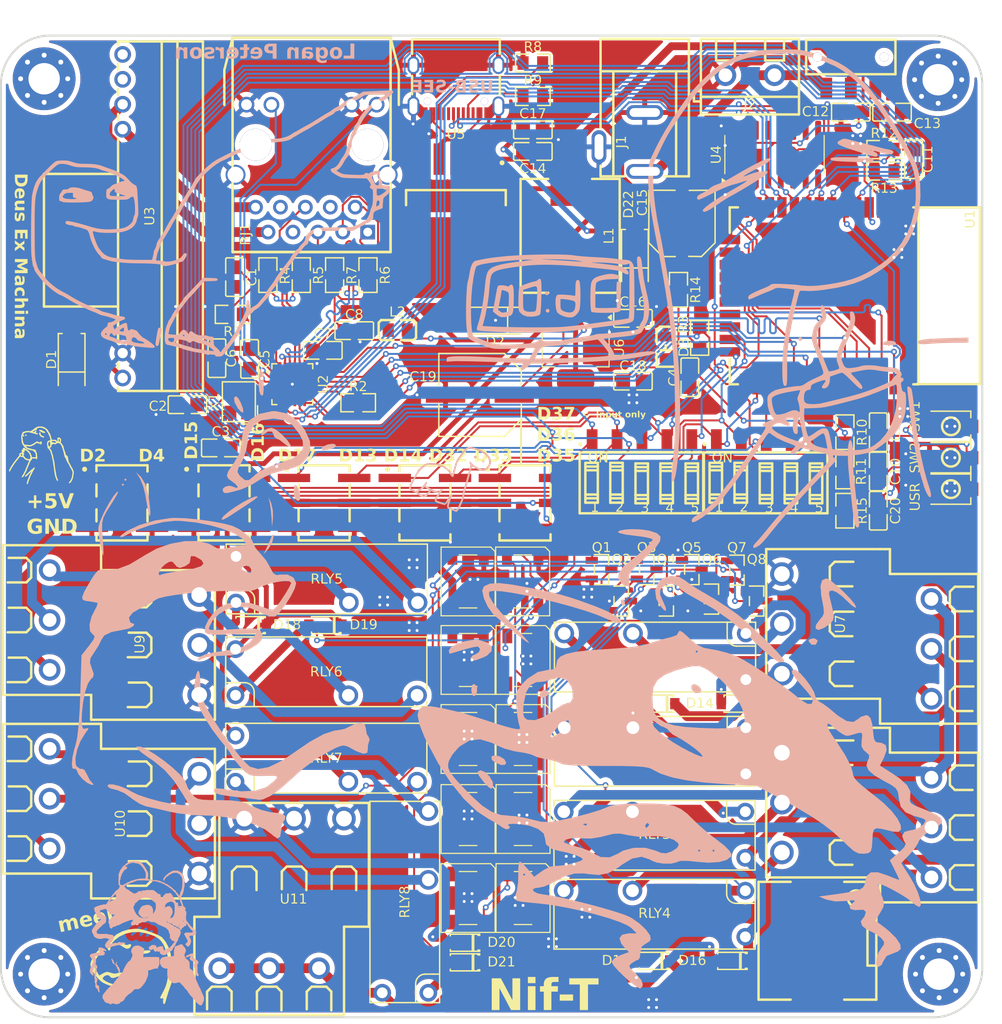
<source format=kicad_pcb>
(kicad_pcb (version 20241229) (generator "pcbnew") (generator_version "9.0")
  (title_block (title "Nif-T") (date "2025-11-28") (company "Logan Peterson"))
  (layers (0 "F.Cu" signal) (2 "B.Cu" signal) (13 "F.Paste" user) (15 "B.Paste" user) (5 "F.SilkS" user "F.Silkscreen") (7 "B.SilkS" user "B.Silkscreen") (1 "F.Mask" user) (3 "B.Mask" user) (25 "Edge.Cuts" user))
  (net 0 "")
  (net 1 "BUZZER_DATA")
  (net 2 "GND")
  (net 3 "XTAL2")
  (net 4 "XTAL1")
  (net 5 "+3.3V")
  (net 6 "ETH_CLK")
  (net 7 "CHIP_PU")
  (net 8 "REG_BATT+")
  (net 9 "+5V")
  (net 10 "GPIO 34")
  (net 11 "Net-(D1-A)")
  (net 12 "Net-(D2-K)")
  (net 13 "Net-(D3-A)")
  (net 14 "GPIO 17")
  (net 15 "Net-(D4-DOUT)")
  (net 16 "Net-(D5-DOUT)")
  (net 17 "Net-(D6-DOUT)")
  (net 18 "Net-(D7-DOUT)")
  (net 19 "Net-(D8-DOUT)")
  (net 20 "Net-(D10-DIN)")
  (net 21 "Net-(D10-DOUT)")
  (net 22 "Net-(D11-DOUT)")
  (net 23 "Net-(D12-DOUT)")
  (net 25 "Net-(D14-A)")
  (net 26 "Net-(D15-A)")
  (net 27 "Net-(D16-A)")
  (net 28 "Net-(D17-A)")
  (net 29 "Net-(D18-A)")
  (net 30 "Net-(D19-A)")
  (net 31 "Net-(D20-A)")
  (net 32 "Net-(D21-A)")
  (net 33 "+BATT")
  (net 34 "GPIO 2")
  (net 35 "GPIO 4")
  (net 36 "GPIO 15")
  (net 37 "GPIO 16")
  (net 38 "GPIO 13")
  (net 39 "GPIO 32")
  (net 40 "GPIO 14")
  (net 41 "GPIO 36")
  (net 42 "GPIO 33")
  (net 43 "GPIO 37")
  (net 44 "GPIO 35")
  (net 45 "USB_D+")
  (net 47 "Net-(P1-CC)")
  (net 48 "USB_D-")
  (net 50 "Net-(P1-VCONN)")
  (net 51 "RLY1CTRL")
  (net 52 "RLY2CTRL")
  (net 53 "RLY3CTRL")
  (net 54 "RLY4CTRL")
  (net 55 "RLY5CTRL")
  (net 56 "RLY6CTRL")
  (net 57 "RLY7CTRL")
  (net 58 "RLY8CTRL")
  (net 59 "Net-(U2-RBIAS)")
  (net 60 "Net-(U2-nINT{slash}REFCLKO)")
  (net 61 "TX-")
  (net 62 "TX+")
  (net 63 "RX+")
  (net 64 "RX-")
  (net 65 "8720RST")
  (net 66 "RJ45_V-")
  (net 68 "RJ45_LED_G")
  (net 70 "RJ45_V+")
  (net 71 "RX_CT")
  (net 72 "RJ45_LED_Y")
  (net 73 "RLY1+")
  (net 74 "RLY1-")
  (net 75 "RLY2-")
  (net 76 "RLY2+")
  (net 77 "RLY3-")
  (net 78 "RLY3+")
  (net 79 "RLY4-")
  (net 80 "RLY4+")
  (net 81 "RLY5-")
  (net 82 "RLY5+")
  (net 83 "RLY6-")
  (net 84 "RLY6+")
  (net 85 "RLY7+")
  (net 86 "RLY7-")
  (net 87 "RLY8+")
  (net 88 "RLY8-")
  (net 92 "RXD1{slash}MODE1")
  (net 93 "Net-(D22-A)")
  (net 94 "TXEN")
  (net 95 "MDIO")
  (net 98 "RXD0{slash}MODE0")
  (net 99 "TXD0")
  (net 102 "MDC")
  (net 104 "TXD1")
  (net 105 "CRS_DV{slash}MODE2")
  (net 107 "VDDCR")
  (net 108 "VDDIO")
  (net 121 "TX_CT")
  (net 122 "USB_UART+")
  (net 123 "USB_UART-")
  (net 124 "LED_DATA")
  (footprint "new_imported_components:RELAY-TH_G5NB-1A-E-DCXX" (layer "F.Cu") (at 183.15 114.85)
    (property "Reference" "RLY6")
    (property "Value" "G5NB-1A-E-DC5V" (hide yes))
  )
  (footprint "new_imported_components:SOD-123_L2.8-W1.8-LS3.7-RD" (layer "F.Cu") (at 183.06 110.05 180)
    (property "Reference" "D19")
    (property "Value" "1N4148W-E3-08" (hide yes))
  )
  (footprint "imported_components:C0805" (layer "F.Cu") (at 240.8 57.8 180)
    (property "Reference" "C13")
    (property "Value" "0.1uF")
  )
  (footprint "new_imported_components:SOD-123_L2.8-W1.8-LS3.7-RD" (layer "F.Cu") (at 197.2 144.4 180)
    (property "Reference" "D21")
    (property "Value" "1N4148W-E3-08" (hide yes))
  )
  (footprint "imported_components:HDR-SMD_6P-P2.54-V" (layer "F.Cu") (at 162.23 98.97 -90)
    (property "Reference" "J3" (hide yes))
    (property "Value" "Conn_02x03_Odd_Even" (hide yes))
  )
  (footprint "imported_components:SMA_L4.4-W2.8-LS5.4-R-RD" (layer "F.Cu") (at 157.2 83 90)
    (property "Reference" "D1")
    (property "Value" "SS54_C22452" (hide yes))
  )
  (footprint "Package_TO_SOT_SMD:SOT-223-3_TabPin2" (layer "F.Cu") (at 208.56 81.8375 -90)
    (property "Reference" "U6")
    (property "Value" "AMS1117-3.3")
  )
  (footprint "imported_components:C0805" (layer "F.Cu") (at 220.2 84.8 -90)
    (property "Reference" "C4")
    (property "Value" "0.1uF")
  )
  (footprint "imported_components:C0805" (layer "F.Cu") (at 182.8 82.06)
    (property "Reference" "C7")
    (property "Value" "0.1uF")
  )
  (footprint "imported_components:HDR-SMD_6P-P2.54-V" (layer "F.Cu") (at 182.83 98.97 -90)
    (property "Reference" "J5" (hide yes))
    (property "Value" "Conn_02x03_Odd_Even" (hide yes))
  )
  (footprint "new_imported_components:CONN-TH_DB128B-5.08-3P-XX-S" (layer "F.Cu") (at 237.2 129.4 90)
    (property "Reference" "U8")
    (property "Value" "DB128B-5.08-3P-BK-S")
  )
  (footprint "new_imported_components:SW-SMD_DSIC-05-LS-GER" (layer "F.Cu") (at 215.32 95.6)
    (property "Reference" "SW6" (hide yes))
    (property "Value" "DSIC-05-LS-GER" (hide yes))
  )
  (footprint "imported_components:C0805" (layer "F.Cu") (at 239.4 94.4 90)
    (property "Reference" "C10")
    (property "Value" "0.1uF")
  )
  (footprint "Package_SO:SOIC-16_3.9x9.9mm_P1.27mm" (layer "F.Cu") (at 228.825 62.125 90)
    (property "Reference" "U4")
    (property "Value" "CH340C")
  )
  (footprint "MountingHole:MountingHole_3.2mm_M3_Pad_Via" (layer "F.Cu") (at 245.6 145.6)
    (property "Reference" "H4" (hide yes))
    (property "Value" "MountingHole" (hide yes))
  )
  (footprint "imported_components:C0805" (layer "F.Cu") (at 175.34 82.935 -90)
    (property "Reference" "C5")
    (property "Value" "0.1uF")
  )
  (footprint "LED_SMD:LED_SK6812_PLCC4_5.0x5.0mm_P3.2mm" (layer "F.Cu") (at 203.2 121.65 -90)
    (property "Reference" "D6" (hide yes))
    (property "Value" "SK6812" (hide yes))
  )
  (footprint "imported_components:R0805" (layer "F.Cu") (at 221.2 80.8 -90)
    (property "Reference" "R3")
    (property "Value" "10k")
  )
  (footprint "imported_components:BUZ-SMD_L12.0-W12.0_FUET-1230" (layer "F.Cu") (at 233.2 142.2)
    (property "Reference" "BUZZER1" (hide yes))
    (property "Value" "FST-1230")
  )
  (footprint "imported_components:IND-SMD_L11.6-W10.1" (layer "F.Cu") (at 208 70.4 -90)
    (property "Reference" "L1")
    (property "Value" "CYA1040-33UH")
  )
  (footprint "imported_components:R0805" (layer "F.Cu") (at 180.6 74.4 -90)
    (property "Reference" "R5")
    (property "Value" "49.9")
  )
  (footprint "imported_components:HDR-SMD_6P-P2.54-V" (layer "F.Cu") (at 193.1 98.971609 -90)
    (property "Reference" "J6" (hide yes))
    (property "Value" "Conn_02x03_Odd_Even" (hide yes))
  )
  (footprint "imported_components:LED0805-RD" (layer "F.Cu") (at 217.75 81.7525 -90)
    (property "Reference" "D3")
    (property "Value" "LED" (hide yes))
  )
  (footprint "imported_components:CAP-SMD_BD8.0-L8.3-W8.3-LS9.3-FD-1" (layer "F.Cu") (at 198.8 86.6 180)
    (property "Reference" "C19")
    (property "Value" "RVT1E331M0810")
  )
  (footprint "LED_SMD:LED_SK6812_PLCC4_5.0x5.0mm_P3.2mm" (layer "F.Cu") (at 203.2 129.8 -90)
    (property "Reference" "D7" (hide yes))
    (property "Value" "SK6812" (hide yes))
  )
  (footprint "LOGO" (layer "F.Cu") (at 163.4 144.6 -20)
    (property "Reference" "G***" (hide yes))
    (property "Value" "LOGO" (hide yes))
  )
  (footprint "MountingHole:MountingHole_3.2mm_M3_Pad_Via" (layer "F.Cu") (at 154.4 145.6)
    (property "Reference" "H3" (hide yes))
    (property "Value" "MountingHole" (hide yes))
  )
  (footprint "new_imported_components:RELAY-TH_G5NB-1A-E-DCXX" (layer "F.Cu") (at 216.6 139.45 180)
    (property "Reference" "RLY4")
    (property "Value" "G5NB-1A-E-DC5V" (hide yes))
  )
  (footprint "new_imported_components:L0805" (layer "F.Cu") (at 190.43 80)
    (property "Reference" "L2")
    (property "Value" "BLM21PG221SN1D" (hide yes))
  )
  (footprint "new_imported_components:SOT-23-3_L2.9-W1.3-P1.90-LS2.4-BR" (layer "F.Cu") (at 225 104.45 180)
    (property "Reference" "Q7")
    (property "Value" "S8050" (hide yes))
  )
  (footprint "new_imported_components:RELAY-TH_G5NB-1A-E-DCXX" (layer "F.Cu") (at 183.2 105.4)
    (property "Reference" "RLY5")
    (property "Value" "G5NB-1A-E-DC5V" (hide yes))
  )
  (footprint "LED_SMD:LED_SK6812_PLCC4_5.0x5.0mm_P3.2mm" (layer "F.Cu") (at 197.6 137.85 -90)
    (property "Reference" "D12" (hide yes))
    (property "Value" "SK6812" (hide yes))
  )
  (footprint "new_imported_components:RELAY-TH_G5NB-1A-E-DCXX" (layer "F.Cu") (at 216.65 113.25 180)
    (property "Reference" "RLY1")
    (property "Value" "G5NB-1A-E-DC5V" (hide yes))
  )
  (footprint "imported_components:HDR-SMD_6P-P2.54-V" (layer "F.Cu") (at 203.3 98.971609 -90)
    (property "Reference" "J7" (hide yes))
    (property "Value" "Conn_02x03_Odd_Even" (hide yes))
  )
  (footprint "imported_components:R0805" (layer "F.Cu") (at 184 74.4 -90)
    (property "Reference" "R7")
    (property "Value" "49.9")
  )
  (footprint "imported_components:R0805" (layer "F.Cu") (at 236 94.4 -90)
    (property "Reference" "R11")
    (property "Value" "10k")
  )
  (footprint "new_imported_components:CRYSTAL-SMD_4P-L3.2-W2.5-BL" (layer "F.Cu") (at 174.24 87.3 90)
    (property "Reference" "X1")
    (property "Value" "X322525MOB4SI" (hide yes))
  )
  (footprint "MountingHole:MountingHole_3.2mm_M3_Pad_Via" (layer "F.Cu") (at 245.502944 54.497056)
    (property "Reference" "H2" (hide yes))
    (property "Value" "MountingHole" (hide yes))
  )
  (footprint "MountingHole:MountingHole_3.2mm_M3_Pad_Via" (layer "F.Cu") (at 154.4 54.4)
    (property "Reference" "H1" (hide yes))
    (property "Value" "MountingHole" (hide yes))
  )
  (footprint "LED_SMD:LED_SK6812_PLCC4_5.0x5.0mm_P3.2mm" (layer "F.Cu") (at 197.6 105.6 -90)
    (property "Reference" "D8" (hide yes))
    (property "Value" "SK6812" (hide yes))
  )
  (footprint "imported_components:R0805" (layer "F.Cu") (at 187.4 74.4 -90)
    (property "Reference" "R6")
    (property "Value" "49.9")
  )
  (footprint "imported_components:SW-SMD_L3.9-W3.0-P4.45" (layer "F.Cu") (at 246.8 93 180)
    (property "Reference" "SW2")
    (property "Value" "SW_Push" (hide yes))
  )
  (footprint "new_imported_components:RELAY-TH_G5NB-1A-E-DCXX" (layer "F.Cu") (at 191.2 138.25 90)
    (property "Reference" "RLY8")
    (property "Value" "G5NB-1A-E-DC5V" (hide yes))
  )
  (footprint "imported_components:C0805" (layer "F.Cu") (at 169 87.6 180)
    (property "Reference" "C2")
    (property "Value" "0.22uF")
  )
  (footprint "new_imported_components:SOD-123_L2.8-W1.8-LS3.7-RD" (layer "F.Cu") (at 224.45 144.25 180)
    (property "Reference" "D16")
    (property "Value" "1N4148W-E3-08" (hide yes))
  )
  (footprint "imported_components:C0805" (layer "F.Cu") (at 214.4 78.8)
    (property "Reference" "C16")
    (property "Value" "10uF")
  )
  (footprint "new_imported_components:RELAY-TH_G5NB-1A-E-DCXX" (layer "F.Cu") (at 216.6 131.4 180)
    (property "Reference" "RLY3")
    (property "Value" "G5NB-1A-E-DC5V" (hide yes))
  )
  (footprint "imported_components:TO-263-5_L10.2-W8.9-P1.70-TL" (layer "F.Cu") (at 196.36 67.6 -90)
    (property "Reference" "U5")
    (property "Value" "LM2596SX-5.0/NOPB")
  )
  (footprint "new_imported_components:SW-SMD_DSIC-05-LS-GER" (layer "F.Cu") (at 227.98 95.6)
    (property "Reference" "SW5" (hide yes))
    (property "Value" "DSIC-05-LS-GER" (hide yes))
  )
  (footprint "imported_components:SMA_L4.4-W2.8-LS5.4-R-RD" (layer "F.Cu") (at 214.6 72.4 90)
    (property "Reference" "D22")
    (property "Value" "SS54_C22452" (hide yes))
  )
  (footprint "LED_SMD:LED_SK6812_PLCC4_5.0x5.0mm_P3.2mm" (layer "F.Cu") (at 197.6 121.65 -90)
    (property "Reference" "D10" (hide yes))
    (property "Value" "SK6812" (hide yes))
  )
  (footprint "new_imported_components:CONN-TH_DB128B-5.08-3P-XX-S" (layer "F.Cu") (at 178.6 137.38)
    (property "Reference" "U11")
    (property "Value" "DB128B-5.08-3P-BK-S")
  )
  (footprint "LED_SMD:LED_SK6812_PLCC4_5.0x5.0mm_P3.2mm" (layer "F.Cu") (at 203.2 113.6 -90)
    (property "Reference" "D4" (hide yes))
    (property "Value" "SK6812" (hide yes))
  )
  (footprint "new_imported_components:SOD-123_L2.8-W1.8-LS3.7-RD" (layer "F.Cu") (at 216.45 144.25 180)
    (property "Reference" "D17")
    (property "Value" "1N4148W-E3-08" (hide yes))
  )
  (footprint "imported_components:C0805" (layer "F.Cu") (at 239.4 98.4 -90)
    (property "Reference" "C20")
    (property "Value" "0.1uF")
  )
  (footprint "new_imported_components:SOD-123_L2.8-W1.8-LS3.7-RD" (layer "F.Cu") (at 197.2 142.4 180)
    (property "Reference" "D20")
    (property "Value" "1N4148W-E3-08" (hide yes))
  )
  (footprint "imported_components:C0805" (layer "F.Cu") (at 172 82.86 -90)
    (property "Reference" "C6")
    (property "Value" "1uF")
  )
  (footprint "imported_components:R0805" (layer "F.Cu") (at 177.2 74.4 -90)
    (property "Reference" "R4")
    (property "Value" "49.9")
  )
  (footprint "imported_components:R0805" (layer "F.Cu") (at 204.2 52.8)
    (property "Reference" "R8")
    (property "Value" "5.1k")
  )
  (footprint "imported_components:CONN-TH_P5.00_KF301-5.0-2P" (layer "F.Cu") (at 226.3225 54.0375 180)
    (property "Reference" "J2")
    (property "Value" "Conn_01x02" (hide yes))
  )
  (footprint "imported_components:SMA_L4.4-W2.8-LS5.4-R-RD" (layer "F.Cu") (at 200.36 79.0375 180)
    (property "Reference" "D2")
    (property "Value" "SS54_C22452")
  )
  (footprint "imported_components:HDR-SMD_6P-P2.54-V" (layer "F.Cu") (at 172.63 98.97 -90)
    (property "Reference" "J4" (hide yes))
    (property "Value" "Conn_02x03_Odd_Even" (hide yes))
  )
  (footprint "new_imported_components:RELAY-TH_G5NB-1A-E-DCXX" (layer "F.Cu") (at 216.65 122.85 180)
    (property "Reference" "RLY2")
    (property "Value" "G5NB-1A-E-DC5V" (hide yes))
  )
  (footprint "imported_components:SW-SMD_L3.9-W3.0-P4.45" (layer "F.Cu") (at 246.8 89.8 180)
    (property "Reference" "SW1")
    (property "Value" "SW_Push" (hide yes))
  )
  (footprint "new_imported_components:RJ45-TH_HY931147C" (layer "F.Cu") (at 181.65 63.5275 -90)
    (property "Reference" "RJ1")
    (property "Value" "HY931147C")
  )
  (footprint "new_imported_components:QFN-24_L4.0-W4.0-P0.50-BL-EP2.6" (layer "F.Cu") (at 179.69 85.51 -90)
    (property "Reference" "U2")
    (property "Value" "LAN8720A-CP-TR" (hide yes))
  )
  (footprint "new_imported_components:RELAY-TH_G5NB-1A-E-DCXX" (layer "F.Cu") (at 183.15 123.65)
    (property "Reference" "RLY7")
    (property "Value" "G5NB-1A-E-DC5V" (hide yes))
  )
  (footprint "imported_components:DC-IN-TH_DC-005-A200" (layer "F.Cu") (at 213.27 60.8375 -90)
    (property "Reference" "J1")
    (property "Value" "Barrel_Jack" (hide yes))
  )
  (footprint "imported_components:USB-C_SMD-TYPE-C-31-M-12" (layer "F.Cu") (at 196.36 55.49 180)
    (property "Reference" "P1" (hide yes))
    (property "Value" "USB_C_Plug")
  )
  (footprint "new_imported_components:SOT-23-3_L2.9-W1.3-P1.90-LS2.4-BR" (layer "F.Cu") (at 215.8 104.4 180)
    (property "Reference" "Q3")
    (property "Value" "S8050" (hide yes))
  )
  (footprint "imported_components:SW-SMD_MST-12D18G4-SPDT-SLIDE-SWITCH" (layer "F.Cu") (at 236.6 55.3875 180)
    (property "Reference" "SW4" (hide yes))
    (property "Value" "SW_SPDT" (hide yes))
  )
  (footprint "imported_components:C0805" (layer "F.Cu") (at 173.8 74.6 -90)
    (property "Reference" "C1")
    (property "Value" "0.22uF")
  )
  (footprint "imported_components:C0805" (layer "F.Cu") (at 236.6 57.8)
    (property "Reference" "C12")
    (property "Value" "10uF")
  )
  (footprint "imported_components:C0805" (layer "F.Cu") (at 204.2 61.8 180)
    (property "Reference" "C14")
    (property "Value" "10uF")
  )
  (footprint "imported_components:R0805" (layer "F.Cu") (at 204.2 56.2)
    (property "Reference" "R9")
    (property "Value" "5.1k")
  )
  (footprint "new_imported_components:SOD-123_L2.8-W1.8-LS3.7-RD" (layer "F.Cu") (at 216.98 118.05 180)
    (property "Reference" "D15")
    (property "Value" "1N4148W-E3-08" (hide yes))
  )
  (footprint "imported_components:R0805" (layer "F.Cu") (at 173.6 78.4 180)
    (property "Reference" "R1")
    (property "Value" "12.1k")
  )
  (footprint "new_imported_components:SOT-23-3_L2.9-W1.3-P1.90-LS2.4-BR" (layer "F.Cu") (at 211.2 104.4 180)
    (property "Reference" "Q1")
    (property "Value" "S8050" (hide yes))
  )
  (footprint "imported_components:C0805" (layer "F.Cu") (at 172.4 92)
    (property "Reference" "C3")
    (property "Value" "0.22uF")
  )
  (footprint "new_imported_components:SOT-23-3_L2.9-W1.3-P1.90-LS2.4-BR" (layer "F.Cu") (at 227 107.6 180)
    (property "Reference" "Q8")
    (property "Value" "S8050" (hide yes))
  )
  (footprint "imported_components:R0805" (layer "F.Cu") (at 186.4 87.4)
    (property "Reference" "R2")
    (property "Value" "22")
  )
  (footprint "imported_components:C0805" (layer "F.Cu") (at 204.2 59.6)
    (property "Reference" "C17")
    (property "Value" "10uF")
  )
  (footprint "imported_components:R0805" (layer "F.Cu") (at 236 98.4 -90)
    (property "Reference" "R15")
    (property "Value" "10k")
  )
  (footprint "new_imported_components:PWRM-TH_DP1435-XX" (layer "F.Cu") (at 162.4 68.4 -90)
    (property "Reference" "U3")
    (property "Value" "DP1435-5V")
  )
  (footprint "imported_components:C0805" (layer "F.Cu") (at 239.4 90.4 -90)
    (property "Reference" "C9")
    (property "Value" "0.1uF")
  )
  (footprint "new_imported_components:SOT-23-3_L2.9-W1.3-P1.90-LS2.4-BR" (layer "F.Cu") (at 220.4 104.4 180)
    (property "Reference" "Q5")
    (property "Value" "S8050" (hide yes))
  )
  (footprint "imported_components:C0805" (layer "F.Cu") (at 214.4 85.2)
    (property "Reference" "C18")
    (property "Value" "10uF")
  )
  (footprint "new_imported_components:CONN-TH_DB128B-5.08-3P-XX-S" (layer "F.Cu") (at 237.2 111.2 90)
    (property "Reference" "U7")
    (property "Value" "DB128B-5.08-3P-BK-S")
  )
  (footprint "imported_components:C0805" (layer "F.Cu") (at 186 80.06)
    (property "Reference" "C8")
    (property "Value" "1uF")
  )
  (footprint "LED_SMD:LED_SK6812_PLCC4_5.0x5.0mm_P3.2mm" (layer "F.Cu") (at 203.16 105.6 -90)
    (property "Reference" "D5" (hide yes))
    (property "Value" "SK6812" (hide yes))
  )
  (footprint "new_imported_components:SOT-23-3_L2.9-W1.3-P1.90-LS2.4-BR" (layer "F.Cu") (at 213.2 107.6 180)
    (property "Reference" "Q2")
    (property "Value" "S8050" (hide yes))
  )
  (footprint "new_imported_components:SOT-23-3_L2.9-W1.3-P1.90-LS2.4-BR" (layer "F.Cu") (at 217.8 107.6 180)
    (property "Reference" "Q4")
    (property "Value" "S8050" (hide yes))
  )
  (footprint "imported_components:R0805" (layer "F.Cu") (at 240 63.8 180)
    (property "Reference" "R13")
    (property "Value" "10k")
  )
  (footprint "imported_components:R0805" (layer "F.Cu") (at 240 61.61)
    (property "Reference" "R12")
    (property "Value" "10k")
  )
  (footprint "LED_SMD:LED_SK6812_PLCC4_5.0x5.0mm_P3.2mm" (layer "F.Cu") (at 203.2 137.85 -90)
    (property "Reference" "D13" (hide yes))
    (property "Value" "SK6812" (hide yes))
  )
  (footprint "imported_components:R0805" (layer "F.Cu") (at 236 90.4 90)
    (property "Reference" "R10")
    (property "Value" "10k")
  )
  (footprint "LED_SMD:LED_SK6812_PLCC4_5.0x5.0mm_P3.2mm" (layer "F.Cu") (at 197.6 129.8 -90)
    (property "Reference" "D11" (hide yes))
    (property "Value" "SK6812" (hide yes))
  )
  (footprint "imported_components:SW-SMD_L3.9-W3.0-P4.45" (layer "F.Cu") (at 246.8 96.2 180)
    (property "Reference" "SW3" (hide yes))
    (property "Value" "SW_Push" (hide yes))
  )
  (footprint "new_imported_components:WIFI-SMD_ESP32-WROOM-32E" (layer "F.Cu") (at 233.28 76.5 180)
    (property "Reference" "U1")
    (property "Value" "ESP32-WROOM-32E(4MB)")
  )
  (footprint "new_imported_components:SOT-23-3_L2.9-W1.3-P1.90-LS2.4-BR" (layer "F.Cu") (at 222.4 107.4 180)
    (property "Reference" "Q6")
    (property "Value" "S8050" (hide yes))
  )
  (footprint "imported_components:R0805" (layer "F.Cu") (at 219.04 75.8925 -90)
    (property "Reference" "R14")
    (property "Value" "200")
  )
  (footprint "LOGO" (layer "F.Cu") (at 154.2 92.8)
    (property "Reference" "G***" (hide yes))
    (property "Value" "LOGO" (hide yes))
  )
  (footprint "imported_components:CAP-SMD_BD6.3-L6.6-W6.6-LS7.6-FD" (layer "F.Cu") (at 219.4 69.13 90)
    (property "Reference" "C15")
    (property "Value" "RVT1H470M0607")
  )
  (footprint "LED_SMD:LED_SK6812_PLCC4_5.0x5.0mm_P3.2mm" (layer "F.Cu") (at 197.6 113.6 -90)
    (property "Reference" "D9" (hide yes))
    (property "Value" "SK6812" (hide yes))
  )
  (footprint "new_imported_components:CONN-TH_DB128B-5.08-3P-XX-S" (layer "F.Cu") (at 162.58 129 -90)
    (property "Reference" "U10")
    (property "Value" "DB128B-5.08-3P-BK-S" (hide yes))
  )
  (footprint "new_imported_components:SOD-123_L2.8-W1.8-LS3.7-RD" (layer "F.Cu") (at 175.35 110.05 180)
    (property "Reference" "D18")
    (property "Value" "1N4148W-E3-08" (hide yes))
  )
  (footprint "new_imported_components:SOD-123_L2.8-W1.8-LS3.7-RD" (layer "F.Cu") (at 225.09 118.05 180)
    (property "Reference" "D14")
    (property "Value" "1N4148W-E3-08" (hide yes))
  )
  (footprint "imported_components:C0805" (layer "F.Cu") (at 243 62.6 -90)
    (property "Reference" "C11")
    (property "Value" "1uF")
  )
  (footprint "new_imported_components:CONN-TH_DB128B-5.08-3P-XX-S" (layer "F.Cu") (at 162.58 110.8 -90)
    (property "Reference" "U9")
    (property "Value" "DB128B-5.08-3P-BK-S" (hide yes))
  )
  (footprint "LOGO" (layer "B.Cu") (at 171 69.2 180)
    (property "Reference" "G***" (hide yes))
    (property "Value" "LOGO" (hide yes))
  )
  (footprint "LOGO" (layer "B.Cu") (at 196.2 94.6 150)
    (property "Reference" "G***" (hide yes))
    (property "Value" "LOGO" (hide yes))
  )
  (footprint "LOGO" (layer "B.Cu") (at 165.2 141.2 180)
    (property "Reference" "G***" (hide yes))
    (property "Value" "LOGO" (hide yes))
  )
  (footprint "LOGO" (layer "B.Cu") (at 222 76.294242 180)
    (property "Reference" "G***" (hide yes))
    (property "Value" "LOGO" (hide yes))
  )
  (footprint "LOGO" (layer "B.Cu") (at 172.63 107.8 180)
    (property "Reference" "G***" (hide yes))
    (property "Value" "LOGO" (hide yes))
  )
  (footprint "LOGO" (layer "B.Cu") (at 219.687441 124.037026)
    (property "Reference" "G***" (hide yes))
    (property "Value" "LOGO" (hide yes))
  )
  (gr_line (start 203 93.8) (end 203 89.145) (stroke (width 0.2)) (layer "F.SilkS"))
  (gr_line (start 245 150) (end 155 150) (stroke (width 0.2)) (layer "Edge.Cuts"))
  (gr_line (start 155 50) (end 245 50) (stroke (width 0.2)) (layer "Edge.Cuts"))
  (gr_arc (start 245 50) (mid 248.535534 51.464466) (end 250 55) (stroke (width 0.2)) (layer "Edge.Cuts"))
  (gr_arc (start 155 150) (mid 151.464466 148.535534) (end 150 145) (stroke (width 0.2)) (layer "Edge.Cuts"))
  (gr_line (start 150 145) (end 150 55) (stroke (width 0.2)) (layer "Edge.Cuts"))
  (gr_arc (start 250 145) (mid 248.535534 148.535534) (end 245 150) (stroke (width 0.2)) (layer "Edge.Cuts"))
  (gr_arc (start 150 55) (mid 151.464466 51.464466) (end 155 50) (stroke (width 0.2)) (layer "Edge.Cuts"))
  (gr_line (start 250 55) (end 250 145) (stroke (width 0.2)) (layer "Edge.Cuts"))
  (gr_text "USR" (at 243.2 97 90) (layer "F.SilkS") (effects (font (size 1 1))))
  (gr_text "D13" (at 184.4 93.6 0) (layer "F.SilkS") (effects (font (size 1.27 1.27) (thickness 0.3) (bold yes)) (justify left bottom)))
  (gr_text "D14" (at 189 93.6 0) (layer "F.SilkS") (effects (font (size 1.27 1.27) (thickness 0.3) (bold yes)) (justify left bottom)))
  (gr_text "D32" (at 193.6 93.6 0) (layer "F.SilkS") (effects (font (size 1.27 1.27) (thickness 0.3) (bold yes)) (justify left bottom)))
  (gr_text "D33" (at 198.2 93.6 0) (layer "F.SilkS") (effects (font (size 1.27 1.27) (thickness 0.3) (bold yes)) (justify left bottom)))
  (gr_text "GND" (at 152.6 101 0) (layer "F.SilkS") (effects (font (size 1.5 1.5) (thickness 0.3) (bold yes)) (justify left bottom)))
  (gr_text "D15" (at 170.2 93.2 90) (layer "F.SilkS") (effects (font (size 1.27 1.27) (thickness 0.3) (bold yes)) (justify left bottom)))
  (gr_text "Nif-T" (at 199.6 149.8 0) (layer "F.SilkS") (effects (font (size 3.175 3.175) (thickness 0.3) (bold yes)) (justify left bottom)))
  (gr_text "D4" (at 164 93.6 0) (layer "F.SilkS") (effects (font (size 1.27 1.27) (thickness 0.3) (bold yes)) (justify left bottom)))
  (gr_text "D17" (at 178.2 93.6 0) (layer "F.SilkS") (effects (font (size 1.27 1.27) (thickness 0.3) (bold yes)) (justify left bottom)))
  (gr_text "D2" (at 158 93.6 0) (layer "F.SilkS") (effects (font (size 1.27 1.27) (thickness 0.3) (bold yes)) (justify left bottom)))
  (gr_text "Deus Ex Machina" (at 151.2 64 270) (layer "F.SilkS") (effects (font (size 1.27 1.27) (thickness 0.3) (bold yes)) (justify left bottom)))
  (gr_text "D37\nD36\nD35" (at 204.6 93.6 0) (layer "F.SilkS") (effects (font (size 1.27 1.27) (thickness 0.3) (bold yes)) (justify left bottom)))
  (gr_text "+5V" (at 152.6 98.4 0) (layer "F.SilkS") (effects (font (size 1.5 1.5) (thickness 0.3) (bold yes)) (justify left bottom)))
  (gr_text "D16" (at 177 93.4 90) (layer "F.SilkS") (effects (font (size 1.27 1.27) (thickness 0.3) (bold yes)) (justify left bottom)))
  (gr_text "meep." (at 156 141.6 12) (layer "F.SilkS") (effects (font (size 1.5 1.5) (thickness 0.3) (bold yes)) (justify left bottom)))
  (gr_text "<- Input only" (at 209.2 89 0) (layer "F.SilkS") (effects (font (size 0.635 0.635) (thickness 0.15875) (bold yes) (italic yes)) (justify left bottom)))
  (gr_text "USB-SEE" (at 200.2 56 -0) (layer "B.SilkS") (effects (font (size 1.25 1.25) (thickness 0.3) (bold yes)) (justify left bottom mirror)))
  (gr_text "Logan Peterson" (at 186.2 52.6 0) (layer "B.SilkS") (effects (font (size 1.5 1.5) (thickness 0.3) (bold yes)) (justify left bottom mirror)))
  (segment (start 230.52 100.55) (end 235.559 105.589) (width 1) (layer "F.Cu") (net 1))
  (segment (start 245.565999 133.949) (end 236.051 133.949) (width 1) (layer "F.Cu") (net 1))
  (segment (start 235.559 105.589) (end 245.589 105.589) (width 1) (layer "F.Cu") (net 1))
  (segment (start 247.821999 107.821999) (end 247.821999 131.693) (width 1) (layer "F.Cu") (net 1))
  (segment (start 247.821999 131.693) (end 245.565999 133.949) (width 1) (layer "F.Cu") (net 1))
  (segment (start 236.051 133.949) (end 233.2 136.8) (width 1) (layer "F.Cu") (net 1))
  (segment (start 230.52 100) (end 230.52 100.55) (width 1) (layer "F.Cu") (net 1))
  (segment (start 245.589 105.589) (end 247.821999 107.821999) (width 1) (layer "F.Cu") (net 1))
  (segment (start 205.2 61.8) (end 206.4 60.6) (width 0.2) (layer "F.Cu") (net 2))
  (segment (start 196.04 77.2175) (end 197.86 79.0375) (width 0.5) (layer "F.Cu") (net 2))
  (segment (start 224.38 64.6) (end 224.38 65.62) (width 0.2) (layer "F.Cu") (net 2))
  (segment (start 214.4 80.2) (end 214.4 79.8) (width 0.2) (layer "F.Cu") (net 2))
  (segment (start 172.6 78.4) (end 170.4 80.6) (width 0.5) (layer "F.Cu") (net 2))
  (segment (start 168 88.775) (end 168 87.6) (width 0.5) (layer "F.Cu") (net 2))
  (segment (start 206.2 60.6) (end 206.8 60.6) (width 0.2) (layer "F.Cu") (net 2))
  (segment (start 234.387502 56.987502) (end 235.2 57.8) (width 0.2) (layer "F.Cu") (net 2))
  (segment (start 195.3 86.6) (end 195.3 85.6) (width 0.2) (layer "F.Cu") (net 2))
  (segment (start 172.6 76.8) (end 172.6 78.4) (width 0.5) (layer "F.Cu") (net 2))
  (segment (start 173.8 75.6) (end 172.6 76.8) (width 0.5) (layer "F.Cu") (net 2))
  (segment (start 171.4 90.39) (end 171.4 92) (width 0.5) (layer "F.Cu") (net 2))
  (segment (start 175.09 86.2) (end 175.09 86.3) (width 0.2) (layer "F.Cu") (net 2))
  (segment (start 187.939 80.999) (end 187 80.06) (width 0.2) (layer "F.Cu") (net 2))
  (segment (start 214.8 105.35) (end 214.65 105.35) (width 0.2) (layer "F.Cu") (net 2))
  (segment (start 200.69 57.2) (end 200.47 57.2) (width 1) (layer "F.Cu") (net 2))
  (segment (start 175.34 83.935) (end 172.075 83.935) (width 0.5) (layer "F.Cu") (net 2))
  (segment (start 196.04 72.61) (end 196.04 77.2175) (width 0.5) (layer "F.Cu") (net 2))
  (segment (start 192.03 57.2) (end 192.25 57.2) (width 1) (layer "F.Cu") (net 2))
  (segment (start 167.66 87.6) (end 162.4 82.34) (width 0.5) (layer "F.Cu") (net 2))
  (segment (start 235.2 57.8) (end 235.6 57.8) (width 0.2) (layer "F.Cu") (net 2))
  (segment (start 168 87.6) (end 167.66 87.6) (width 0.5) (layer "F.Cu") (net 2))
  (segment (start 212 108.35) (end 212.2 108.55) (width 0.2) (layer "F.Cu") (net 2))
  (segment (start 192.25 57.2) (end 192.959 57.909) (width 1) (layer "F.Cu") (net 2))
  (segment (start 170.4 82.6) (end 171.66 83.86) (width 0.5) (layer "F.Cu") (net 2))
  (segment (start 172.075 83.935) (end 172 83.86) (width 0.5) (layer "F.Cu") (net 2))
  (segment (start 212 107.6) (end 212 108.35) (width 0.2) (layer "F.Cu") (net 2))
  (segment (start 214.65 105.35) (end 213.8 106.2) (width 0.2) (layer "F.Cu") (net 2))
  (segment (start 205.2 59.6) (end 206.2 60.6) (width 0.2) (layer "F.Cu") (net 2))
  (segment (start 192.959 57.909) (end 192.959 57.96) (width 1) (layer "F.Cu") (net 2))
  (segment (start 170.4 80.6) (end 170.4 82.6) (width 0.5) (layer "F.Cu") (net 2))
  (segment (start 199.761 57.909) (end 199.761 57.96) (width 1) (layer "F.Cu") (net 2))
  (segment (start 171.66 83.86) (end 172 83.86) (width 0.5) (layer "F.Cu") (net 2))
  (segment (start 186.6 80.46) (end 187 80.06) (width 0.2) (layer "F.Cu") (net 2))
  (segment (start 171.4 90.39) (end 169.615 90.39) (width 0.5) (layer "F.Cu") (net 2))
  (segment (start 190.699 80.999) (end 187.939 80.999) (width 0.2) (layer "F.Cu") (net 2))
  (segment (start 186.6 81.2) (end 186.6 80.46) (width 0.2) (layer "F.Cu") (net 2))
  (segment (start 169.615 90.39) (end 168 88.775) (width 0.5) (layer "F.Cu") (net 2))
  (segment (start 175.09 86.3) (end 173.39 88) (width 0.2) (layer "F.Cu") (net 2))
  (segment (start 173.39 88) (end 173.39 88.4) (width 0.2) (layer "F.Cu") (net 2))
  (segment (start 200.47 57.2) (end 199.761 57.909) (width 1) (layer "F.Cu") (net 2))
  (segment (start 224.38 65.62) (end 223.8 66.2) (width 0.2) (layer "F.Cu") (net 2))
  (segment (start 214.4 79.8) (end 215.4 78.8) (width 0.2) (layer "F.Cu") (net 2))
  (segment (start 234.2 56.987502) (end 234.387502 56.987502) (width 0.2) (layer "F.Cu") (net 2))
  (segment (start 173.39 88.4) (end 171.4 90.39) (width 0.5) (layer "F.Cu") (net 2))
  (segment (start 173.39 88.4) (end 173.39 88.902) (width 0.5) (layer "F.Cu") (net 2))
  (segment (start 206.4 60.6) (end 206.8 60.6) (width 0.2) (layer "F.Cu") (net 2))
  (segment (start 195.3 85.6) (end 190.699 80.999) (width 0.2) (layer "F.Cu") (net 2))
  (via (at 188.6 108) (size 0.6) (drill 0.3) (layers "F.Cu" "B.Cu") (net 2))
  (via (at 223.8 61.2) (size 0.6) (drill 0.3) (layers "F.Cu" "B.Cu") (net 2))
  (via (at 220.4 105.4) (size 0.6) (drill 0.3) (layers "F.Cu" "B.Cu") (net 2))
  (via (at 186.6 81.2) (size 0.6) (drill 0.3) (layers "F.Cu" "B.Cu") (net 2))
  (via (at 242.4 88) (size 0.6) (drill 0.3) (layers "F.Cu" "B.Cu") (net 2))
  (via (at 203.6 130.2) (size 0.6) (drill 0.3) (layers "F.Cu" "B.Cu") (net 2))
  (via (at 202.4 137.8) (size 0.6) (drill 0.3) (layers "F.Cu" "B.Cu") (net 2))
  (via (at 203.6 106.6) (size 0.6) (drill 0.3) (layers "F.Cu" "B.Cu") (net 2))
  (via (at 202.8 130.2) (size 0.6) (drill 0.3) (layers "F.Cu" "B.Cu") (net 2))
  (via (at 191.6 104.2) (size 0.6) (drill 0.3) (layers "F.Cu" "B.Cu") (net 2))
  (via (at 246.4 92.2) (size 0.6) (drill 0.3) (layers "F.Cu" "B.Cu") (net 2))
  (via (at 236.8 60.2) (size 0.6) (drill 0.3) (layers "F.Cu" "B.Cu") (net 2))
  (via (at 197.2 113.6) (size 0.6) (drill 0.3) (layers "F.Cu" "B.Cu") (net 2))
  (via (at 192 59) (size 0.6) (drill 0.3) (layers "F.Cu" "B.Cu") (net 2))
  (via (at 203.6 129.4) (size 0.6) (drill 0.3) (layers "F.Cu" "B.Cu") (net 2))
  (via (at 216.8 77.6) (size 0.6) (drill 0.3) (layers "F.Cu" "B.Cu") (net 2))
  (via (at 191.6 110.6) (size 0.6) (drill 0.3) (layers "F.Cu" "B.Cu") (net 2))
  (via (at 198 112.8) (size 0.6) (drill 0.3) (layers "F.Cu" "B.Cu") (net 2))
  (via (at 206.8 60.6) (size 0.6) (drill 0.3) (layers "F.Cu" "B.Cu") (net 2))
  (via (at 203.2 138.6) (size 0.6) (drill 0.3) (layers "F.Cu" "B.Cu") (net 2))
  (via (at 202.8 129.4) (size 0.6) (drill 0.3) (layers "F.Cu" "B.Cu") (net 2))
  (via (at 197.8 105.4) (size 0.6) (drill 0.3) (layers "F.Cu" "B.Cu") (net 2))
  (via (at 202.4 138.6) (size 0.6) (drill 0.3) (layers "F.Cu" "B.Cu") (net 2))
  (via (at 165.8 88.6) (size 0.6) (drill 0.3) (layers "F.Cu" "B.Cu") (net 2))
  (via (at 170.8 77.6) (size 0.6) (drill 0.3) (layers "F.Cu" "B.Cu") (net 2))
  (via (at 234.2 56.987502) (size 0.6) (drill 0.3) (layers "F.Cu" "B.Cu") (net 2))
  (via (at 205.8 142.8) (size 0.6) (drill 0.3) (layers "F.Cu" "B.Cu") (net 2))
  (via (at 198 113.6) (size 0.6) (drill 0.3) (layers "F.Cu" "B.Cu") (net 2))
  (via (at 215.2 108.6) (size 0.6) (drill 0.3) (layers "F.Cu" "B.Cu") (net 2))
  (via (at 241 71.8) (size 0.6) (drill 0.3) (layers "F.Cu" "B.Cu") (net 2))
  (via (at 207.6 134.4) (size 0.6) (drill 0.3) (layers "F.Cu" "B.Cu") (net 2))
  (via (at 246.4 93) (size 0.6) (drill 0.3) (layers "F.Cu" "B.Cu") (net 2))
  (via (at 209.2 139.8) (size 0.6) (drill 0.3) (layers "F.Cu" "B.Cu") (net 2))
  (via (at 209.4 106.4) (size 0.6) (drill 0.3) (layers "F.Cu" "B.Cu") (net 2))
  (via (at 198 129) (size 0.6) (drill 0.3) (layers "F.Cu" "B.Cu") (net 2))
  (via (at 214 87.4) (size 0.6) (drill 0.3) (layers "F.Cu" "B.Cu") (net 2))
  (via (at 192.4 109.8) (size 0.6) (drill 0.3) (layers "F.Cu" "B.Cu") (net 2))
  (via (at 182.2 83.4) (size 0.6) (drill 0.3) (layers "F.Cu" "B.Cu") (net 2))
  (via (at 213.8 106.2) (size 0.6) (drill 0.3) (layers "F.Cu" "B.Cu") (net 2))
  (via (at 203.2 114) (size 0.6) (drill 0.3) (layers "F.Cu" "B.Cu") (net 2))
  (via (at 242.2 70.2) (size 0.6) (drill 0.3) (layers "F.Cu" "B.Cu") (net 2))
  (via (at 193.6 60) (size 0.6) (drill 0.3) (layers "F.Cu" "B.Cu") (net 2))
  (via (at 223.8 66.2) (size 0.6) (drill 0.3) (layers "F.Cu" "B.Cu") (net 2))
  (via (at 210.2 107.2) (size 0.6) (drill 0.3) (layers "F.Cu" "B.Cu") (net 2))
  (via (at 214.8 86.6) (size 0.6) (drill 0.3) (layers "F.Cu" "B.Cu") (net 2))
  (via (at 197.2 129) (size 0.6) (drill 0.3) (layers "F.Cu" "B.Cu") (net 2))
  (via (at 203.6 122) (size 0.6) (drill 0.3) (layers "F.Cu" "B.Cu") (net 2))
  (via (at 241.8 72.6) (size 0.6) (drill 0.3) (layers "F.Cu" "B.Cu") (net 2))
  (via (at 203.6 105.8) (size 0.6) (drill 0.3) (layers "F.Cu" "B.Cu") (net 2))
  (via (at 242.2 92.6) (size 0.6) (drill 0.3) (layers "F.Cu" "B.Cu") (net 2))
  (via (at 203.2 113.2) (size 0.6) (drill 0.3) (layers "F.Cu" "B.Cu") (net 2))
  (via (at 188.6 107.2) (size 0.6) (drill 0.3) (layers "F.Cu" "B.Cu") (net 2))
  (via (at 203.6 121.2) (size 0.6) (drill 0.3) (layers "F.Cu" "B.Cu") (net 2))
  (via (at 241.6 88.8) (size 0.6) (drill 0.3) (layers "F.Cu" "B.Cu") (net 2))
  (via (at 167.8 77.6) (size 0.6) (drill 0.3) (layers "F.Cu" "B.Cu") (net 2))
  (via (at 236.8 61) (size 0.6) (drill 0.3) (layers "F.Cu" "B.Cu") (net 2))
  (via (at 202.8 122) (size 0.6) (drill 0.3) (layers "F.Cu" "B.Cu") (net 2))
  (via (at 242.4 88.8) (size 0.6) (drill 0.3) (layers "F.Cu" "B.Cu") (net 2))
  (via (at 209.4 107.2) (size 0.6) (drill 0.3) (layers "F.Cu" "B.Cu") (net 2))
  (via (at 247.2 92.2) (size 0.6) (drill 0.3) (layers "F.Cu" "B.Cu") (net 2))
  (via (at 205.8 142) (size 0.6) (drill 0.3) (layers "F.Cu" "B.Cu") (net 2))
  (via (at 246.4 95.6) (size 0.6) (drill 0.3) (layers "F.Cu" "B.Cu") (net 2))
  (via (at 192.4 86.6) (size 0.6) (drill 0.3) (layers "F.Cu" "B.Cu") (net 2))
  (via (at 204 113.2) (size 0.6) (drill 0.3) (layers "F.Cu" "B.Cu") (net 2))
  (via (at 204 114) (size 0.6) (drill 0.3) (layers "F.Cu" "B.Cu") (net 2))
  (via (at 243 70.2) (size 0.6) (drill 0.3) (layers "F.Cu" "B.Cu") (net 2))
  (via (at 237.6 61) (size 0.6) (drill 0.3) (layers "F.Cu" "B.Cu") (net 2))
  (via (at 214 86.6) (size 0.6) (drill 0.3) (layers "F.Cu" "B.Cu") (net 2))
  (via (at 241.6 88) (size 0.6) (drill 0.3) (layers "F.Cu" "B.Cu") (net 2))
  (via (at 198 120.85) (size 0.6) (drill 0.3) (layers "F.Cu" "B.Cu") (net 2))
  (via (at 195.8 101.6) (size 0.6) (drill 0.3) (layers "F.Cu" "B.Cu") (net 2))
  (via (at 206.6 142) (size 0.6) (drill 0.3) (layers "F.Cu" "B.Cu") (net 2))
  (via (at 246.4 89.8) (size 0.6) (drill 0.3) (layers "F.Cu" "B.Cu") (net 2))
  (via (at 209.2 139) (size 0.6) (drill 0.3) (layers "F.Cu" "B.Cu") (net 2))
  (via (at 192.4 104.2) (size 0.6) (drill 0.3) (layers "F.Cu" "B.Cu") (net 2))
  (via (at 198 137.4) (size 0.6) (drill 0.3) (layers "F.Cu" "B.Cu") (net 2))
  (via (at 223.4 59.2) (size 0.6) (drill 0.3) (layers "F.Cu" "B.Cu") (net 2))
  (via (at 242.2 95.8) (size 0.6) (drill 0.3) (layers "F.Cu" "B.Cu") (net 2))
  (via (at 198.6 105.4) (size 0.6) (drill 0.3) (layers "F.Cu" "B.Cu") (net 2))
  (via (at 192.4 110.6) (size 0.6) (drill 0.3) (layers "F.Cu" "B.Cu") (net 2))
  (via (at 189.4 108) (size 0.6) (drill 0.3) (layers "F.Cu" "B.Cu") (net 2))
  (via (at 197.2 121.65) (size 0.6) (drill 0.3) (layers "F.Cu" "B.Cu") (net 2))
  (via (at 241.8 71.8) (size 0.6) (drill 0.3) (layers "F.Cu" "B.Cu") (net 2))
  (via (at 220 108.6) (size 0.6) (drill 0.3) (layers "F.Cu" "B.Cu") (net 2))
  (via (at 197.2 138.2) (size 0.6) (drill 0.3) (layers "F.Cu" "B.Cu") (net 2))
  (via (at 210 139.8) (size 0.6) (drill 0.3) (layers "F.Cu" "B.Cu") (net 2))
  (via (at 191.6 103.4) (size 0.6) (drill 0.3) (layers "F.Cu" "B.Cu") (net 2))
  (via (at 197.2 137.4) (size 0.6) (drill 0.3) (layers "F.Cu" "B.Cu") (net 2))
  (via (at 197.2 120.85) (size 0.6) (drill 0.3) (layers "F.Cu" "B.Cu") (net 2))
  (via (at 198 138.2) (size 0.6) (drill 0.3) (layers "F.Cu" "B.Cu") (net 2))
  (via (at 237.6 60.2) (size 0.6) (drill 0.3) (layers "F.Cu" "B.Cu") (net 2))
  (via (at 247.2 95.6) (size 0.6) (drill 0.3) (layers "F.Cu" "B.Cu") (net 2))
  (via (at 202.8 121.2) (size 0.6) (drill 0.3) (layers "F.Cu" "B.Cu") (net 2))
  (via (at 207.6 133.6) (size 0.6) (drill 0.3) (layers "F.Cu" "B.Cu") (net 2))
  (via (at 246.4 89) (size 0.6) (drill 0.3) (layers "F.Cu" "B.Cu") (net 2))
  (via (at 247.2 89) (size 0.6) (drill 0.3) (layers "F.Cu" "B.Cu") (net 2))
  (via (at 214.8 87.4) (size 0.6) (drill 0.3) (layers "F.Cu" "B.Cu") (net 2))
  (via (at 212 107.6) (size 0.6) (drill 0.3) (layers "F.Cu" "B.Cu") (net 2))
  (via (at 197.2 112.8) (size 0.6) (drill 0.3) (layers "F.Cu" "B.Cu") (net 2))
  (via (at 206.6 142.8) (size 0.6) (drill 0.3) (layers "F.Cu" "B.Cu") (net 2))
  (via (at 212.8 77) (size 0.6) (drill 0.3) (layers "F.Cu" "B.Cu") (net 2))
  (via (at 246.4 96.4) (size 0.6) (drill 0.3) (layers "F.Cu" "B.Cu") (net 2))
  (via (at 216 148.2) (size 0.6) (drill 0.3) (layers "F.Cu" "B.Cu") (net 2))
  (via (at 200.4 79) (size 0.6) (drill 0.3) (layers "F.Cu" "B.Cu") (net 2))
  (via (at 219 102.4) (size 0.6) (drill 0.3) (layers "F.Cu" "B.Cu") (net 2))
  (via (at 216.8 149) (size 0.6) (drill 0.3) (layers "F.Cu" "B.Cu") (net 2))
  (via (at 210 139) (size 0.6) (drill 0.3) (layers "F.Cu" "B.Cu") (net 2))
  (via (at 242.2 69.4) (size 0.6) (drill 0.3) (layers "F.Cu" "B.Cu") (net 2))
  (via (at 247.2 89.8) (size 0.6) (drill 0.3) (layers "F.Cu" "B.Cu") (net 2))
  (via (at 210.2 106.4) (size 0.6) (drill 0.3) (layers "F.Cu" "B.Cu") (net 2))
  (via (at 198 121.65) (size 0.6) (drill 0.3) (layers "F.Cu" "B.Cu") (net 2))
  (via (at 214.4 80.2) (size 0.6) (drill 0.3) (layers "F.Cu" "B.Cu") (net 2))
  (via (at 247.2 93) (size 0.6) (drill 0.3) (layers "F.Cu" "B.Cu") (net 2))
  (via (at 225.6 105.4) (size 0.6) (drill 0.3) (layers "F.Cu" "B.Cu") (net 2))
  (via (at 198 129.8) (size 0.6) (drill 0.3) (layers "F.Cu" "B.Cu") (net 2))
  (via (at 208.4 134.4) (size 0.6) (drill 0.3) (layers "F.Cu" "B.Cu") (net 2))
  (via (at 216.8 148.2) (size 0.6) (drill 0.3) (layers "F.Cu" "B.Cu") (net 2))
  (via (at 216 149) (size 0.6) (drill 0.3) (layers "F.Cu" "B.Cu") (net 2))
  (via (at 240 60.2) (size 0.6) (drill 0.3) (layers "F.Cu" "B.Cu") (net 2))
  (via (at 208.4 133.6) (size 0.6) (drill 0.3) (layers "F.Cu" "B.Cu") (net 2))
  (via (at 189.4 107.2) (size 0.6) (drill 0.3) (layers "F.Cu" "B.Cu") (net 2))
  (via (at 243 69.4) (size 0.6) (drill 0.3) (layers "F.Cu" "B.Cu") (net 2))
  (via (at 191.6 109.8) (size 0.6) (drill 0.3) (layers "F.Cu" "B.Cu") (net 2))
  (via (at 192.4 103.4) (size 0.6) (drill 0.3) (layers "F.Cu" "B.Cu") (net 2))
  (via (at 241 72.6) (size 0.6) (drill 0.3) (layers "F.Cu" "B.Cu") (net 2))
  (via (at 247.2 96.4) (size 0.6) (drill 0.3) (layers "F.Cu" "B.Cu") (net 2))
  (via (at 179.69 85.51) (size 0.6) (drill 0.3) (layers "F.Cu" "B.Cu") (net 2))
  (via (at 197.2 129.8) (size 0.6) (drill 0.3) (layers "F.Cu" "B.Cu") (net 2))
  (via (at 212 80.2) (size 0.6) (drill 0.3) (layers "F.Cu" "B.Cu") (net 2))
  (segment (start 177.78 85.76) (end 176.56 85.76) (width 0.2) (layer "F.Cu") (net 3))
  (segment (start 176.56 85.76) (end 175.999 85.199) (width 0.2) (layer "F.Cu") (net 3))
  (segment (start 171.99 87.6) (end 173.39 86.2) (width 0.2) (layer "F.Cu") (net 3))
  (segment (start 175.999 85.199) (end 174.291 85.199) (width 0.2) (layer "F.Cu") (net 3))
  (segment (start 174.291 85.199) (end 173.39 86.1) (width 0.2) (layer "F.Cu") (net 3))
  (segment (start 173.39 86.1) (end 173.39 86.2) (width 0.2) (layer "F.Cu") (net 3))
  (segment (start 170 87.6) (end 171.99 87.6) (width 0.2) (layer "F.Cu") (net 3))
  (segment (start 175.09 90.31) (end 175.09 88.4) (width 0.5) (layer "F.Cu") (net 4))
  (segment (start 177.23 86.26) (end 175.09 88.4) (width 0.2) (layer "F.Cu") (net 4))
  (segment (start 173.4 92) (end 175.09 90.31) (width 0.5) (layer "F.Cu") (net 4))
  (segment (start 177.78 86.26) (end 177.23 86.26) (width 0.2) (layer "F.Cu") (net 4))
  (segment (start 236 90.465002) (end 236 91.4) (width 0.2) (layer "F.Cu") (net 5))
  (segment (start 239 63.8) (end 239 64.4) (width 1) (layer "F.Cu") (net 5))
  (segment (start 228.19 64.6) (end 228.19 61.536) (width 0.2) (layer "F.Cu") (net 5))
  (segment (start 239.8 57.8) (end 239 58.6) (width 1) (layer "F.Cu") (net 5))
  (segment (start 220.031 75.8835) (end 220.031 78.519057) (width 0.2) (layer "F.Cu") (net 5))
  (segment (start 224.38 59.65) (end 220.4 63.63) (width 0.2) (layer "F.Cu") (net 5))
  (segment (start 235 94.4) (end 236 93.4) (width 0.2) (layer "F.Cu") (net 5))
  (segment (start 213.1875 84.9875) (end 213.4 85.2) (width 0.5) (layer "F.Cu") (net 5))
  (segment (start 219.999 80.599) (end 221.2 81.8) (width 0.2) (layer "F.Cu") (net 5))
  (segment (start 208.56 84.9875) (end 213.1875 84.9875) (width 0.5) (layer "F.Cu") (net 5))
  (segment (start 221.2 82.8) (end 220.2 83.8) (width 0.2) (layer "F.Cu") (net 5))
  (segment (start 191.4 80) (end 192.2585 80.8585) (width 0.2) (layer "F.Cu") (net 5))
  (segment (start 225.049 60.649) (end 224.38 59.98) (width 0.2) (layer "F.Cu") (net 5))
  (segment (start 237.4 59.2) (end 237.4 58) (width 0.2) (layer "F.Cu") (net 5))
  (segment (start 219.165 74.8925) (end 219.04 74.8925) (width 0.2) (layer "F.Cu") (net 5))
  (segment (start 192.2585 80.8585) (end 193.8 80.8585) (width 0.2) (layer "F.Cu") (net 5))
  (segment (start 236 93.4) (end 236 91.4) (width 0.2) (layer "F.Cu") (net 5))
  (segment (start 228.19 61.536) (end 228.8 60.926) (width 0.2) (layer "F.Cu") (net 5))
  (segment (start 209.4 79.5275) (end 208.56 78.6875) (width 0.2) (layer "F.Cu") (net 5))
  (segment (start 241.01 65.843) (end 241.01 67.5) (width 1) (layer "F.Cu") (net 5))
  (segment (start 240.349 65.749) (end 240.916 65.749) (width 1) (layer "F.Cu") (net 5))
  (segment (start 239 58.6) (end 239 63.8) (width 1) (layer "F.Cu") (net 5))
  (segment (start 237.4 58) (end 237.6 57.8) (width 0.2) (layer "F.Cu") (net 5))
  (segment (start 231.353799 60.926) (end 231.402799 60.975) (width 0.2) (layer "F.Cu") (net 5))
  (segment (start 220.4 73.6575) (end 219.165 74.8925) (width 0.2) (layer "F.Cu") (net 5))
  (segment (start 228.8 60.926) (end 231.353799 60.926) (width 0.2) (layer "F.Cu") (net 5))
  (segment (start 221.2 81.8) (end 221.2 84.739884) (width 0.2) (layer "F.Cu") (net 5))
  (segment (start 220.031 78.519057) (end 219.999 78.551057) (width 0.2) (layer "F.Cu") (net 5))
  (segment (start 214.8 83.8) (end 213.4 85.2) (width 0.2) (layer "F.Cu") (net 5))
  (segment (start 224.38 59.98) (end 224.38 59.65) (width 0.2) (layer "F.Cu") (net 5))
  (segment (start 228.19 60.926) (end 228.8 60.926) (width 0.2) (layer "F.Cu") (net 5))
  (segment (start 220.2 83.8) (end 214.8 83.8) (width 0.2) (layer "F.Cu") (net 5))
  (segment (start 208.56 84.9875) (end 208.56 78.6875) (width 0.5) (layer "F.Cu") (net 5))
  (segment (start 209.4 80) (end 209.4 79.5275) (width 0.2) (layer "F.Cu") (net 5))
  (segment (start 221.2 84.739884) (end 225.691 89.230884) (width 0.2) (layer "F.Cu") (net 5))
  (segment (start 228.19 60.926) (end 225.309032 60.926) (width 0.2) (layer "F.Cu") (net 5))
  (segment (start 236 97.4) (end 235 96.4) (width 0.2) (layer "F.Cu") (net 5))
  (segment (start 225.049 60.665968) (end 225.049 60.649) (width 0.2) (layer "F.Cu") (net 5))
  (segment (start 219.04 74.8925) (end 220.031 75.8835) (width 0.2) (layer "F.Cu") (net 5))
  (segment (start 219.999 78.551057) (end 219.999 80.599) (width 0.2) (layer "F.Cu") (net 5))
  (segment (start 235 96.4) (end 235 94.4) (width 0.2) (layer "F.Cu") (net 5))
  (segment (start 237.6 57.8) (end 239.8 57.8) (width 1) (layer "F.Cu") (net 5))
  (segment (start 239 64.4) (end 240.349 65.749) (width 1) (layer "F.Cu") (net 5))
  (segment (start 221.2 81.8) (end 221.2 82.8) (width 0.2) (layer "F.Cu") (net 5))
  (segment (start 220.4 63.63) (end 220.4 73.6575) (width 0.2) (layer "F.Cu") (net 5))
  (segment (start 208.4 84.8275) (end 208.56 84.9875) (width 0.5) (layer "F.Cu") (net 5))
  (segment (start 225.309032 60.926) (end 225.049 60.665968) (width 0.2) (layer "F.Cu") (net 5))
  (segment (start 240.916 65.749) (end 241.01 65.843) (width 1) (layer "F.Cu") (net 5))
  (via (at 236 90.465002) (size 0.6) (drill 0.3) (layers "F.Cu" "B.Cu") (net 5))
  (via (at 237.4 59.2) (size 0.6) (drill 0.3) (layers "F.Cu" "B.Cu") (net 5))
  (via (at 225.691 89.230884) (size 0.6) (drill 0.3) (layers "F.Cu" "B.Cu") (net 5))
  (via (at 209.4 80) (size 0.6) (drill 0.3) (layers "F.Cu" "B.Cu") (net 5))
  (via (at 231.402799 60.975) (size 0.6) (drill 0.3) (layers "F.Cu" "B.Cu") (net 5))
  (via (at 193.8 80.8585) (size 0.6) (drill 0.3) (layers "F.Cu" "B.Cu") (net 5))
  (segment (start 231.425 60.975) (end 233.2 59.2) (width 0.2) (layer "B.Cu") (net 5))
  (segment (start 208.5415 80.8585) (end 209.4 80) (width 0.2) (layer "B.Cu") (net 5))
  (segment (start 206.5415 80.8585) (end 208.5415 80.8585) (width 0.2) (layer "B.Cu") (net 5))
  (segment (start 225.691 89.230884) (end 234.765882 89.230884) (width 0.2) (layer "B.Cu") (net 5))
  (segment (start 234.765882 89.230884) (end 236 90.465002) (width 0.2) (layer "B.Cu") (net 5))
  (segment (start 231.402799 60.975) (end 231.425 60.975) (width 0.2) (layer "B.Cu") (net 5))
  (segment (start 193.8 80.8585) (end 206.5415 80.8585) (width 0.2) (layer "B.Cu") (net 5))
  (segment (start 233.2 59.2) (end 237.4 59.2) (width 0.2) (layer "B.Cu") (net 5))
  (segment (start 225.77 85.5) (end 223.9 85.5) (width 0.2) (layer "F.Cu") (net 6))
  (segment (start 222.191 80.791) (end 221.2 79.8) (width 0.2) (layer "F.Cu") (net 6))
  (segment (start 223.9 85.5) (end 222.191 83.791) (width 0.2) (layer "F.Cu") (net 6))
  (segment (start 247.999 90.781) (end 240.781 90.781) (width 0.2) (layer "F.Cu") (net 6))
  (segment (start 234.907923 91.692077) (end 234 92.6) (width 0.2) (layer "F.Cu") (net 6))
  (segment (start 226.291 91.6) (end 226.291 87.271) (width 0.2) (layer "F.Cu") (net 6))
  (segment (start 240.781 90.781) (end 239.4 89.4) (width 0.2) (layer "F.Cu") (net 6))
  (segment (start 233.8 92.6) (end 233.799 92.601) (width 0.2) (layer "F.Cu") (net 6))
  (segment (start 234.907923 90.492077) (end 234.907923 91.692077) (width 0.2) (layer "F.Cu") (net 6))
  (segment (start 233.799 92.601) (end 227.292 92.601) (width 0.2) (layer "F.Cu") (net 6))
  (segment (start 221.2 79.8) (end 221.2 80.334998) (width 0.2) (layer "F.Cu") (net 6))
  (segment (start 239.4 89.4) (end 236 89.4) (width 0.2) (layer "F.Cu") (net 6))
  (segment (start 234 92.6) (end 233.8 92.6) (width 0.2) (layer "F.Cu") (net 6))
  (segment (start 236 89.4) (end 234.907923 90.492077) (width 0.2) (layer "F.Cu") (net 6))
  (segment (start 222.191 83.791) (end 222.191 80.791) (width 0.2) (layer "F.Cu") (net 6))
  (segment (start 225.77 86.75) (end 225.77 85.5) (width 0.2) (layer "F.Cu") (net 6))
  (segment (start 227.292 92.601) (end 226.291 91.6) (width 0.2) (layer "F.Cu") (net 6))
  (segment (start 248.98 89.8) (end 247.999 90.781) (width 0.2) (layer "F.Cu") (net 6))
  (segment (start 221.2 79.8) (end 221.2 79.4) (width 0.2) (layer "F.Cu") (net 6))
  (segment (start 189 87.4) (end 187.4 87.4) (width 0.2) (layer "F.Cu") (net 6))
  (segment (start 191.2 85.2) (end 189 87.4) (width 0.2) (layer "F.Cu") (net 6))
  (segment (start 226.291 87.271) (end 225.77 86.75) (width 0.2) (layer "F.Cu") (net 6))
  (segment (start 221.2 80.334998) (end 220.891764 80.643234) (width 0.2) (layer "F.Cu") (net 6))
  (via (at 220.891764 80.643234) (size 0.6) (drill 0.3) (layers "F.Cu" "B.Cu") (net 6))
  (via (at 191.2 85.2) (size 0.6) (drill 0.3) (layers "F.Cu" "B.Cu") (net 6))
  (segment (start 218.526866 80.643234) (end 220.891764 80.643234) (width 0.2) (layer "B.Cu") (net 6))
  (segment (start 214.420841 84.749259) (end 218.526866 80.643234) (width 0.2) (layer "B.Cu") (net 6))
  (segment (start 191.650741 84.749259) (end 214.420841 84.749259) (width 0.2) (layer "B.Cu") (net 6))
  (segment (start 191.2 85.2) (end 191.650741 84.749259) (width 0.2) (layer "B.Cu") (net 6))
  (segment (start 248.98 93) (end 247.999 93.981) (width 0.2) (layer "F.Cu") (net 7))
  (segment (start 247.999 93.981) (end 240.819 93.981) (width 0.2) (layer "F.Cu") (net 7))
  (segment (start 239.74 67.5) (end 239.74 68.75) (width 0.2) (layer "F.Cu") (net 7))
  (segment (start 248.4 92.42) (end 248.98 93) (width 0.2) (layer "F.Cu") (net 7))
  (segment (start 243 61.6) (end 242.6 61.6) (width 0.2) (layer "F.Cu") (net 7))
  (segment (start 248.4 91.6) (end 248.4 92.42) (width 0.2) (layer "F.Cu") (net 7))
  (segment (start 242.59 61.61) (end 241 61.61) (width 0.2) (layer "F.Cu") (net 7))
  (segment (start 241 61.61) (end 241 61.8) (width 0.2) (layer "F.Cu") (net 7))
  (segment (start 239.74 68.75) (end 243.056 72.066) (width 0.2) (layer "F.Cu") (net 7))
  (segment (start 240.819 93.981) (end 239.4 95.4) (width 0.2) (layer "F.Cu") (net 7))
  (segment (start 236 95.4) (end 239.4 95.4) (width 0.2) (layer "F.Cu") (net 7))
  (segment (start 239.74 66.554214) (end 239.74 67.5) (width 0.2) (layer "F.Cu") (net 7))
  (segment (start 243.056 72.066) (end 243.056 89.325) (width 0.2) (layer "F.Cu") (net 7))
  (segment (start 241 61.8) (end 240 62.8) (width 0.2) (layer "F.Cu") (net 7))
  (segment (start 238 62.799) (end 238 64.814214) (width 0.2) (layer "F.Cu") (net 7))
  (segment (start 238 64.814214) (end 239.74 66.554214) (width 0.2) (layer "F.Cu") (net 7))
  (segment (start 243.056 89.325) (end 242.2 90.181) (width 0.2) (layer "F.Cu") (net 7))
  (segment (start 242.6 61.6) (end 242.59 61.61) (width 0.2) (layer "F.Cu") (net 7))
  (via (at 240 62.8) (size 0.6) (drill 0.3) (layers "F.Cu" "B.Cu") (net 7))
  (via (at 242.2 90.181) (size 0.6) (drill 0.3) (layers "F.Cu" "B.Cu") (net 7))
  (via (at 238 62.799) (size 0.6) (drill 0.3) (layers "F.Cu" "B.Cu") (net 7))
  (via (at 248.4 91.6) (size 0.6) (drill 0.3) (layers "F.Cu" "B.Cu") (net 7))
  (segment (start 242.2 90.181) (end 243.619 91.6) (width 0.2) (layer "B.Cu") (net 7))
  (segment (start 243.619 91.6) (end 248.4 91.6) (width 0.2) (layer "B.Cu") (net 7))
  (segment (start 239.999 62.799) (end 240 62.8) (width 0.2) (layer "B.Cu") (net 7))
  (segment (start 238 62.799) (end 239.999 62.799) (width 0.2) (layer "B.Cu") (net 7))
  (segment (start 219.4 70.698103) (end 219.4 71.8) (width 0.8) (layer "F.Cu") (net 8))
  (segment (start 202.41 62.59) (end 203.2 61.8) (width 0.5) (layer "F.Cu") (net 8))
  (segment (start 213.099 60.635897) (end 213.099 64.397103) (width 0.8) (layer "F.Cu") (net 8))
  (segment (start 236.6 54.030451) (end 233.656049 51.0865) (width 0.8) (layer "F.Cu") (net 8))
  (segment (start 236.6 55.3875) (end 236.6 54.030451) (width 0.8) (layer "F.Cu") (net 8))
  (segment (start 210.380397 59.0365) (end 211.499603 59.0365) (width 0.8) (layer "F.Cu") (net 8))
  (segment (start 233.656049 51.0865) (end 218.330397 51.0865) (width 0.8) (layer "F.Cu") (net 8))
  (segment (start 211.499603 59.0365) (end 213.099 60.635897) (width 0.8) (layer "F.Cu") (net 8))
  (segment (start 203.2 62.382) (end 203.2 61.8) (width 0.8) (layer "F.Cu") (net 8))
  (segment (start 206.167897 63.249) (end 204.067 63.249) (width 0.8) (layer "F.Cu") (net 8))
  (segment (start 206.167897 63.249) (end 210.380397 59.0365) (width 0.8) (layer "F.Cu") (net 8))
  (segment (start 213.099 64.397103) (end 219.4 70.698103) (width 0.8) (layer "F.Cu") (net 8))
  (segment (start 204.067 63.249) (end 203.2 62.382) (width 0.8) (layer "F.Cu") (net 8))
  (segment (start 218.330397 51.0865) (end 206.167897 63.249) (width 0.8) (layer "F.Cu") (net 8))
  (segment (start 199.76 62.59) (end 202.41 62.59) (width 0.5) (layer "F.Cu") (net 8))
  (segment (start 193.761 58.911) (end 193.81 58.862) (width 0.2) (layer "F.Cu") (net 9))
  (segment (start 210.348 68.2) (end 205.549 72.999) (width 0.5) (layer "F.Cu") (net 9))
  (segment (start 215.87 68.468) (end 215.602 68.2) (width 0.5) (layer "F.Cu") (net 9))
  (segment (start 193.81 57.96) (end 194.11 57.96) (width 0.2) (layer "F.Cu") (net 9))
  (segment (start 206.26 78.6875) (end 202.47375 82.47375) (width 0.5) (layer "F.Cu") (net 9))
  (segment (start 226.14 144.25) (end 226.14 142.09) (width 1) (layer "F.Cu") (net 9))
  (segment (start 200.249 114.699) (end 197.351 114.699) (width 0.8) (layer "F.Cu") (net 9))
  (segment (start 226.14 142.09) (end 225.85 141.8) (width 1) (layer "F.Cu") (net 9))
  (segment (start 191.8 60.6) (end 191.8 67.705374) (width 0.2) (layer "F.Cu") (net 9))
  (segment (start 201.6 124.1) (end 200.4 122.9) (width 0.8) (layer "F.Cu") (net 9))
  (segment (start 225.852 118.05) (end 224.576 119.326) (width 1) (layer "F.Cu") (net 9))
  (segment (start 226.78 118.05) (end 225.852 118.05) (width 1) (layer "F.Cu") (net 9))
  (segment (start 198.91 57.96) (end 198.91 58.49) (width 0.2) (layer "F.Cu") (net 9))
  (segment (start 200.499 114.949) (end 200.249 114.699) (width 0.8) (layer "F.Cu") (net 9))
  (segment (start 200.499 139.199) (end 200.499 133.351) (width 0.8) (layer "F.Cu") (net 9))
  (segment (start 200.4 122.9) (end 200.249 122.749) (width 0.8) (layer "F.Cu") (net 9))
  (segment (start 201.56 108.05) (end 200.011 106.501) (width 0.8) (layer "F.Cu") (net 9))
  (segment (start 184.91 147.5) (end 182.41 145) (width 1) (layer "F.Cu") (net 9))
  (segment (start 177.04 110.05) (end 176.35 110.05) (width 0.5) (layer "F.Cu") (net 9))
  (segment (start 196.611 146.561735) (end 194.171735 149.001) (width 0.8) (layer "F.Cu") (net 9))
  (segment (start 197.351 130.899) (end 196 132.25) (width 0.8) (layer "F.Cu") (net 9))
  (segment (start 196 108.05) (end 196 105.602) (width 0.8) (layer "F.Cu") (net 9))
  (segment (start 193.81 58.19) (end 193.761 58.239) (width 0.2) (layer "F.Cu") (net 9))
  (segment (start 193.002 92.6) (end 177.8 92.6) (width 0.5) (layer "F.Cu") (net 9))
  (segment (start 173.05 102.15) (end 173.95 103.05) (width 0.5) (layer "F.Cu") (net 9))
  (segment (start 196.4 81) (end 195.2 79.8) (width 0.5) (layer "F.Cu") (net 9))
  (segment (start 150.901 110.551) (end 150.901 107.8) (width 0.8) (layer "F.Cu") (net 9))
  (segment (start 200.249 122.749) (end 197.351 122.749) (width 0.8) (layer "F.Cu") (net 9))
  (segment (start 229.33842 125.2) (end 225.9 125.2) (width 1) (layer "F.Cu") (net 9))
  (segment (start 191.8 67.705374) (end 190.389 69.116374) (width 0.2) (layer "F.Cu") (net 9))
  (segment (start 178.216 108.874) (end 177.04 110.05) (width 0.8) (layer "F.Cu") (net 9))
  (segment (start 188.85 147.5) (end 184.91 147.5) (width 1) (layer "F.Cu") (net 9))
  (segment (start 190.13 97.601609) (end 159.261609 97.601609) (width 0.8) (layer "F.Cu") (net 9))
  (segment (start 193.761 58.911) (end 193.489 58.911) (width 0.2) (layer "F.Cu") (net 9))
  (segment (start 159.261609 97.601609) (end 159.26 97.6) (width 0.8) (layer "F.Cu") (net 9))
  (segment (start 194.11 57.96) (end 194.11 58.562) (width 0.2) (layer "F.Cu") (net 9))
  (segment (start 197.351 122.749) (end 196 124.1) (width 0.8) (layer "F.Cu") (net 9))
  (segment (start 194.171735 149.001) (end 190.351 149.001) (width 0.8) (layer "F.Cu") (net 9))
  (segment (start 172.549 119.949) (end 173.9 121.3) (width 0.5) (layer "F.Cu") (net 9))
  (segment (start 202.47375 82.47375) (end 203.9475 81) (width 0.5) (layer "F.Cu") (net 9))
  (segment (start 177.04 106.14) (end 177.04 110.05) (width 0.5) (layer "F.Cu") (net 9))
  (segment (start 154.96 114.61) (end 150.901 110.551) (width 0.8) (layer "F.Cu") (net 9))
  (segment (start 196 140.3) (end 196.611 140.911) (width 0.8) (layer "F.Cu") (net 9))
  (segment (start 215.87 73.63) (end 215.87 68.468) (width 0.5) (layer "F.Cu") (net 9))
  (segment (start 203.9475 81) (end 196.4 81) (width 0.5) (layer "F.Cu") (net 9))
  (segment (start 198.91 58.49) (end 198.4 59) (width 0.2) (layer "F.Cu") (net 9))
  (segment (start 214.6 74.64) (end 214.6 74.9) (width 0.5) (layer "F.Cu") (net 9))
  (segment (start 198.61 57.96) (end 198.61 58.79) (width 0.2) (layer "F.Cu") (net 9))
  (segment (start 157.159 95.936) (end 158.823 97.6) (width 0.5) (layer "F.Cu") (net 9))
  (segment (start 214.6 76.43) (end 213.4 77.63) (width 0.5) (layer "F.Cu") (net 9))
  (segment (start 195.236 59.988) (end 194.11 58.862) (width 0.2) (layer "F.Cu") (net 9))
  (segment (start 190.351 149.001) (end 188.85 147.5) (width 0.8) (layer "F.Cu") (net 9))
  (segment (start 202.47375 82.47375) (end 198.8 86.1475) (width 0.5) (layer "F.Cu") (net 9))
  (segment (start 195.2 79.8) (end 193.2 79.8) (width 0.5) (layer "F.Cu") (net 9))
  (segment (start 196.611 140.911) (end 196.611 146.561735) (width 0.8) (layer "F.Cu") (net 9))
  (segment (start 198.89 142.4) (end 198.89 144.4) (width 0.8) (layer "F.Cu") (net 9))
  (segment (start 205.549 77.9765) (end 206.26 78.6875) (width 0.5) (layer "F.Cu") (net 9))
  (segment (start 198.4 59) (end 197.412 59.988) (width 0.2) (layer "F.Cu") (net 9))
  (segment (start 154.81 132.81) (end 154.96 132.81) (width 0.8) (layer "F.Cu") (net 9))
  (segment (start 175.8 97.6) (end 175.4 97.6) (width 0.5) (layer "F.Cu") (net 9))
  (segment (start 198.91 57.96) (end 198.61 57.96) (width 0.2) (layer "F.Cu") (net 9))
  (segment (start 194.11 58.562) (end 193.761 58.911) (width 0.2) (layer "F.Cu") (net 9))
  (segment (start 230.36742 130.031) (end 231.481 128.91742) (width 1) (layer "F.Cu") (net 9))
  (segment (start 173.95 103.05) (end 177.04 106.14) (width 0.5) (layer "F.Cu") (net 9))
  (segment (start 200.499 114.949) (end 200.499 110.8) (width 0.8) (layer "F.Cu") (net 9))
  (segment (start 158.823 97.6) (end 175.8 97.6) (width 0.5) (layer "F.Cu") (net 9))
  (segment (start 209.1 147.8) (end 201.6 140.3) (width 1) (layer "F.Cu") (net 9))
  (segment (start 176.8 93.6) (end 157.743 93.6) (width 0.5) (layer "F.Cu") (net 9))
  (segment (start 214.6 74.9) (end 214.6 76.43) (width 0.5) (layer "F.Cu") (net 9))
  (segment (start 227.501 118.771) (end 226.78 118.05) (width 1) (layer "F.Cu") (net 9))
  (segment (start 201.6 140.3) (end 200.499 139.199) (width 0.8) (layer "F.Cu") (net 9))
  (segment (start 205.771 78.6875) (end 206.26 78.6875) (width 0.5) (layer "F.Cu") (net 9))
  (segment (start 173.05 99.95) (end 173.05 102.15) (width 0.5) (layer "F.Cu") (net 9))
  (segment (start 190.13 97.601609) (end 200.33 97.601609) (width 0.8) (layer "F.Cu") (net 9))
  (segment (start 200.4 117.25) (end 201.6 116.05) (width 0.8) (layer "F.Cu") (net 9))
  (segment (start 157.009 85.691) (end 157.2 85.5) (width 0.8) (layer "F.Cu") (net 9))
  (segment (start 218.14 144.25) (end 214.59 147.8) (width 1) (layer "F.Cu") (net 9))
  (segment (start 226.14 144.25) (end 224.864 145.526) (width 1) (layer "F.Cu") (net 9))
  (segment (start 196.79 140.3) (end 198.89 142.4) (width 0.8) (layer "F.Cu") (net 9))
  (segment (start 150.901 107.8) (end 150.901 128.901) (width 0.8) (layer "F.Cu") (net 9))
  (segment (start 200.499 131.149) (end 200.249 130.899) (width 0.8) (layer "F.Cu") (net 9))
  (segment (start 227.501 123.599) (end 227.501 118.771) (width 1) (layer "F.Cu") (net 9))
  (segment (start 194.019 103.621) (end 194.019 99.115609) (width 0.8) (layer "F.Cu") (net 9))
  (segment (start 200.499 125.201) (end 201.6 124.1) (width 0.8) (layer "F.Cu") (net 9))
  (segment (start 224.864 145.526) (end 219.416 145.526) (width 1) (layer "F.Cu") (net 9))
  (segment (start 183.574 108.874) (end 178.216 108.874) (width 0.8) (layer "F.Cu") (net 9))
  (segment (start 175.4 97.6) (end 173.05 99.95) (width 0.5) (layer "F.Cu") (net 9))
  (segment (start 201.6 116.05) (end 200.499 114.949) (width 0.8) (layer "F.Cu") (net 9))
  (segment (start 190.389 69.116374) (end 190.389 77.189) (width 0.2) (layer "F.Cu") (net 9))
  (segment (start 198.8 86.1475) (end 198.8 86.802) (width 0.5) (layer "F.Cu") (net 9))
  (segment (start 225.9 117.17) (end 226.78 118.05) (width 1) (layer "F.Cu") (net 9))
  (segment (start 213.4 77.63) (end 213.4 78.8) (width 0.5) (layer "F.Cu") (net 9))
  (segment (start 231.481 127.34258) (end 229.33842 125.2) (width 1) (layer "F.Cu") (net 9))
  (segment (start 219.946 119.326) (end 218.67 118.05) (width 1) (layer "F.Cu") (net 9))
  (segment (start 201.6 140.3) (end 199.5 142.4) (width 0.8) (layer "F.Cu") (net 9))
  (segment (start 219.416 145.526) (end 218.14 144.25) (width 1) (layer "F.Cu") (net 9))
  (segment (start 205.549 72.999) (end 205.549 77.9765) (width 0.5) (layer "F.Cu") (net 9))
  (segment (start 193.2 79.8) (end 190.589 77.189) (width 0.5) (layer "F.Cu") (net 9))
  (segment (start 193.81 57.96) (end 193.81 58.19) (width 0.2) (layer "F.Cu") (net 9))
  (segment (start 150.901 128.901) (end 154.81 132.81) (width 0.8) (layer "F.Cu") (net 9))
  (segment (start 201.6 132.25) (end 200.499 131.149) (width 0.8) (layer "F.Cu") (net 9))
  (segment (start 225.85 133.75) (end 229.569 130.031) (width 1) (layer "F.Cu") (net 9))
  (segment (start 196 140.3) (end 196.79 140.3) (width 0.8) (layer "F.Cu") (net 9))
  (segment (start 200.499 110.8) (end 200.499 109.111) (width 0.8) (layer "F.Cu") (net 9))
  (segment (start 194.11 58.862) (end 194.11 57.96) (width 0.2) (layer "F.Cu") (net 9))
  (segment (start 199.5 142.4) (end 198.89 142.4) (width 0.8) (layer "F.Cu") (net 9))
  (segment (start 231.481 128.91742) (end 231.481 127.34258) (width 1) (layer "F.Cu") (net 9))
  (segment (start 198.61 58.79) (end 198.4 59) (width 0.2) (layer "F.Cu") (net 9))
  (segment (start 196 105.602) (end 194.019 103.621) (width 0.8) (layer "F.Cu") (net 9))
  (segment (start 157.009 96.086) (end 157.009 85.691) (width 0.8) (layer "F.Cu") (net 9))
  (segment (start 225.9 125.2) (end 227.501 123.599) (width 1) (layer "F.Cu") (net 9))
  (segment (start 172.549 113.851) (end 172.549 119.949) (width 0.5) (layer "F.Cu") (net 9))
  (segment (start 214.59 147.8) (end 209.1 147.8) (width 1) (layer "F.Cu") (net 9))
  (segment (start 158.035 97.6) (end 150.901 104.734) (width 0.8) (layer "F.Cu") (net 9))
  (segment (start 198.8 86.802) (end 193.002 92.6) (width 0.5) (layer "F.Cu") (net 9))
  (segment (start 200.499 133.351) (end 201.6 132.25) (width 0.8) (layer "F.Cu") (net 9))
  (segment (start 184.75 110.05) (end 183.574 108.874) (width 0.8) (layer "F.Cu") (net 9))
  (segment (start 200.499 109.111) (end 201.56 108.05) (width 0.8) (layer "F.Cu") (net 9))
  (segment (start 150.901 104.734) (end 150.901 107.8) (width 0.8) (layer "F.Cu") (net 9))
  (segment (start 197.351 114.699) (end 196 116.05) (width 0.8) (layer "F.Cu") (net 9))
  (segment (start 215.602 68.2) (end 210.348 68.2) (width 0.5) (layer "F.Cu") (net 9))
  (segment (start 157.159 94.184) (end 157.159 95.936) (width 0.5) (layer "F.Cu") (net 9))
  (segment (start 190.589 77.189) (end 190.389 77.189) (width 0.5) (layer "F.Cu") (net 9))
  (segment (start 225.9 115.6) (end 225.9 117.17) (width 1) (layer "F.Cu") (net 9))
  (segment (start 194.019 99.115609) (end 195.533 97.601609) (width 0.8) (layer "F.Cu") (net 9))
  (segment (start 177.8 92.6) (end 176.8 93.6) (width 0.5) (layer "F.Cu") (net 9))
  (segment (start 176.35 110.05) (end 173.9 112.5) (width 0.5) (layer "F.Cu") (net 9))
  (segment (start 173.9 112.5) (end 172.549 113.851) (width 0.5) (layer "F.Cu") (net 9))
  (segment (start 224.576 119.326) (end 219.946 119.326) (width 1) (layer "F.Cu") (net 9))
  (segment (start 182.41 145) (end 172.25 145) (width 1) (layer "F.Cu") (net 9))
  (segment (start 193.489 58.911) (end 191.8 60.6) (width 0.2) (layer "F.Cu") (net 9))
  (segment (start 200.249 130.899) (end 197.351 130.899) (width 0.8) (layer "F.Cu") (net 9))
  (segment (start 157.743 93.6) (end 157.159 94.184) (width 0.5) (layer "F.Cu") (net 9))
  (segment (start 200.011 106.501) (end 197.549 106.501) (width 0.8) (layer "F.Cu") (net 9))
  (segment (start 197.549 106.501) (end 196 108.05) (width 0.8) (layer "F.Cu") (net 9))
  (segment (start 200.4 122.9) (end 200.4 117.25) (width 0.8) (layer "F.Cu") (net 9))
  (segment (start 195.533 97.601609) (end 196.27 97.601609) (width 0.8) (layer "F.Cu") (net 9))
  (segment (start 214.6 74.9) (end 215.87 73.63) (width 0.5) (layer "F.Cu") (net 9))
  (segment (start 197.412 59.988) (end 195.236 59.988) (width 0.2) (layer "F.Cu") (net 9))
  (segment (start 193.81 58.862) (end 193.81 57.96) (width 0.2) (layer "F.Cu") (net 9))
  (segment (start 200.499 131.149) (end 200.499 125.201) (width 0.8) (layer "F.Cu") (net 9))
  (segment (start 159.26 97.6) (end 158.523 97.6) (width 0.8) (layer "F.Cu") (net 9))
  (segment (start 159.26 97.6) (end 158.035 97.6) (width 0.8) (layer "F.Cu") (net 9))
  (segment (start 229.569 130.031) (end 230.36742 130.031) (width 1) (layer "F.Cu") (net 9))
  (segment (start 158.523 97.6) (end 157.009 96.086) (width 0.8) (layer "F.Cu") (net 9))
  (segment (start 226.149 124.951) (end 225.9 125.2) (width 1) (layer "B.Cu") (net 9))
  (segment (start 225.85 133.75) (end 227.451 135.351) (width 1) (layer "B.Cu") (net 9))
  (segment (start 227.451 135.351) (end 227.451 140.199) (width 1) (layer "B.Cu") (net 9))
  (segment (start 246.621 123.789) (end 244.82 125.59) (width 1) (layer "B.Cu") (net 9))
  (segment (start 244.82 107.39) (end 246.621 109.191) (width 1) (layer "B.Cu") (net 9))
  (segment (start 244.82 125.59) (end 244.181 124.951) (width 1) (layer "B.Cu") (net 9))
  (segment (start 244.181 124.951) (end 226.149 124.951) (width 1) (layer "B.Cu") (net 9))
  (segment (start 227.451 140.199) (end 225.85 141.8) (width 1) (layer "B.Cu") (net 9))
  (segment (start 246.621 109.191) (end 246.621 123.789) (width 1) (layer "B.Cu") (net 9))
  (segment (start 239.4 97.4) (end 247.78 97.4) (width 0.2) (layer "F.Cu") (net 10))
  (segment (start 238 97.4) (end 236 99.4) (width 0.2) (layer "F.Cu") (net 10))
  (segment (start 240.2 96.6) (end 239.4 97.4) (width 0.2) (layer "F.Cu") (net 10))
  (segment (start 247.78 97.4) (end 248.98 96.2) (width 0.2) (layer "F.Cu") (net 10))
  (segment (start 235.93 68.93) (end 236.2 69.2) (width 0.2) (layer "F.Cu") (net 10))
  (segment (start 235.93 67.5) (end 235.93 68.93) (width 0.2) (layer "F.Cu") (net 10))
  (segment (start 239.4 97.4) (end 238 97.4) (width 0.2) (layer "F.Cu") (net 10))
  (segment (start 240.6 96.6) (end 240.2 96.6) (width 0.2) (layer "F.Cu") (net 10))
  (via (at 240.6 96.6) (size 0.6) (drill 0.3) (layers "F.Cu" "B.Cu") (net 10))
  (via (at 236.2 69.2) (size 0.6) (drill 0.3) (layers "F.Cu" "B.Cu") (net 10))
  (segment (start 241.601 81.951057) (end 241.601 82.448943) (width 0.2) (layer "B.Cu") (net 10))
  (segment (start 241.601 82.448943) (end 241.248943 82.801) (width 0.2) (layer "B.Cu") (net 10))
  (segment (start 241 96.2) (end 240.6 96.6) (width 0.2) (layer "B.Cu") (net 10))
  (segment (start 241 74) (end 241 81.599) (width 0.2) (layer "B.Cu") (net 10))
  (segment (start 236.2 69.2) (end 241 74) (width 0.2) (layer "B.Cu") (net 10))
  (segment (start 241.248943 81.599) (end 241.601 81.951057) (width 0.2) (layer "B.Cu") (net 10))
  (segment (start 241 81.599) (end 241.248943 81.599) (width 0.2) (layer "B.Cu") (net 10))
  (segment (start 241 82.801) (end 241 96.2) (width 0.2) (layer "B.Cu") (net 10))
  (segment (start 241.248943 82.801) (end 241 82.801) (width 0.2) (layer "B.Cu") (net 10))
  (segment (start 158.02 80.5) (end 157.2 80.5) (width 0.5) (layer "F.Cu") (net 11))
  (segment (start 162.4 84.88) (end 158.02 80.5) (width 0.5) (layer "F.Cu") (net 11))
  (segment (start 202.86 69.49) (end 198.06 64.69) (width 0.5) (layer "F.Cu") (net 12))
  (segment (start 198.06 62.59) (end 198.06 64.69) (width 0.5) (layer "F.Cu") (net 12))
  (segment (start 198.06 64.69) (end 198.97 65.6) (width 0.5) (layer "F.Cu") (net 12))
  (segment (start 198.97 65.6) (end 208 65.6) (width 0.5) (layer "F.Cu") (net 12))
  (segment (start 202.86 79.0375) (end 202.86 69.49) (width 0.5) (layer "F.Cu") (net 12))
  (segment (start 219.04 81.5625) (end 217.75 82.8525) (width 0.2) (layer "F.Cu") (net 13))
  (segment (start 219.04 76.8925) (end 219.04 81.5625) (width 0.2) (layer "F.Cu") (net 13))
  (segment (start 180.6 94) (end 180.6 94.32) (width 0.2) (layer "F.Cu") (net 14))
  (segment (start 233.06 91.2) (end 229.58 87.72) (width 0.2) (layer "F.Cu") (net 14))
  (segment (start 229.58 87.72) (end 229.58 85.5) (width 0.2) (layer "F.Cu") (net 14))
  (segment (start 232.4 91.2) (end 232 91.6) (width 0.2) (layer "F.Cu") (net 14))
  (segment (start 180.6 94.32) (end 179.86 95.06) (width 0.2) (layer "F.Cu") (net 14))
  (segment (start 233.06 91.2) (end 232.4 91.2) (width 0.2) (layer "F.Cu") (net 14))
  (via (at 232 91.6) (size 0.6) (drill 0.3) (layers "F.Cu" "B.Cu") (net 14))
  (via (at 180.6 94) (size 0.6) (drill 0.3) (layers "F.Cu" "B.Cu") (net 14))
  (segment (start 232 91.6) (end 230.998 92.602) (width 0.2) (layer "B.Cu") (net 14))
  (segment (start 204.549057 92.4) (end 182.2 92.4) (width 0.2) (layer "B.Cu") (net 14))
  (segment (start 205.648943 91.798) (end 205.151057 91.798) (width 0.2) (layer "B.Cu") (net 14))
  (segment (start 206.452943 92.602) (end 205.648943 91.798) (width 0.2) (layer "B.Cu") (net 14))
  (segment (start 182.2 92.4) (end 180.6 94) (width 0.2) (layer "B.Cu") (net 14))
  (segment (start 205.151057 91.798) (end 204.549057 92.4) (width 0.2) (layer "B.Cu") (net 14))
  (segment (start 230.998 92.602) (end 206.452943 92.602) (width 0.2) (layer "B.Cu") (net 14))
  (segment (start 202.401 114.601) (end 202.401 103.991) (width 0.2) (layer "F.Cu") (net 15))
  (segment (start 204.8 116.05) (end 203.85 116.05) (width 0.2) (layer "F.Cu") (net 15))
  (segment (start 202.401 103.991) (end 201.56 103.15) (width 0.2) (layer "F.Cu") (net 15))
  (segment (start 203.85 116.05) (end 202.401 114.601) (width 0.2) (layer "F.Cu") (net 15))
  (segment (start 201.6 118.6) (end 202.4 117.8) (width 0.2) (layer "F.Cu") (net 16))
  (segment (start 204 109.2) (end 204 108.81) (width 0.2) (layer "F.Cu") (net 16))
  (segment (start 201.6 119.2) (end 201.6 118.6) (width 0.2) (layer "F.Cu") (net 16))
  (segment (start 204 108.81) (end 204.76 108.05) (width 0.2) (layer "F.Cu") (net 16))
  (via (at 202.4 117.8) (size 0.6) (drill 0.3) (layers "F.Cu" "B.Cu") (net 16))
  (via (at 204 109.2) (size 0.6) (drill 0.3) (layers "F.Cu" "B.Cu") (net 16))
  (segment (start 202.4 117.8) (end 202.4 110.8) (width 0.2) (layer "B.Cu") (net 16))
  (segment (start 202.4 110.8) (end 204 109.2) (width 0.2) (layer "B.Cu") (net 16))
  (segment (start 204.8 124.1) (end 204.8 124.15) (width 0.2) (layer "F.Cu") (net 17))
  (segment (start 204.8 124.15) (end 201.6 127.35) (width 0.2) (layer "F.Cu") (net 17))
  (segment (start 203.959 104.9819) (end 203.959 103.759) (width 0.2) (layer "F.Cu") (net 18))
  (segment (start 205.601 131.449) (end 205.601 106.6239) (width 0.2) (layer "F.Cu") (net 18))
  (segment (start 205.601 106.6239) (end 203.959 104.9819) (width 0.2) (layer "F.Cu") (net 18))
  (segment (start 203.959 103.759) (end 201.8 101.6) (width 0.2) (layer "F.Cu") (net 18))
  (segment (start 204.8 132.25) (end 205.601 131.449) (width 0.2) (layer "F.Cu") (net 18))
  (segment (start 197.55 101.6) (end 196 103.15) (width 0.2) (layer "F.Cu") (net 18))
  (segment (start 201.8 101.6) (end 197.55 101.6) (width 0.2) (layer "F.Cu") (net 18))
  (segment (start 199.2 108.05) (end 199.1 108.05) (width 0.2) (layer "F.Cu") (net 19))
  (segment (start 199.1 108.05) (end 196 111.15) (width 0.2) (layer "F.Cu") (net 19))
  (segment (start 196 119.2) (end 199.15 116.05) (width 0.2) (layer "F.Cu") (net 20))
  (segment (start 199.15 116.05) (end 199.2 116.05) (width 0.2) (layer "F.Cu") (net 20))
  (segment (start 196 127.3) (end 199.2 124.1) (width 0.2) (layer "F.Cu") (net 21))
  (segment (start 196 127.35) (end 196 127.3) (width 0.2) (layer "F.Cu") (net 21))
  (segment (start 196 135.4) (end 199.15 132.25) (width 0.2) (layer "F.Cu") (net 22))
  (segment (start 199.15 132.25) (end 199.2 132.25) (width 0.2) (layer "F.Cu") (net 22))
  (segment (start 199.2 139) (end 199.4 138.8) (width 0.2) (layer "F.Cu") (net 23))
  (segment (start 201.6 136.8) (end 201.6 135.4) (width 0.2) (layer "F.Cu") (net 23))
  (segment (start 199.2 140.3) (end 199.2 139) (width 0.2) (layer "F.Cu") (net 23))
  (via (at 201.6 136.8) (size 0.6) (drill 0.3) (layers "F.Cu" "B.Cu") (net 23))
  (via (at 199.4 138.8) (size 0.6) (drill 0.3) (layers "F.Cu" "B.Cu") (net 23))
  (segment (start 199.4 138.8) (end 201.4 136.8) (width 0.2) (layer "B.Cu") (net 23))
  (segment (start 201.4 136.8) (end 201.6 136.8) (width 0.2) (layer "B.Cu") (net 23))
  (segment (start 211.2 105.4) (end 211.2 109.127) (width 0.2) (layer "F.Cu") (net 25))
  (segment (start 224.599 109.599) (end 225.9 110.9) (width 0.2) (layer "F.Cu") (net 25))
  (segment (start 223.4 116.6) (end 223.4 118.05) (width 1) (layer "F.Cu") (net 25))
  (segment (start 212.2 104.4) (end 211.2 105.4) (width 0.2) (layer "F.Cu") (net 25))
  (segment (start 211.672 109.599) (end 224.599 109.599) (width 0.2) (layer "F.Cu") (net 25))
  (segment (start 223.6 117.85) (end 223.4 118.05) (width 0.2) (layer "F.Cu") (net 25))
  (segment (start 211.2 109.127) (end 211.672 109.599) (width 0.2) (layer "F.Cu") (net 25))
  (via (at 223.4 116.6) (size 0.6) (drill 0.3) (layers "F.Cu" "B.Cu") (net 25))
  (segment (start 225.236844 113.999) (end 223.4 115.835844) (width 1) (layer "B.Cu") (net 25))
  (segment (start 231.481 110.71742) (end 229.19842 113) (width 1) (layer "B.Cu") (net 25))
  (segment (start 229.19842 113) (end 228.20847 113) (width 1) (layer "B.Cu") (net 25))
  (segment (start 230.36742 108.029) (end 231.481 109.14258) (width 1) (layer "B.Cu") (net 25))
  (segment (start 227.20947 113.999) (end 225.236844 113.999) (width 1) (layer "B.Cu") (net 25))
  (segment (start 223.4 115.835844) (end 223.4 116.6) (width 1) (layer "B.Cu") (net 25))
  (segment (start 231.481 109.14258) (end 231.481 110.71742) (width 1) (layer "B.Cu") (net 25))
  (segment (start 228.771 108.029) (end 230.36742 108.029) (width 1) (layer "B.Cu") (net 25))
  (segment (start 225.9 110.9) (end 228.771 108.029) (width 1) (layer "B.Cu") (net 25))
  (segment (start 228.20847 113) (end 227.20947 113.999) (width 1) (layer "B.Cu") (net 25))
  (segment (start 218.64 121.4) (end 225 121.4) (width 1) (layer "F.Cu") (net 26))
  (segment (start 215.29 118.05) (end 218.64 121.4) (width 1) (layer "F.Cu") (net 26))
  (segment (start 214.4 119) (end 214.4 118.94) (width 0.2) (layer "F.Cu") (net 26))
  (segment (start 225 121.4) (end 225.9 120.5) (width 1) (layer "F.Cu") (net 26))
  (segment (start 213.6 108.6) (end 214.2 108) (width 0.2) (layer "F.Cu") (net 26))
  (segment (start 214.4 118.94) (end 215.29 118.05) (width 0.2) (layer "F.Cu") (net 26))
  (segment (start 213.6 108.999) (end 213.6 108.6) (width 0.2) (layer "F.Cu") (net 26))
  (segment (start 214.2 108) (end 214.2 107.6) (width 0.2) (layer "F.Cu") (net 26))
  (via (at 213.6 108.999) (size 0.6) (drill 0.3) (layers "F.Cu" "B.Cu") (net 26))
  (via (at 214.4 119) (size 0.6) (drill 0.3) (layers "F.Cu" "B.Cu") (net 26))
  (segment (start 213.6 109.860108) (end 206.099 117.361108) (width 0.2) (layer "B.Cu") (net 26))
  (segment (start 206.861108 121.801) (end 211.259108 121.801) (width 0.2) (layer "B.Cu") (net 26))
  (segment (start 213.6 108.999) (end 213.6 109.860108) (width 0.2) (layer "B.Cu") (net 26))
  (segment (start 211.259108 121.801) (end 214.060108 119) (width 0.2) (layer "B.Cu") (net 26))
  (segment (start 214.060108 119) (end 214.4 119) (width 0.2) (layer "B.Cu") (net 26))
  (segment (start 206.099 121.038892) (end 206.861108 121.801) (width 0.2) (layer "B.Cu") (net 26))
  (segment (start 206.099 117.361108) (end 206.099 121.038892) (width 0.2) (layer "B.Cu") (net 26))
  (segment (start 223.6 129.2) (end 221.749 127.349) (width 1) (layer "F.Cu") (net 27))
  (segment (start 211.6 126.349) (end 211.6 126.898) (width 0.2) (layer "F.Cu") (net 27))
  (segment (start 211.6 126.898) (end 212.051 127.349) (width 0.2) (layer "F.Cu") (net 27))
  (segment (start 215.2 106.4) (end 215.874 105.726) (width 0.2) (layer "F.Cu") (net 27))
  (segment (start 212.693765 145.945765) (end 214.745765 145.945765) (width 1) (layer "F.Cu") (net 27))
  (segment (start 205.451 133.949) (end 203.851 133.949) (width 1) (layer "F.Cu") (net 27))
  (segment (start 222.2 142.8) (end 222.2 143.69) (width 1) (layer "F.Cu") (net 27))
  (segment (start 203.2 136.452) (end 212.693765 145.945765) (width 1) (layer "F.Cu") (net 27))
  (segment (start 212.051 127.349) (end 205.451 133.949) (width 1) (layer "F.Cu") (net 27))
  (segment (start 215.874 105.726) (end 215.874 105.326) (width 0.2) (layer "F.Cu") (net 27))
  (segment (start 203.2 134.6) (end 203.2 136.452) (width 1) (layer "F.Cu") (net 27))
  (segment (start 221.749 127.349) (end 212.051 127.349) (width 1) (layer "F.Cu") (net 27))
  (segment (start 203.851 133.949) (end 203.2 134.6) (width 1) (layer "F.Cu") (net 27))
  (segment (start 215.874 105.326) (end 216.8 104.4) (width 0.2) (layer "F.Cu") (net 27))
  (segment (start 222.2 143.69) (end 222.76 144.25) (width 1) (layer "F.Cu") (net 27))
  (via (at 214.745765 145.945765) (size 0.6) (drill 0.3) (layers "F.Cu" "B.Cu") (net 27))
  (via (at 223.6 129.2) (size 0.6) (drill 0.3) (layers "F.Cu" "B.Cu") (net 27))
  (via (at 211.6 126.349) (size 0.6) (drill 0.3) (layers "F.Cu" "B.Cu") (net 27))
  (via (at 222.2 142.8) (size 0.6) (drill 0.3) (layers "F.Cu" "B.Cu") (net 27))
  (via (at 215.2 106.4) (size 0.6) (drill 0.3) (layers "F.Cu" "B.Cu") (net 27))
  (segment (start 215.2 106.4) (end 215.2 106.549057) (width 0.2) (layer "B.Cu") (net 27))
  (segment (start 210.842008 126.349) (end 211.6 126.349) (width 0.2) (layer "B.Cu") (net 27))
  (segment (start 214.745765 145.945765) (end 216.454235 145.945765) (width 1) (layer "B.Cu") (net 27))
  (segment (start 223.75 129.05) (end 223.6 129.2) (width 1) (layer "B.Cu") (net 27))
  (segment (start 212.999 109.247943) (end 213 109.248943) (width 0.2) (layer "B.Cu") (net 27))
  (segment (start 216.454235 145.945765) (end 219.6 142.8) (width 1) (layer "B.Cu") (net 27))
  (segment (start 213 109.248943) (end 213 109.893008) (width 0.2) (layer "B.Cu") (net 27))
  (segment (start 215.2 106.549057) (end 212.999 108.750057) (width 0.2) (layer "B.Cu") (net 27))
  (segment (start 205.698 121.204992) (end 210.842008 126.349) (width 0.2) (layer "B.Cu") (net 27))
  (segment (start 213 109.893008) (end 205.698 117.195008) (width 0.2) (layer "B.Cu") (net 27))
  (segment (start 205.698 117.195008) (end 205.698 121.204992) (width 0.2) (layer "B.Cu") (net 27))
  (segment (start 219.6 142.8) (end 222.2 142.8) (width 1) (layer "B.Cu") (net 27))
  (segment (start 212.999 108.750057) (end 212.999 109.247943) (width 0.2) (layer "B.Cu") (net 27))
  (segment (start 225.85 129.05) (end 223.75 129.05) (width 1) (layer "B.Cu") (net 27))
  (segment (start 218.8 107.6) (end 218.8 107) (width 0.2) (layer "F.Cu") (net 28))
  (segment (start 221.91 137.1) (end 225.85 137.1) (width 1) (layer "F.Cu") (net 28))
  (segment (start 218.8 107) (end 218.2 106.4) (width 0.2) (layer "F.Cu") (net 28))
  (segment (start 214.76 144.25) (end 221.91 137.1) (width 1) (layer "F.Cu") (net 28))
  (via (at 218.2 106.4) (size 0.6) (drill 0.3) (layers "F.Cu" "B.Cu") (net 28))
  (segment (start 212.259108 135.799) (end 205.297 128.836892) (width 0.2) (layer "B.Cu") (net 28))
  (segment (start 205.297 128.836892) (end 205.297 117.028908) (width 0.2) (layer "B.Cu") (net 28))
  (segment (start 212.599 109.415043) (end 212.598 109.414043) (width 0.2) (layer "B.Cu") (net 28))
  (segment (start 212.598 108.583957) (end 214.599 106.582957) (width 0.2) (layer "B.Cu") (net 28))
  (segment (start 214.599 106.582957) (end 214.599 106.151057) (width 0.2) (layer "B.Cu") (net 28))
  (segment (start 217.599 105.799) (end 218.2 106.4) (width 0.2) (layer "B.Cu") (net 28))
  (segment (start 214.951057 105.799) (end 217.599 105.799) (width 0.2) (layer "B.Cu") (net 28))
  (segment (start 212.598 109.414043) (end 212.598 108.583957) (width 0.2) (layer "B.Cu") (net 28))
  (segment (start 212.599 109.726908) (end 212.599 109.415043) (width 0.2) (layer "B.Cu") (net 28))
  (segment (start 214.599 106.151057) (end 214.951057 105.799) (width 0.2) (layer "B.Cu") (net 28))
  (segment (start 225.85 137.1) (end 224.549 135.799) (width 0.2) (layer "B.Cu") (net 28))
  (segment (start 224.549 135.799) (end 212.259108 135.799) (width 0.2) (layer "B.Cu") (net 28))
  (segment (start 205.297 117.028908) (end 212.599 109.726908) (width 0.2) (layer "B.Cu") (net 28))
  (segment (start 173.95 107.75) (end 173.95 109.76) (width 0.8) (layer "F.Cu") (net 29))
  (segment (start 173.95 109.76) (end 173.66 110.05) (width 0.8) (layer "F.Cu") (net 29))
  (segment (start 218.66 104.4) (end 218.46 104.6) (width 0.2) (layer "F.Cu") (net 29))
  (segment (start 221.4 104.4) (end 218.66 104.4) (width 0.2) (layer "F.Cu") (net 29))
  (via (at 218.46 104.6) (size 0.6) (drill 0.3) (layers "F.Cu" "B.Cu") (net 29))
  (segment (start 218.46 104.6) (end 197.439892 104.6) (width 0.2) (layer "B.Cu") (net 29))
  (segment (start 192.988892 109.051) (end 175.251 109.051) (width 0.2) (layer "B.Cu") (net 29))
  (segment (start 197.439892 104.6) (end 192.988892 109.051) (width 0.2) (layer "B.Cu") (net 29))
  (segment (start 175.251 109.051) (end 173.95 107.75) (width 0.2) (layer "B.Cu") (net 29))
  (segment (start 218.974598 106.200002) (end 219.071352 106.200002) (width 0.2) (layer "F.Cu") (net 30))
  (segment (start 182.2 110.88) (end 181.37 110.05) (width 0.2) (layer "F.Cu") (net 30))
  (segment (start 173.9 117.2) (end 181.05 110.05) (width 0.8) (layer "F.Cu") (net 30))
  (segment (start 182.2 111.6) (end 182.2 110.88) (width 0.2) (layer "F.Cu") (net 30))
  (segment (start 219.071352 106.200002) (end 220.47135 107.6) (width 0.2) (layer "F.Cu") (net 30))
  (segment (start 181.05 110.05) (end 181.37 110.05) (width 0.8) (layer "F.Cu") (net 30))
  (segment (start 223.2 107.6) (end 223.4 107.4) (width 0.2) (layer "F.Cu") (net 30))
  (segment (start 220.47135 107.6) (end 223.2 107.6) (width 0.2) (layer "F.Cu") (net 30))
  (via (at 218.974598 106.200002) (size 0.6) (drill 0.3) (layers "F.Cu" "B.Cu") (net 30))
  (via (at 182.2 111.6) (size 0.6) (drill 0.3) (layers "F.Cu" "B.Cu") (net 30))
  (segment (start 199.839892 111.6) (end 182.2 111.6) (width 0.2) (layer "B.Cu") (net 30))
  (segment (start 218.172596 105.398) (end 206.041892 105.398) (width 0.2) (layer "B.Cu") (net 30))
  (segment (start 218.974598 106.200002) (end 218.172596 105.398) (width 0.2) (layer "B.Cu") (net 30))
  (segment (start 206.041892 105.398) (end 199.839892 111.6) (width 0.2) (layer "B.Cu") (net 30))
  (segment (start 194.91 141.8) (end 195.51 142.4) (width 1) (layer "F.Cu") (net 31))
  (segment (start 194 141.8) (end 194.91 141.8) (width 1) (layer "F.Cu") (net 31))
  (segment (start 194 122.560108) (end 190.160108 126.4) (width 0.2) (layer "F.Cu") (net 31))
  (segment (start 190.160108 126.4) (end 187.2 126.4) (width 0.2) (layer "F.Cu") (net 31))
  (segment (start 225.95 104.4) (end 223.6 104.4) (width 0.2) (layer "F.Cu") (net 31))
  (segment (start 194 107) (end 194 122.560108) (width 0.2) (layer "F.Cu") (net 31))
  (segment (start 226 104.45) (end 225.95 104.4) (width 0.2) (layer "F.Cu") (net 31))
  (via (at 194 141.8) (size 0.6) (drill 0.3) (layers "F.Cu" "B.Cu") (net 31))
  (via (at 223.6 104.4) (size 0.6) (drill 0.3) (layers "F.Cu" "B.Cu") (net 31))
  (via (at 194 107) (size 0.6) (drill 0.3) (layers "F.Cu" "B.Cu") (net 31))
  (via (at 187.2 126.4) (size 0.6) (drill 0.3) (layers "F.Cu" "B.Cu") (net 31))
  (segment (start 175.201 127.301) (end 173.9 126) (width 0.2) (layer "B.Cu") (net 31))
  (segment (start 195.251 135.295422) (end 194.254578 134.299) (width 1) (layer "B.Cu") (net 31))
  (segment (start 194.254578 134.299) (end 181.39058 134.299) (width 1) (layer "B.Cu") (net 31))
  (segment (start 181.39058 134.299) (end 177.639 130.54742) (width 1) (layer "B.Cu") (net 31))
  (segment (start 187.2 126.4) (end 186.299 127.301) (width 0.2) (layer "B.Cu") (net 31))
  (segment (start 197 104) (end 194 107) (width 0.2) (layer "B.Cu") (net 31))
  (segment (start 195.251 140.549) (end 195.251 135.295422) (width 1) (layer "B.Cu") (net 31))
  (segment (start 194 141.8) (end 195.251 140.549) (width 1) (layer "B.Cu") (net 31))
  (segment (start 177.639 129.739) (end 173.9 126) (width 1) (layer "B.Cu") (net 31))
  (segment (start 223.2 104) (end 197 104) (width 0.2) (layer "B.Cu") (net 31))
  (segment (start 186.299 127.301) (end 175.201 127.301) (width 0.2) (layer "B.Cu") (net 31))
  (segment (start 223.6 104.4) (end 223.2 104) (width 0.2) (layer "B.Cu") (net 31))
  (segment (start 177.639 130.54742) (end 177.639 129.739) (width 1) (layer "B.Cu") (net 31))
  (segment (start 192.099 128.461108) (end 192.099 141.031785) (width 0.2) (layer "F.Cu") (net 32))
  (segment (start 195.51 144.4) (end 195.51 145.54) (width 1) (layer "F.Cu") (net 32))
  (segment (start 194.6 106.6) (end 194.6 125.960108) (width 0.2) (layer "F.Cu") (net 32))
  (segment (start 194.6 125.960108) (end 192.099 128.461108) (width 0.2) (layer "F.Cu") (net 32))
  (segment (start 195.467215 144.4) (end 195.51 144.4) (width 0.2) (layer "F.Cu") (net 32))
  (segment (start 228 107.6) (end 224.8 107.6) (width 0.2) (layer "F.Cu") (net 32))
  (segment (start 194 106) (end 194.6 106.6) (width 0.2) (layer "F.Cu") (net 32))
  (segment (start 195.51 145.54) (end 193.55 147.5) (width 1) (layer "F.Cu") (net 32))
  (segment (start 192.099 141.031785) (end 195.467215 144.4) (width 0.2) (layer "F.Cu") (net 32))
  (via (at 194 106) (size 0.6) (drill 0.3) (layers "F.Cu" "B.Cu") (net 32))
  (via (at 224.8 107.6) (size 0.6) (drill 0.3) (layers "F.Cu" "B.Cu") (net 32))
  (segment (start 223.648943 103.599) (end 224.8 104.750057) (width 0.2) (layer "B.Cu") (net 32))
  (segment (start 194 106) (end 196.401 103.599) (width 0.2) (layer "B.Cu") (net 32))
  (segment (start 224.8 104.750057) (end 224.8 107.6) (width 0.2) (layer "B.Cu") (net 32))
  (segment (start 196.401 103.599) (end 223.648943 103.599) (width 0.2) (layer "B.Cu") (net 32))
  (segment (start 232.75 54.0375) (end 234.1 55.3875) (width 1) (layer "F.Cu") (net 33))
  (segment (start 216.7625 63.8375) (end 226.5625 54.0375) (width 1) (layer "F.Cu") (net 33))
  (segment (start 228.8225 54.0375) (end 232.75 54.0375) (width 1) (layer "F.Cu") (net 33))
  (segment (start 215.6 63.8375) (end 216.7625 63.8375) (width 1) (layer "F.Cu") (net 33))
  (segment (start 226.5625 54.0375) (end 228.8225 54.0375) (width 1) (layer "F.Cu") (net 33))
  (segment (start 224.400176 82.22) (end 224.886963 82.706787) (width 0.2) (layer "F.Cu") (net 34))
  (segment (start 221.4 90.8) (end 220.8 90.8) (width 0.2) (layer "F.Cu") (net 34))
  (segment (start 159.26 95.06) (end 161.074 96.874) (width 0.2) (layer "F.Cu") (net 34))
  (segment (start 161.074 96.874) (end 216.526 96.874) (width 0.2) (layer "F.Cu") (net 34))
  (segment (start 224.28 82.22) (end 224.400176 82.22) (width 0.2) (layer "F.Cu") (net 34))
  (segment (start 220.4 93) (end 220.4 91.2) (width 0.2) (layer "F.Cu") (net 34))
  (segment (start 220.8 90.8) (end 220.4 91.2) (width 0.2) (layer "F.Cu") (net 34))
  (segment (start 216.526 96.874) (end 220.4 93) (width 0.2) (layer "F.Cu") (net 34))
  (via (at 221.4 90.8) (size 0.6) (drill 0.3) (layers "F.Cu" "B.Cu") (net 34))
  (via (at 224.886963 82.706787) (size 0.6) (drill 0.3) (layers "F.Cu" "B.Cu") (net 34))
  (segment (start 224.886963 83.513037) (end 221.4 87) (width 0.2) (layer "B.Cu") (net 34))
  (segment (start 221.4 87) (end 221.4 90.8) (width 0.2) (layer "B.Cu") (net 34))
  (segment (start 224.886963 82.706787) (end 224.886963 83.513037) (width 0.2) (layer "B.Cu") (net 34))
  (segment (start 165.4 95.06) (end 166.813 96.473) (width 0.2) (layer "F.Cu") (net 35))
  (segment (start 166.813 96.473) (end 215.677 96.473) (width 0.2) (layer "F.Cu") (net 35))
  (segment (start 215.677 96.473) (end 219.549 92.601) (width 0.2) (layer "F.Cu") (net 35))
  (segment (start 219.549 89.851) (end 219.8 89.6) (width 0.2) (layer "F.Cu") (net 35))
  (segment (start 219.549 92.601) (end 219.549 89.851) (width 0.2) (layer "F.Cu") (net 35))
  (segment (start 219.8 89.6) (end 221.3 89.6) (width 0.2) (layer "F.Cu") (net 35))
  (segment (start 227.04 85.5) (end 227.04 87.033356) (width 0.2) (layer "F.Cu") (net 35))
  (segment (start 227.04 87.033356) (end 226.885247 87.188109) (width 0.2) (layer "F.Cu") (net 35))
  (segment (start 223.3 91.6) (end 222.9 91.2) (width 0.2) (layer "F.Cu") (net 35))
  (segment (start 221.3 89.6) (end 222.9 91.2) (width 0.2) (layer "F.Cu") (net 35))
  (segment (start 224 91.6) (end 223.3 91.6) (width 0.2) (layer "F.Cu") (net 35))
  (via (at 226.885247 87.188109) (size 0.6) (drill 0.3) (layers "F.Cu" "B.Cu") (net 35))
  (via (at 224 91.6) (size 0.6) (drill 0.3) (layers "F.Cu" "B.Cu") (net 35))
  (segment (start 224 90.073356) (end 224 91.6) (width 0.2) (layer "B.Cu") (net 35))
  (segment (start 226.885247 87.188109) (end 224 90.073356) (width 0.2) (layer "B.Cu") (net 35))
  (segment (start 219.6339 89.199) (end 223.439 89.199) (width 0.2) (layer "F.Cu") (net 36))
  (segment (start 224.28 80.95) (end 225.53 80.95) (width 0.2) (layer "F.Cu") (net 36))
  (segment (start 219.148 89.6849) (end 219.6339 89.199) (width 0.2) (layer "F.Cu") (net 36))
  (segment (start 225.53 80.95) (end 225.775735 81.195735) (width 0.2) (layer "F.Cu") (net 36))
  (segment (start 223.439 89.199) (end 225.44 91.2) (width 0.2) (layer "F.Cu") (net 36))
  (segment (start 215.5109 96.072) (end 219.148 92.4349) (width 0.2) (layer "F.Cu") (net 36))
  (segment (start 170.672 96.072) (end 215.5109 96.072) (width 0.2) (layer "F.Cu") (net 36))
  (segment (start 169.66 95.06) (end 170.672 96.072) (width 0.2) (layer "F.Cu") (net 36))
  (segment (start 225.775735 81.195735) (end 225.775735 83.175735) (width 0.2) (layer "F.Cu") (net 36))
  (segment (start 219.148 92.4349) (end 219.148 89.6849) (width 0.2) (layer "F.Cu") (net 36))
  (via (at 223.439 89.199) (size 0.6) (drill 0.3) (layers "F.Cu" "B.Cu") (net 36))
  (via (at 225.775735 83.175735) (size 0.6) (drill 0.3) (layers "F.Cu" "B.Cu") (net 36))
  (segment (start 225.775735 83.224265) (end 223.439 85.561) (width 0.2) (layer "B.Cu") (net 36))
  (segment (start 225.775735 83.175735) (end 225.775735 83.224265) (width 0.2) (layer "B.Cu") (net 36))
  (segment (start 223.439 85.561) (end 223.439 89.199) (width 0.2) (layer "B.Cu") (net 36))
  (segment (start 178.1 93.9) (end 177.8 94.2) (width 0.2) (layer "F.Cu") (net 37))
  (segment (start 227.98 85.83) (end 228.31 85.5) (width 0.2) (layer "F.Cu") (net 37))
  (segment (start 227.98 91.2) (end 227.021235 91.2) (width 0.2) (layer "F.Cu") (net 37))
  (segment (start 227.021235 91.2) (end 226.891 91.330235) (width 0.2) (layer "F.Cu") (net 37))
  (segment (start 230.52 91.2) (end 227.98 91.2) (width 0.2) (layer "F.Cu") (net 37))
  (segment (start 176.66 94.2) (end 175.8 95.06) (width 0.2) (layer "F.Cu") (net 37))
  (segment (start 227.98 91.2) (end 227.98 85.83) (width 0.2) (layer "F.Cu") (net 37))
  (segment (start 177.8 94.2) (end 176.66 94.2) (width 0.2) (layer "F.Cu") (net 37))
  (via (at 178.1 93.9) (size 0.6) (drill 0.3) (layers "F.Cu" "B.Cu") (net 37))
  (via (at 226.891 91.330235) (size 0.6) (drill 0.3) (layers "F.Cu" "B.Cu") (net 37))
  (segment (start 178.1 93.9) (end 178.601 93.399) (width 0.2) (layer "B.Cu") (net 37))
  (segment (start 204.984957 91.397) (end 205.815043 91.397) (width 0.2) (layer "B.Cu") (net 37))
  (segment (start 204.382957 91.999) (end 204.984957 91.397) (width 0.2) (layer "B.Cu") (net 37))
  (segment (start 226.020235 92.201) (end 226.891 91.330235) (width 0.2) (layer "B.Cu") (net 37))
  (segment (start 178.601 93.399) (end 180.633901 93.399) (width 0.2) (layer "B.Cu") (net 37))
  (segment (start 182.033901 91.999) (end 204.382957 91.999) (width 0.2) (layer "B.Cu") (net 37))
  (segment (start 206.619043 92.201) (end 226.020235 92.201) (width 0.2) (layer "B.Cu") (net 37))
  (segment (start 180.633901 93.399) (end 182.033901 91.999) (width 0.2) (layer "B.Cu") (net 37))
  (segment (start 205.815043 91.397) (end 206.619043 92.201) (width 0.2) (layer "B.Cu") (net 37))
  (segment (start 227.2 79.5342) (end 225.798 78.1322) (width 0.2) (layer "F.Cu") (net 38))
  (segment (start 187.26 93.8) (end 186 95.06) (width 0.2) (layer "F.Cu") (net 38))
  (segment (start 194.2329 93.8) (end 187.26 93.8) (width 0.2) (layer "F.Cu") (net 38))
  (segment (start 215.90753 88.399) (end 209.88744 88.399) (width 0.2) (layer "F.Cu") (net 38))
  (segment (start 224.068009 83.8) (end 226 83.8) (width 0.2) (layer "F.Cu") (net 38))
  (segment (start 209.88744 88.399) (end 208.88744 89.399) (width 0.2) (layer "F.Cu") (net 38))
  (segment (start 225.798 72.328) (end 225.53 72.06) (width 0.2) (layer "F.Cu") (net 38))
  (segment (start 226 83.8) (end 227.2 82.6) (width 0.2) (layer "F.Cu") (net 38))
  (segment (start 198.6339 89.399) (end 194.2329 93.8) (width 0.2) (layer "F.Cu") (net 38))
  (segment (start 225.798 78.1322) (end 225.798 72.328) (width 0.2) (layer "F.Cu") (net 38))
  (segment (start 216.2 91) (end 215.52 91) (width 0.2) (layer "F.Cu") (net 38))
  (segment (start 225.53 72.06) (end 224.28 72.06) (width 0.2) (layer "F.Cu") (net 38))
  (segment (start 215.52 91) (end 215.32 91.2) (width 0.2) (layer "F.Cu") (net 38))
  (segment (start 223.574796 83.306787) (end 224.068009 83.8) (width 0.2) (layer "F.Cu") (net 38))
  (segment (start 216.954265 89.445735) (end 215.90753 88.399) (width 0.2) (layer "F.Cu") (net 38))
  (segment (start 208.88744 89.399) (end 198.6339 89.399) (width 0.2) (layer "F.Cu") (net 38))
  (segment (start 227.2 82.6) (end 227.2 79.5342) (width 0.2) (layer "F.Cu") (net 38))
  (via (at 216.2 91) (size 0.6) (drill 0.3) (layers "F.Cu" "B.Cu") (net 38))
  (via (at 223.574796 83.306787) (size 0.6) (drill 0.3) (layers "F.Cu" "B.Cu") (net 38))
  (via (at 216.954265 89.445735) (size 0.6) (drill 0.3) (layers "F.Cu" "B.Cu") (net 38))
  (segment (start 222.723265 83.826792) (end 222.723265 84.076735) (width 0.2) (layer "B.Cu") (net 38))
  (segment (start 216.954265 89.445735) (end 217 89.49147) (width 0.2) (layer "B.Cu") (net 38))
  (segment (start 222.723265 84.076735) (end 217.354265 89.445735) (width 0.2) (layer "B.Cu") (net 38))
  (segment (start 223.237312 83.474735) (end 223.075322 83.474735) (width 0.2) (layer "B.Cu") (net 38))
  (segment (start 217 89.49147) (end 217 90.2) (width 0.2) (layer "B.Cu") (net 38))
  (segment (start 223.574796 83.306787) (end 223.40526 83.306787) (width 0.2) (layer "B.Cu") (net 38))
  (segment (start 223.40526 83.306787) (end 223.237312 83.474735) (width 0.2) (layer "B.Cu") (net 38))
  (segment (start 223.075322 83.474735) (end 222.723265 83.826792) (width 0.2) (layer "B.Cu") (net 38))
  (segment (start 217.354265 89.445735) (end 216.954265 89.445735) (width 0.2) (layer "B.Cu") (net 38))
  (segment (start 217 90.2) (end 216.2 91) (width 0.2) (layer "B.Cu") (net 38))
  (segment (start 233.39 67.5) (end 233.39 66.268725) (width 0.2) (layer "F.Cu") (net 39))
  (segment (start 210.24 89.6) (end 210.24 91.2) (width 0.2) (layer "F.Cu") (net 39))
  (segment (start 210.24 91.2) (end 208.441 92.999) (width 0.2) (layer "F.Cu") (net 39))
  (segment (start 208.441 92.999) (end 201.825509 92.999) (width 0.2) (layer "F.Cu") (net 39))
  (segment (start 200.624509 94.2) (end 197.131609 94.2) (width 0.2) (layer "F.Cu") (net 39))
  (segment (start 233.39 66.268725) (end 233.610031 66.048694) (width 0.2) (layer "F.Cu") (net 39))
  (segment (start 201.825509 92.999) (end 200.624509 94.2) (width 0.2) (layer "F.Cu") (net 39))
  (segment (start 197.131609 94.2) (end 196.27 95.061609) (width 0.2) (layer "F.Cu") (net 39))
  (via (at 210.24 89.6) (size 0.6) (drill 0.3) (layers "F.Cu" "B.Cu") (net 39))
  (via (at 233.610031 66.048694) (size 0.6) (drill 0.3) (layers "F.Cu" "B.Cu") (net 39))
  (segment (start 233.332414 55.999) (end 229.532414 52.199) (width 0.2) (layer "B.Cu") (net 39))
  (segment (start 169.799 59.6339) (end 169.799 85.5661) (width 0.2) (layer "B.Cu") (net 39))
  (segment (start 191.1661 88.001) (end 208.601 88.001) (width 0.2) (layer "B.Cu") (net 39))
  (segment (start 243.001 61.6339) (end 237.3661 55.999) (width 0.2) (layer "B.Cu") (net 39))
  (segment (start 229.532414 52.199) (end 222.2339 52.199) (width 0.2) (layer "B.Cu") (net 39))
  (segment (start 220.105 54.295) (end 175.1379 54.295) (width 0.2) (layer "B.Cu") (net 39))
  (segment (start 188.9661 90.201) (end 191.1661 88.001) (width 0.2) (layer "B.Cu") (net 39))
  (segment (start 233.610031 66.048694) (end 233.610031 65.557069) (width 0.2) (layer "B.Cu") (net 39))
  (segment (start 237.3661 55.999) (end 234.628541 55.999) (width 0.2) (layer "B.Cu") (net 39))
  (segment (start 174.4339 90.201) (end 188.9661 90.201) (width 0.2) (layer "B.Cu") (net 39))
  (segment (start 222.2339 52.199) (end 220.12145 54.31145) (width 0.2) (layer "B.Cu") (net 39))
  (segment (start 208.601 88.001) (end 210.2 89.6) (width 0.2) (layer "B.Cu") (net 39))
  (segment (start 234.628541 55.999) (end 234.615043 55.985502) (width 0.2) (layer "B.Cu") (net 39))
  (segment (start 233.610031 65.557069) (end 235.28355 63.88355) (width 0.2) (layer "B.Cu") (net 39))
  (segment (start 242.08355 63.88355) (end 243.001 62.9661) (width 0.2) (layer "B.Cu") (net 39))
  (segment (start 233.784957 55.985502) (end 233.771459 55.999) (width 0.2) (layer "B.Cu") (net 39))
  (segment (start 210.2 89.6) (end 210.24 89.6) (width 0.2) (layer "B.Cu") (net 39))
  (segment (start 233.771459 55.999) (end 233.332414 55.999) (width 0.2) (layer "B.Cu") (net 39))
  (segment (start 234.615043 55.985502) (end 233.784957 55.985502) (width 0.2) (layer "B.Cu") (net 39))
  (segment (start 235.28355 63.88355) (end 242.08355 63.88355) (width 0.2) (layer "B.Cu") (net 39))
  (segment (start 175.1379 54.295) (end 169.799 59.6339) (width 0.2) (layer "B.Cu") (net 39))
  (segment (start 220.12145 54.31145) (end 220.105 54.295) (width 0.2) (layer "B.Cu") (net 39))
  (segment (start 169.799 85.5661) (end 174.4339 90.201) (width 0.2) (layer "B.Cu") (net 39))
  (segment (start 243.001 62.9661) (end 243.001 61.6339) (width 0.2) (layer "B.Cu") (net 39))
  (segment (start 227.04 67.5) (end 227.04 68.36) (width 0.2) (layer "F.Cu") (net 40))
  (segment (start 190.13 95.061609) (end 193.538391 95.061609) (width 0.2) (layer "F.Cu") (net 40))
  (segment (start 209.05354 89.8) (end 210.05354 88.8) (width 0.2) (layer "F.Cu") (net 40))
  (segment (start 223.324265 84.075735) (end 222.729998 83.481468) (width 0.2) (layer "F.Cu") (net 40))
  (segment (start 227.04 68.36) (end 226.216315 69.183685) (width 0.2) (layer "F.Cu") (net 40))
  (segment (start 193.538391 95.061609) (end 198.8 89.8) (width 0.2) (layer "F.Cu") (net 40))
  (segment (start 210.05354 88.8) (end 215.46 88.8) (width 0.2) (layer "F.Cu") (net 40))
  (segment (start 198.8 89.8) (end 209.05354 89.8) (width 0.2) (layer "F.Cu") (net 40))
  (segment (start 222.729998 83.481468) (end 222.729998 77.6) (width 0.2) (layer "F.Cu") (net 40))
  (segment (start 215.46 88.8) (end 217.86 91.2) (width 0.2) (layer "F.Cu") (net 40))
  (segment (start 218.4 90.66) (end 217.86 91.2) (width 0.2) (layer "F.Cu") (net 40))
  (segment (start 218.4 89.6) (end 218.4 90.66) (width 0.2) (layer "F.Cu") (net 40))
  (via (at 226.216315 69.183685) (size 0.6) (drill 0.3) (layers "F.Cu" "B.Cu") (net 40))
  (via (at 223.324265 84.075735) (size 0.6) (drill 0.3) (layers "F.Cu" "B.Cu") (net 40))
  (via (at 222.729998 77.6) (size 0.6) (drill 0.3) (layers "F.Cu" "B.Cu") (net 40))
  (via (at 218.4 89.6) (size 0.6) (drill 0.3) (layers "F.Cu" "B.Cu") (net 40))
  (segment (start 226.216315 69.183685) (end 222.729998 72.670002) (width 0.2) (layer "B.Cu") (net 40))
  (segment (start 222.729998 72.670002) (end 222.729998 77.6) (width 0.2) (layer "B.Cu") (net 40))
  (segment (start 218.4 89) (end 218.4 89.6) (width 0.2) (layer "B.Cu") (net 40))
  (segment (start 223.324265 84.075735) (end 218.4 89) (width 0.2) (layer "B.Cu") (net 40))
  (segment (start 238.47 68.67) (end 238.8 69) (width 0.2) (layer "F.Cu") (net 41))
  (segment (start 238.47 67.5) (end 238.47 68.67) (width 0.2) (layer "F.Cu") (net 41))
  (segment (start 204.201609 97.601609) (end 206.47 97.601609) (width 0.2) (layer "F.Cu") (net 41))
  (segment (start 204.2 97.6) (end 204.201609 97.601609) (width 0.2) (layer "F.Cu") (net 41))
  (via (at 238.8 69) (size 0.6) (drill 0.3) (layers "F.Cu" "B.Cu") (net 41))
  (via (at 204.2 97.6) (size 0.6) (drill 0.3) (layers "F.Cu" "B.Cu") (net 41))
  (segment (start 221.5316 51.2) (end 221.492 51.2) (width 0.2) (layer "B.Cu") (net 41))
  (segment (start 189.249594 53.092) (end 174.6396 53.092) (width 0.2) (layer "B.Cu") (net 41))
  (segment (start 244.204 61.0698) (end 237.9302 54.796) (width 0.2) (layer "B.Cu") (net 41))
  (segment (start 244.204 63.4644) (end 244.204 61.0698) (width 0.2) (layer "B.Cu") (net 41))
  (segment (start 235.113343 54.782502) (end 233.817216 54.782502) (width 0.2) (layer "B.Cu") (net 41))
  (segment (start 238.6 65.5671) (end 239.08055 65.08655) (width 0.2) (layer "B.Cu") (net 41))
  (segment (start 238.8 69) (end 238.8 68.8684) (width 0.2) (layer "B.Cu") (net 41))
  (segment (start 168.596 59.1356) (end 168.596 86.0644) (width 0.2) (layer "B.Cu") (net 41))
  (segment (start 203.5661 53.092) (end 201.4721 50.998) (width 0.2) (layer "B.Cu") (net 41))
  (segment (start 239.08055 65.08655) (end 242.58185 65.08655) (width 0.2) (layer "B.Cu") (net 41))
  (segment (start 242.58185 65.08655) (end 244.204 63.4644) (width 0.2) (layer "B.Cu") (net 41))
  (segment (start 201.4721 50.998) (end 191.343594 50.998) (width 0.2) (layer "B.Cu") (net 41))
  (segment (start 238.6 68.6684) (end 238.6 65.5671) (width 0.2) (layer "B.Cu") (net 41))
  (segment (start 221.7356 50.996) (end 221.5316 51.2) (width 0.2) (layer "B.Cu") (net 41))
  (segment (start 230.030714 50.996) (end 221.7356 50.996) (width 0.2) (layer "B.Cu") (net 41))
  (segment (start 235.126841 54.796) (end 235.113343 54.782502) (width 0.2) (layer "B.Cu") (net 41))
  (segment (start 168.596 86.0644) (end 180.1316 97.6) (width 0.2) (layer "B.Cu") (net 41))
  (segment (start 174.6396 53.092) (end 168.596 59.1356) (width 0.2) (layer "B.Cu") (net 41))
  (segment (start 191.343594 50.998) (end 189.249594 53.092) (width 0.2) (layer "B.Cu") (net 41))
  (segment (start 238.8 68.8684) (end 238.6 68.6684) (width 0.2) (layer "B.Cu") (net 41))
  (segment (start 221.492 51.2) (end 219.6 53.092) (width 0.2) (layer "B.Cu") (net 41))
  (segment (start 237.9302 54.796) (end 235.126841 54.796) (width 0.2) (layer "B.Cu") (net 41))
  (segment (start 233.817216 54.782502) (end 230.030714 50.996) (width 0.2) (layer "B.Cu") (net 41))
  (segment (start 219.6 53.092) (end 203.5661 53.092) (width 0.2) (layer "B.Cu") (net 41))
  (segment (start 180.1316 97.6) (end 204.2 97.6) (width 0.2) (layer "B.Cu") (net 41))
  (segment (start 232.12 66.48) (end 232.6 66) (width 0.2) (layer "F.Cu") (net 42))
  (segment (start 200.33 95.061609) (end 201.991609 93.4) (width 0.2) (layer "F.Cu") (net 42))
  (segment (start 210.58 93.4) (end 212.78 91.2) (width 0.2) (layer "F.Cu") (net 42))
  (segment (start 212.78 89.4) (end 212.78 91.2) (width 0.2) (layer "F.Cu") (net 42))
  (segment (start 232.12 67.5) (end 232.12 66.48) (width 0.2) (layer "F.Cu") (net 42))
  (segment (start 201.991609 93.4) (end 210.58 93.4) (width 0.2) (layer "F.Cu") (net 42))
  (via (at 212.78 89.4) (size 0.6) (drill 0.3) (layers "F.Cu" "B.Cu") (net 42))
  (via (at 232.6 66) (size 0.6) (drill 0.3) (layers "F.Cu" "B.Cu") (net 42))
  (segment (start 234.448943 56.386502) (end 234.462441 56.4) (width 0.2) (layer "B.Cu") (net 42))
  (segment (start 188.8 89.8) (end 174.6 89.8) (width 0.2) (layer "B.Cu") (net 42))
  (segment (start 241.151057 63.401002) (end 241.150055 63.4) (width 0.2) (layer "B.Cu") (net 42))
  (segment (start 233.951057 56.386502) (end 234.448943 56.386502) (width 0.2) (layer "B.Cu") (net 42))
  (segment (start 242.6 61.8) (end 242.6 62.8) (width 0.2) (layer "B.Cu") (net 42))
  (segment (start 201.862506 54.997) (end 212.899394 54.997) (width 0.2) (layer "B.Cu") (net 42))
  (segment (start 174.6 89.8) (end 170.2 85.4) (width 0.2) (layer "B.Cu") (net 42))
  (segment (start 212.899394 54.997) (end 213.163874 54.73252) (width 0.2) (layer "B.Cu") (net 42))
  (segment (start 212.78 89.4) (end 210.98 87.6) (width 0.2) (layer "B.Cu") (net 42))
  (segment (start 222.4 52.6) (end 229.366314 52.6) (width 0.2) (layer "B.Cu") (net 42))
  (segment (start 242 63.4) (end 241.649945 63.4) (width 0.2) (layer "B.Cu") (net 42))
  (segment (start 234.462441 56.4) (end 237.2 56.4) (width 0.2) (layer "B.Cu") (net 42))
  (segment (start 229.366314 52.6) (end 233.166314 56.4) (width 0.2) (layer "B.Cu") (net 42))
  (segment (start 175.2 54.8) (end 195.8658 54.8) (width 0.2) (layer "B.Cu") (net 42))
  (segment (start 196.0027 54.696) (end 201.561506 54.696) (width 0.2) (layer "B.Cu") (net 42))
  (segment (start 237.2 56.4) (end 242.6 61.8) (width 0.2) (layer "B.Cu") (net 42))
  (segment (start 210.98 87.6) (end 191 87.6) (width 0.2) (layer "B.Cu") (net 42))
  (segment (start 233.166314 56.4) (end 233.937559 56.4) (width 0.2) (layer "B.Cu") (net 42))
  (segment (start 213.163874 54.73252) (end 218.036126 54.73252) (width 0.2) (layer "B.Cu") (net 42))
  (segment (start 218.036126 54.73252) (end 218.491166 55.18756) (width 0.2) (layer "B.Cu") (net 42))
  (segment (start 219.81244 55.18756) (end 222.4 52.6) (width 0.2) (layer "B.Cu") (net 42))
  (segment (start 170.2 59.8) (end 175.2 54.8) (width 0.2) (layer "B.Cu") (net 42))
  (segment (start 195.88225 54.81645) (end 196.0027 54.696) (width 0.2) (layer "B.Cu") (net 42))
  (segment (start 242.6 62.8) (end 242 63.4) (width 0.2) (layer "B.Cu") (net 42))
  (segment (start 201.561506 54.696) (end 201.862506 54.997) (width 0.2) (layer "B.Cu") (net 42))
  (segment (start 233.937559 56.4) (end 233.951057 56.386502) (width 0.2) (layer "B.Cu") (net 42))
  (segment (start 235.2 63.4) (end 232.6 66) (width 0.2) (layer "B.Cu") (net 42))
  (segment (start 241.150055 63.4) (end 235.2 63.4) (width 0.2) (layer "B.Cu") (net 42))
  (segment (start 191 87.6) (end 188.8 89.8) (width 0.2) (layer "B.Cu") (net 42))
  (segment (start 241.648943 63.401002) (end 241.151057 63.401002) (width 0.2) (layer "B.Cu") (net 42))
  (segment (start 218.491166 55.18756) (end 219.81244 55.18756) (width 0.2) (layer "B.Cu") (net 42))
  (segment (start 195.8658 54.8) (end 195.88225 54.81645) (width 0.2) (layer "B.Cu") (net 42))
  (segment (start 170.2 85.4) (end 170.2 59.8) (width 0.2) (layer "B.Cu") (net 42))
  (segment (start 241.649945 63.4) (end 241.648943 63.401002) (width 0.2) (layer "B.Cu") (net 42))
  (segment (start 214 92.2) (end 211.138391 95.061609) (width 0.2) (layer "F.Cu") (net 43))
  (segment (start 211.138391 95.061609) (end 206.47 95.061609) (width 0.2) (layer "F.Cu") (net 43))
  (segment (start 214 91.601) (end 214 92.2) (width 0.2) (layer "F.Cu") (net 43))
  (segment (start 237.2 67.5) (end 237.2 66.587417) (width 0.2) (layer "F.Cu") (net 43))
  (segment (start 237.2 66.587417) (end 237.796196 65.991221) (width 0.2) (layer "F.Cu") (net 43))
  (via (at 214 91.601) (size 0.6) (drill 0.3) (layers "F.Cu" "B.Cu") (net 43))
  (via (at 237.796196 65.991221) (size 0.6) (drill 0.3) (layers "F.Cu" "B.Cu") (net 43))
  (segment (start 191.509694 51.399) (end 189.415694 53.493) (width 0.2) (layer "B.Cu") (net 43))
  (segment (start 174.1017 91.003) (end 189.2983 91.003) (width 0.2) (layer "B.Cu") (net 43))
  (segment (start 174.8057 53.493) (end 168.997 59.3017) (width 0.2) (layer "B.Cu") (net 43))
  (segment (start 233.651116 55.183502) (end 229.864614 51.397) (width 0.2) (layer "B.Cu") (net 43))
  (segment (start 242.41575 64.68555) (end 243.803 63.2983) (width 0.2) (layer "B.Cu") (net 43))
  (segment (start 229.864614 51.397) (end 221.9017 51.397) (width 0.2) (layer "B.Cu") (net 43))
  (segment (start 213.399 91) (end 214 91.601) (width 0.2) (layer "B.Cu") (net 43))
  (segment (start 203.4 53.493) (end 201.306 51.399) (width 0.2) (layer "B.Cu") (net 43))
  (segment (start 205.596 90.996) (end 205.981143 90.996) (width 0.2) (layer "B.Cu") (net 43))
  (segment (start 168.997 59.3017) (end 168.997 85.8983) (width 0.2) (layer "B.Cu") (net 43))
  (segment (start 243.803 61.2359) (end 237.7641 55.197) (width 0.2) (layer "B.Cu") (net 43))
  (segment (start 234.960741 55.197) (end 234.947243 55.183502) (width 0.2) (layer "B.Cu") (net 43))
  (segment (start 189.2983 91.003) (end 191.4983 88.803) (width 0.2) (layer "B.Cu") (net 43))
  (segment (start 205.981143 90.996) (end 205.985143 91) (width 0.2) (layer "B.Cu") (net 43))
  (segment (start 219.8057 53.493) (end 203.4 53.493) (width 0.2) (layer "B.Cu") (net 43))
  (segment (start 205.985143 91) (end 213.399 91) (width 0.2) (layer "B.Cu") (net 43))
  (segment (start 189.415694 53.493) (end 174.8057 53.493) (width 0.2) (layer "B.Cu") (net 43))
  (segment (start 237.7641 55.197) (end 234.960741 55.197) (width 0.2) (layer "B.Cu") (net 43))
  (segment (start 237.796196 65.803804) (end 238.91445 64.68555) (width 0.2) (layer "B.Cu") (net 43))
  (segment (start 243.803 63.2983) (end 243.803 61.2359) (width 0.2) (layer "B.Cu") (net 43))
  (segment (start 201.306 51.399) (end 191.509694 51.399) (width 0.2) (layer "B.Cu") (net 43))
  (segment (start 203.403 88.803) (end 205.596 90.996) (width 0.2) (layer "B.Cu") (net 43))
  (segment (start 234.947243 55.183502) (end 233.651116 55.183502) (width 0.2) (layer "B.Cu") (net 43))
  (segment (start 238.91445 64.68555) (end 242.41575 64.68555) (width 0.2) (layer "B.Cu") (net 43))
  (segment (start 237.796196 65.991221) (end 237.796196 65.803804) (width 0.2) (layer "B.Cu") (net 43))
  (segment (start 191.4983 88.803) (end 203.403 88.803) (width 0.2) (layer "B.Cu") (net 43))
  (segment (start 221.9017 51.397) (end 219.8057 53.493) (width 0.2) (layer "B.Cu") (net 43))
  (segment (start 168.997 85.8983) (end 174.1017 91.003) (width 0.2) (layer "B.Cu") (net 43))
  (segment (start 206.2 91.599) (end 205.4 92.399) (width 0.2) (layer "F.Cu") (net 44))
  (segment (start 205.6 99.2) (end 205.6 99.271609) (width 0.2) (layer "F.Cu") (net 44))
  (segment (start 205.6 99.271609) (end 206.47 100.141609) (width 0.2) (layer "F.Cu") (net 44))
  (segment (start 234.66 66.14) (end 234.8 66) (width 0.2) (layer "F.Cu") (net 44))
  (segment (start 206.2 90.4) (end 206.2 91.599) (width 0.2) (layer "F.Cu") (net 44))
  (segment (start 234.66 67.5) (end 234.66 66.14) (width 0.2) (layer "F.Cu") (net 44))
  (via (at 206.2 90.4) (size 0.6) (drill 0.3) (layers "F.Cu" "B.Cu") (net 44))
  (via (at 234.8 66) (size 0.6) (drill 0.3) (layers "F.Cu" "B.Cu") (net 44))
  (via (at 205.6 99.2) (size 0.6) (drill 0.3) (layers "F.Cu" "B.Cu") (net 44))
  (via (at 205.4 92.399) (size 0.6) (drill 0.3) (layers "F.Cu" "B.Cu") (net 44))
  (segment (start 243.402 63.1322) (end 242.24965 64.28455) (width 0.2) (layer "B.Cu") (net 44))
  (segment (start 201.390206 53.894) (end 219.9718 53.894) (width 0.2) (layer "B.Cu") (net 44))
  (segment (start 236.51545 64.28455) (end 234.8 66) (width 0.2) (layer "B.Cu") (net 44))
  (segment (start 243.402 61.4678) (end 243.402 63.1322) (width 0.2) (layer "B.Cu") (net 44))
  (segment (start 192.403206 51.819) (end 192.931 52.346794) (width 0.2) (layer "B.Cu") (net 44))
  (segment (start 199.789 52.346794) (end 200.316794 51.819) (width 0.2) (layer "B.Cu") (net 44))
  (segment (start 229.698514 51.798) (end 233.498514 55.598) (width 0.2) (layer "B.Cu") (net 44))
  (segment (start 205.4 92.399) (end 205.4 99) (width 0.2) (layer "B.Cu") (net 44))
  (segment (start 219.9718 53.894) (end 222.0678 51.798) (width 0.2) (layer "B.Cu") (net 44))
  (segment (start 199.989794 53.894) (end 199.789 53.693206) (width 0.2) (layer "B.Cu") (net 44))
  (segment (start 192.730206 53.894) (end 199.989794 53.894) (width 0.2) (layer "B.Cu") (net 44))
  (segment (start 201.591 52.346794) (end 201.591 53.693206) (width 0.2) (layer "B.Cu") (net 44))
  (segment (start 174.9718 53.894) (end 191.329794 53.894) (width 0.2) (layer "B.Cu") (net 44))
  (segment (start 234.781143 55.584502) (end 234.794641 55.598) (width 0.2) (layer "B.Cu") (net 44))
  (segment (start 192.931 52.346794) (end 192.931 53.693206) (width 0.2) (layer "B.Cu") (net 44))
  (segment (start 169.398 59.4678) (end 174.9718 53.894) (width 0.2) (layer "B.Cu") (net 44))
  (segment (start 205.4 99) (end 205.6 99.2) (width 0.2) (layer "B.Cu") (net 44))
  (segment (start 191.656794 51.819) (end 192.403206 51.819) (width 0.2) (layer "B.Cu") (net 44))
  (segment (start 192.931 53.693206) (end 192.730206 53.894) (width 0.2) (layer "B.Cu") (net 44))
  (segment (start 191.129 52.346794) (end 191.656794 51.819) (width 0.2) (layer "B.Cu") (net 44))
  (segment (start 200.316794 51.819) (end 201.063206 51.819) (width 0.2) (layer "B.Cu") (net 44))
  (segment (start 206.2 90.4) (end 204.202 88.402) (width 0.2) (layer "B.Cu") (net 44))
  (segment (start 242.24965 64.28455) (end 236.51545 64.28455) (width 0.2) (layer "B.Cu") (net 44))
  (segment (start 191.3322 88.402) (end 189.1322 90.602) (width 0.2) (layer "B.Cu") (net 44))
  (segment (start 233.618857 55.584502) (end 234.781143 55.584502) (width 0.2) (layer "B.Cu") (net 44))
  (segment (start 233.605359 55.598) (end 233.618857 55.584502) (width 0.2) (layer "B.Cu") (net 44))
  (segment (start 191.129 53.693206) (end 191.129 52.346794) (width 0.2) (layer "B.Cu") (net 44))
  (segment (start 169.398 85.7322) (end 169.398 59.4678) (width 0.2) (layer "B.Cu") (net 44))
  (segment (start 237.5322 55.598) (end 243.402 61.4678) (width 0.2) (layer "B.Cu") (net 44))
  (segment (start 233.498514 55.598) (end 233.605359 55.598) (width 0.2) (layer "B.Cu") (net 44))
  (segment (start 174.2678 90.602) (end 169.398 85.7322) (width 0.2) (layer "B.Cu") (net 44))
  (segment (start 234.794641 55.598) (end 237.5322 55.598) (width 0.2) (layer "B.Cu") (net 44))
  (segment (start 222.0678 51.798) (end 229.698514 51.798) (width 0.2) (layer "B.Cu") (net 44))
  (segment (start 201.591 53.693206) (end 201.390206 53.894) (width 0.2) (layer "B.Cu") (net 44))
  (segment (start 204.202 88.402) (end 191.3322 88.402) (width 0.2) (layer "B.Cu") (net 44))
  (segment (start 199.789 53.693206) (end 199.789 52.346794) (width 0.2) (layer "B.Cu") (net 44))
  (segment (start 191.329794 53.894) (end 191.129 53.693206) (width 0.2) (layer "B.Cu") (net 44))
  (segment (start 201.063206 51.819) (end 201.591 52.346794) (width 0.2) (layer "B.Cu") (net 44))
  (segment (start 189.1322 90.602) (end 174.2678 90.602) (width 0.2) (layer "B.Cu") (net 44))
  (segment (start 233.871 58.634032) (end 233.871 60.094198) (width 0.2) (layer "F.Cu") (net 45))
  (segment (start 230.633744 62.248054) (end 230.565864 62.315937) (width 0.2) (layer "F.Cu") (net 45))
  (segment (start 196.585001 57.984999) (end 196.585001 59.000001) (width 0.2) (layer "F.Cu") (net 45))
  (segment (start 230.973157 61.637115) (end 230.792137 61.456095) (width 0.2) (layer "F.Cu") (net 45))
  (segment (start 233.975 61.003889) (end 233.403889 61.575) (width 0.2) (layer "F.Cu") (net 45))
  (segment (start 196.61 57.96) (end 196.585001 57.984999) (width 0.2) (layer "F.Cu") (net 45))
  (segment (start 233.975 60.198198) (end 233.975 61.003889) (width 0.2) (layer "F.Cu") (net 45))
  (segment (start 230.565864 62.315937) (end 230.565864 62.315938) (width 0.2) (layer "F.Cu") (net 45))
  (segment (start 225.18344 57.84156) (end 225.383439 57.641561) (width 0.2) (layer "F.Cu") (net 45))
  (segment (start 231.306802 61.575) (end 231.244687 61.637115) (width 0.2) (layer "F.Cu") (net 45))
  (segment (start 196.585001 59.000001) (end 196.785 59.2) (width 0.2) (layer "F.Cu") (net 45))
  (segment (start 229.87 63.011802) (end 229.87 63.515) (width 0.2) (layer "F.Cu") (net 45))
  (segment (start 230.452725 61.795506) (end 230.633744 61.976525) (width 0.2) (layer "F.Cu") (net 45))
  (segment (start 233.403889 61.575) (end 231.306802 61.575) (width 0.2) (layer "F.Cu") (net 45))
  (segment (start 229.87 63.515) (end 229.46 63.925) (width 0.2) (layer "F.Cu") (net 45))
  (segment (start 229.841785 62.134918) (end 229.773902 62.2028) (width 0.2) (layer "F.Cu") (net 45))
  (segment (start 229.773902 62.474329) (end 229.954921 62.655348) (width 0.2) (layer "F.Cu") (net 45))
  (segment (start 230.294334 62.315938) (end 230.113314 62.134918) (width 0.2) (layer "F.Cu") (net 45))
  (segment (start 230.520608 61.456095) (end 230.452725 61.523977) (width 0.2) (layer "F.Cu") (net 45))
  (segment (start 232.878529 57.641561) (end 233.871 58.634032) (width 0.2) (layer "F.Cu") (net 45))
  (segment (start 229.887041 62.99476) (end 229.880735 63.001067) (width 0.2) (layer "F.Cu") (net 45))
  (segment (start 229.880735 63.001067) (end 229.87 63.011802) (width 0.2) (layer "F.Cu") (net 45))
  (segment (start 233.871 60.094198) (end 233.975 60.198198) (width 0.2) (layer "F.Cu") (net 45))
  (segment (start 229.954921 62.926877) (end 229.887041 62.99476) (width 0.2) (layer "F.Cu") (net 45))
  (segment (start 225.383439 57.641561) (end 232.878529 57.641561) (width 0.2) (layer "F.Cu") (net 45))
  (segment (start 229.46 63.925) (end 229.46 64.6) (width 0.2) (layer "F.Cu") (net 45))
  (via (at 196.785 59.2) (size 0.6) (drill 0.3) (layers "F.Cu" "B.Cu") (net 45))
  (via (at 225.18344 57.84156) (size 0.6) (drill 0.3) (layers "F.Cu" "B.Cu") (net 45))
  (arc (start 230.113314 62.134918) (mid 229.97755 62.078682) (end 229.841785 62.134918) (width 0.2) (layer "F.Cu") (net 45))
  (arc (start 230.792137 61.456095) (mid 230.656373 61.399859) (end 230.520608 61.456095) (width 0.2) (layer "F.Cu") (net 45))
  (arc (start 229.773902 62.2028) (mid 229.717667 62.338564) (end 229.773902 62.474329) (width 0.2) (layer "F.Cu") (net 45))
  (arc (start 230.452725 61.523977) (mid 230.39649 61.659741) (end 230.452725 61.795506) (width 0.2) (layer "F.Cu") (net 45))
  (arc (start 230.633744 61.976525) (mid 230.689979 62.11229) (end 230.633744 62.248054) (width 0.2) (layer "F.Cu") (net 45))
  (arc (start 230.565864 62.315938) (mid 230.430099 62.372174) (end 230.294334 62.315938) (width 0.2) (layer "F.Cu") (net 45))
  (arc (start 229.954921 62.655348) (mid 230.011156 62.791113) (end 229.954921 62.926877) (width 0.2) (layer "F.Cu") (net 45))
  (arc (start 231.244687 61.637115) (mid 231.108922 61.693351) (end 230.973157 61.637115) (width 0.2) (layer "F.Cu") (net 45))
  (segment (start 217.185338 56.7865) (end 218.040399 57.641561) (width 0.2) (layer "B.Cu") (net 45))
  (segment (start 196.785 58.986397) (end 196.820417 58.95098) (width 0.2) (layer "B.Cu") (net 45))
  (segment (start 211.850182 58.95098) (end 214.014662 56.7865) (width 0.2) (layer "B.Cu") (net 45))
  (segment (start 224.983441 57.641561) (end 225.18344 57.84156) (width 0.2) (layer "B.Cu") (net 45))
  (segment (start 196.785 59.2) (end 196.785 58.986397) (width 0.2) (layer "B.Cu") (net 45))
  (segment (start 214.014662 56.7865) (end 217.185338 56.7865) (width 0.2) (layer "B.Cu") (net 45))
  (segment (start 218.040399 57.641561) (end 224.983441 57.641561) (width 0.2) (layer "B.Cu") (net 45))
  (segment (start 196.820417 58.95098) (end 211.850182 58.95098) (width 0.2) (layer "B.Cu") (net 45))
  (segment (start 197.61 57.058) (end 197.61 57.96) (width 0.2) (layer "F.Cu") (net 47))
  (segment (start 202.899 55.899) (end 198.769 55.899) (width 0.2) (layer "F.Cu") (net 47))
  (segment (start 198.769 55.899) (end 197.61 57.058) (width 0.2) (layer "F.Cu") (net 47))
  (segment (start 203.2 56.2) (end 202.899 55.899) (width 0.2) (layer "F.Cu") (net 47))
  (segment (start 234.369748 61.245537) (end 233.910128 61.705156) (width 0.2) (layer "F.Cu") (net 48))
  (segment (start 231.493198 62.025) (end 230.32 63.198198) (width 0.2) (layer "F.Cu") (net 48))
  (segment (start 234.425 59.942921) (end 234.425 61.190285) (width 0.2) (layer "F.Cu") (net 48))
  (segment (start 232.224272 62.025) (end 231.785651 62.025) (width 0.2) (layer "F.Cu") (net 48))
  (segment (start 234.32298 59.840901) (end 234.425 59.942921) (width 0.2) (layer "F.Cu") (net 48))
  (segment (start 196.11 57.96) (end 196.134999 57.984999) (width 0.2) (layer "F.Cu") (net 48))
  (segment (start 196.134999 59.000001) (end 195.935 59.2) (width 0.2) (layer "F.Cu") (net 48))
  (segment (start 233.065745 57.189581) (end 234.32298 58.446816) (width 0.2) (layer "F.Cu") (net 48))
  (segment (start 233.590347 62.024938) (end 233.590285 62.025) (width 0.2) (layer "F.Cu") (net 48))
  (segment (start 233.910128 61.705156) (end 233.590347 62.024938) (width 0.2) (layer "F.Cu") (net 48))
  (segment (start 231.785651 62.025) (end 231.493198 62.025) (width 0.2) (layer "F.Cu") (net 48))
  (segment (start 232.604272 62.025) (end 232.224272 62.025) (width 0.2) (layer "F.Cu") (net 48))
  (segment (start 233.204272 62.245) (end 232.824272 62.245) (width 0.2) (layer "F.Cu") (net 48))
  (segment (start 225.381461 57.189581) (end 233.065745 57.189581) (width 0.2) (layer "F.Cu") (net 48))
  (segment (start 230.73 63.925) (end 230.73 64.6) (width 0.2) (layer "F.Cu") (net 48))
  (segment (start 230.32 63.515) (end 230.73 63.925) (width 0.2) (layer "F.Cu") (net 48))
  (segment (start 196.134999 57.984999) (end 196.134999 59.000001) (width 0.2) (layer "F.Cu") (net 48))
  (segment (start 225.18344 56.99156) (end 225.381461 57.189581) (width 0.2) (layer "F.Cu") (net 48))
  (segment (start 233.590285 62.025) (end 233.424272 62.025) (width 0.2) (layer "F.Cu") (net 48))
  (segment (start 234.425 61.190285) (end 234.369748 61.245537) (width 0.2) (layer "F.Cu") (net 48))
  (segment (start 234.32298 58.446816) (end 234.32298 59.840901) (width 0.2) (layer "F.Cu") (net 48))
  (segment (start 230.32 63.198198) (end 230.32 63.515) (width 0.2) (layer "F.Cu") (net 48))
  (via (at 225.18344 56.99156) (size 0.6) (drill 0.3) (layers "F.Cu" "B.Cu") (net 48))
  (via (at 195.935 59.2) (size 0.6) (drill 0.3) (layers "F.Cu" "B.Cu") (net 48))
  (arc (start 232.824272 62.245) (mid 232.74649 62.212782) (end 232.714272 62.135) (width 0.2) (layer "F.Cu") (net 48))
  (arc (start 232.714272 62.135) (mid 232.682054 62.057218) (end 232.604272 62.025) (width 0.2) (layer "F.Cu") (net 48))
  (arc (start 233.314272 62.135) (mid 233.282054 62.212782) (end 233.204272 62.245) (width 0.2) (layer "F.Cu") (net 48))
  (arc (start 233.424272 62.025) (mid 233.34649 62.057218) (end 233.314272 62.135) (width 0.2) (layer "F.Cu") (net 48))
  (segment (start 218.226765 57.191559) (end 224.983441 57.191559) (width 0.2) (layer "B.Cu") (net 48))
  (segment (start 196.634 58.501) (end 211.663794 58.501) (width 0.2) (layer "B.Cu") (net 48))
  (segment (start 224.983441 57.191559) (end 225.18344 56.99156) (width 0.2) (layer "B.Cu") (net 48))
  (segment (start 213.828274 56.33652) (end 217.371726 56.33652) (width 0.2) (layer "B.Cu") (net 48))
  (segment (start 211.663794 58.501) (end 213.828274 56.33652) (width 0.2) (layer "B.Cu") (net 48))
  (segment (start 195.935 59.2) (end 196.634 58.501) (width 0.2) (layer "B.Cu") (net 48))
  (segment (start 217.371726 56.33652) (end 218.226765 57.191559) (width 0.2) (layer "B.Cu") (net 48))
  (segment (start 194.61 57.96) (end 194.61 57.058) (width 0.2) (layer "F.Cu") (net 50))
  (segment (start 197.447 54.221) (end 203.779 54.221) (width 0.2) (layer "F.Cu") (net 50))
  (segment (start 194.61 57.058) (end 197.447 54.221) (width 0.2) (layer "F.Cu") (net 50))
  (segment (start 203.779 54.221) (end 205.2 52.8) (width 0.2) (layer "F.Cu") (net 50))
  (segment (start 210.24 103.41) (end 210.2 103.45) (width 0.2) (layer "F.Cu") (net 51))
  (segment (start 210.24 100) (end 210.24 103.41) (width 0.2) (layer "F.Cu") (net 51))
  (segment (start 212.78 100) (end 213.4 100.62) (width 0.2) (layer "F.Cu") (net 52))
  (segment (start 213.4 105.45) (end 212.2 106.65) (width 0.2) (layer "F.Cu") (net 52))
  (segment (start 213.4 100.62) (end 213.4 105.45) (width 0.2) (layer "F.Cu") (net 52))
  (segment (start 215.32 102.93) (end 214.8 103.45) (width 0.2) (layer "F.Cu") (net 53))
  (segment (start 215.32 100) (end 215.32 102.93) (width 0.2) (layer "F.Cu") (net 53))
  (segment (start 217.86 105.59) (end 216.8 106.65) (width 0.2) (layer "F.Cu") (net 54))
  (segment (start 217.86 100) (end 217.86 105.59) (width 0.2) (layer "F.Cu") (net 54))
  (segment (start 220.4 100) (end 220.4 102.45) (width 0.2) (layer "F.Cu") (net 55))
  (segment (start 220.4 102.45) (end 219.4 103.45) (width 0.2) (layer "F.Cu") (net 55))
  (segment (start 222.9 100) (end 222.9 104.95) (width 0.2) (layer "F.Cu") (net 56))
  (segment (start 222.9 104.95) (end 221.4 106.45) (width 0.2) (layer "F.Cu") (net 56))
  (segment (start 225.44 100) (end 225.44 102.06) (width 0.2) (layer "F.Cu") (net 57))
  (segment (start 225.44 102.06) (end 224 103.5) (width 0.2) (layer "F.Cu") (net 57))
  (segment (start 227.98 100) (end 227.98 104.67) (width 0.2) (layer "F.Cu") (net 58))
  (segment (start 227.98 104.67) (end 226 106.65) (width 0.2) (layer "F.Cu") (net 58))
  (segment (start 178.040021 83.200021) (end 178.040021 81.840021) (width 0.2) (layer "F.Cu") (net 59))
  (segment (start 178.040021 81.840021) (end 174.6 78.4) (width 0.2) (layer "F.Cu") (net 59))
  (segment (start 178.44 83.6) (end 178.040021 83.200021) (width 0.2) (layer "F.Cu") (net 59))
  (segment (start 184.26 86.26) (end 181.6 86.26) (width 0.2) (layer "F.Cu") (net 60))
  (segment (start 185.4 87.4) (end 184.26 86.26) (width 0.2) (layer "F.Cu") (net 60))
  (segment (start 180.9 72.749276) (end 180.267847 72.117123) (width 0.2) (layer "F.Cu") (net 61))
  (segment (start 180.706255 71.678716) (end 181.338409 72.31087) (width 0.2) (layer "F.Cu") (net 61))
  (segment (start 179.125 74.875) (end 179.466 74.534) (width 0.2) (layer "F.Cu") (net 61))
  (segment (start 180.415 78.496802) (end 179.125 77.206802) (width 0.2) (layer "F.Cu") (net 61))
  (segment (start 180.44 83.104999) (end 180.415 83.079999) (width 0.2) (layer "F.Cu") (net 61))
  (segment (start 180.44 83.6) (end 180.44 83.104999) (width 0.2) (layer "F.Cu") (net 61))
  (segment (start 180.267848 71.766397) (end 180.355529 71.678717) (width 0.2) (layer "F.Cu") (net 61))
  (segment (start 182.67201 73.293745) (end 182.759691 73.206063) (width 0.2) (layer "F.Cu") (net 61))
  (segment (start 180.415 83.079999) (end 180.415 78.496802) (width 0.2) (layer "F.Cu") (net 61))
  (segment (start 182.127537 71.872459) (end 182.215219 71.78478) (width 0.2) (layer "F.Cu") (net 61))
  (segment (start 182.759691 72.855338) (end 182.127537 72.223184) (width 0.2) (layer "F.Cu") (net 61))
  (segment (start 181.513771 72.486232) (end 181.51377 72.48623) (width 0.2) (layer "F.Cu") (net 61))
  (segment (start 181.689132 72.661592) (end 182.321285 73.293745) (width 0.2) (layer "F.Cu") (net 61))
  (segment (start 182.29 71.2) (end 182.29 70.0175) (width 0.2) (layer "F.Cu") (net 61))
  (segment (start 179.466 74.534) (end 180.501001 74.534) (width 0.2) (layer "F.Cu") (net 61))
  (segment (start 182.215219 71.78478) (end 182.29 71.71) (width 0.2) (layer "F.Cu") (net 61))
  (segment (start 182.29 71.71) (end 182.29 71.2) (width 0.2) (layer "F.Cu") (net 61))
  (segment (start 181.338409 72.31087) (end 181.513771 72.486232) (width 0.2) (layer "F.Cu") (net 61))
  (segment (start 181.51377 72.48623) (end 181.689132 72.661592) (width 0.2) (layer "F.Cu") (net 61))
  (segment (start 179.125 77.206802) (end 179.125 74.875) (width 0.2) (layer "F.Cu") (net 61))
  (segment (start 180.501001 74.534) (end 180.6 74.435001) (width 0.2) (layer "F.Cu") (net 61))
  (segment (start 180.6 74.435001) (end 180.6 73.4) (width 0.2) (layer "F.Cu") (net 61))
  (segment (start 180.6 73.4) (end 180.9 73.1) (width 0.2) (layer "F.Cu") (net 61))
  (arc (start 182.759691 73.206063) (mid 182.832329 73.0307) (end 182.759691 72.855338) (width 0.2) (layer "F.Cu") (net 61))
  (arc (start 180.9 73.1) (mid 180.972638 72.924637) (end 180.9 72.749276) (width 0.2) (layer "F.Cu") (net 61))
  (arc (start 180.267847 72.117123) (mid 180.19521 71.94176) (end 180.267848 71.766397) (width 0.2) (layer "F.Cu") (net 61))
  (arc (start 182.321285 73.293745) (mid 182.496648 73.366382) (end 182.67201 73.293745) (width 0.2) (layer "F.Cu") (net 61))
  (arc (start 180.355529 71.678717) (mid 180.530893 71.606078) (end 180.706255 71.678716) (width 0.2) (layer "F.Cu") (net 61))
  (arc (start 182.127537 72.223184) (mid 182.054899 72.047822) (end 182.127537 71.872459) (width 0.2) (layer "F.Cu") (net 61))
  (segment (start 177.94 71.462) (end 177.94 71.38) (width 0.2) (layer "F.Cu") (net 62))
  (segment (start 178.4 70.97) (end 178.4 70.866611) (width 0.2) (layer "F.Cu") (net 62))
  (segment (start 179.965 78.683198) (end 178.675 77.393198) (width 0.2) (layer "F.Cu") (net 62))
  (segment (start 178.236 71.626) (end 178.104 71.626) (width 0.2) (layer "F.Cu") (net 62))
  (segment (start 178.104 71.216) (end 178.236 71.216) (width 0.2) (layer "F.Cu") (net 62))
  (segment (start 178.696 71.626) (end 178.564 71.626) (width 0.2) (layer "F.Cu") (net 62))
  (segment (start 178.564 71.626) (end 178.236 71.626) (width 0.2) (layer "F.Cu") (net 62))
  (segment (start 179.94 83.6) (end 179.94 83.104999) (width 0.2) (layer "F.Cu") (net 62))
  (segment (start 179.94 83.104999) (end 179.965 83.079999) (width 0.2) (layer "F.Cu") (net 62))
  (segment (start 178.4 71.052) (end 178.4 70.97) (width 0.2) (layer "F.Cu") (net 62))
  (segment (start 178.4 70.866611) (end 178.4 69.881161) (width 0.2) (layer "F.Cu") (net 62))
  (segment (start 179.965 83.079999) (end 179.965 78.683198) (width 0.2) (layer "F.Cu") (net 62))
  (segment (start 178.4 69.881161) (end 180.803661 67.4775) (width 0.2) (layer "F.Cu") (net 62))
  (segment (start 177.2 73.4) (end 178.4 72.2) (width 0.2) (layer "F.Cu") (net 62))
  (segment (start 178.334 74.534) (end 177.298999 74.534) (width 0.2) (layer "F.Cu") (net 62))
  (segment (start 177.298999 74.534) (end 177.2 74.435001) (width 0.2) (layer "F.Cu") (net 62))
  (segment (start 178.675 74.875) (end 178.334 74.534) (width 0.2) (layer "F.Cu") (net 62))
  (segment (start 178.86 71.872) (end 178.86 71.79) (width 0.2) (layer "F.Cu") (net 62))
  (segment (start 177.2 74.435001) (end 177.2 73.4) (width 0.2) (layer "F.Cu") (net 62))
  (segment (start 178.564 72.036) (end 178.696 72.036) (width 0.2) (layer "F.Cu") (net 62))
  (segment (start 180.803661 67.4775) (end 181.02 67.4775) (width 0.2) (layer "F.Cu") (net 62))
  (segment (start 178.675 77.393198) (end 178.675 74.875) (width 0.2) (layer "F.Cu") (net 62))
  (arc (start 178.236 71.216) (mid 178.351966 71.167966) (end 178.4 71.052) (width 0.2) (layer "F.Cu") (net 62))
  (arc (start 178.4 72.2) (mid 178.448034 72.084034) (end 178.564 72.036) (width 0.2) (layer "F.Cu") (net 62))
  (arc (start 178.104 71.626) (mid 177.988034 71.577966) (end 177.94 71.462) (width 0.2) (layer "F.Cu") (net 62))
  (arc (start 178.696 72.036) (mid 178.811966 71.987966) (end 178.86 71.872) (width 0.2) (layer "F.Cu") (net 62))
  (arc (start 177.94 71.38) (mid 177.988034 71.264034) (end 178.104 71.216) (width 0.2) (layer "F.Cu") (net 62))
  (arc (start 178.86 71.79) (mid 178.811966 71.674034) (end 178.696 71.626) (width 0.2) (layer "F.Cu") (net 62))
  (segment (start 188.421 71.407) (end 188.421 71.299) (width 0.2) (layer "F.Cu") (net 63))
  (segment (start 189.231 71.947) (end 189.231 71.839) (width 0.2) (layer "F.Cu") (net 63))
  (segment (start 188.421 71.299) (end 188.421 71) (width 0.2) (layer "F.Cu") (net 63))
  (segment (start 189.015 71.623) (end 188.637 71.623) (width 0.2) (layer "F.Cu") (net 63))
  (segment (start 178.923864 82.700521) (end 178.641021 82.700521) (width 0.2) (layer "F.Cu") (net 63))
  (segment (start 178.94 83.104999) (end 178.965 83.079999) (width 0.2) (layer "F.Cu") (net 63))
  (segment (start 186.112855 76.246094) (end 185.912855 76.046094) (width 0.2) (layer "F.Cu") (net 63))
  (segment (start 185.912855 74.887145) (end 187.4 73.4) (width 0.2) (layer "F.Cu") (net 63))
  (segment (start 185.912855 76.046094) (end 185.912855 74.887145) (width 0.2) (layer "F.Cu") (net 63))
  (segment (start 178.965 82.741657) (end 178.923864 82.700521) (width 0.2) (layer "F.Cu") (net 63))
  (segment (start 188.637 72.163) (end 189.015 72.163) (width 0.2) (layer "F.Cu") (net 63))
  (segment (start 188.421 71) (end 188.421 68.9665) (width 0.2) (layer "F.Cu") (net 63))
  (segment (start 186.932 67.4775) (end 186.1 67.4775) (width 0.2) (layer "F.Cu") (net 63))
  (segment (start 188.421 68.9665) (end 186.932 67.4775) (width 0.2) (layer "F.Cu") (net 63))
  (segment (start 187.4 73.4) (end 188.421 72.379) (width 0.2) (layer "F.Cu") (net 63))
  (segment (start 178.94 83.6) (end 178.94 83.104999) (width 0.2) (layer "F.Cu") (net 63))
  (segment (start 178.965 83.079999) (end 178.965 82.741657) (width 0.2) (layer "F.Cu") (net 63))
  (via (at 186.112855 76.246094) (size 0.6) (drill 0.3) (layers "F.Cu" "B.Cu") (net 63))
  (via (at 178.641021 82.700521) (size 0.6) (drill 0.3) (layers "F.Cu" "B.Cu") (net 63))
  (arc (start 189.231 71.839) (mid 189.167735 71.686265) (end 189.015 71.623) (width 0.2) (layer "F.Cu") (net 63))
  (arc (start 189.015 72.163) (mid 189.167735 72.099735) (end 189.231 71.947) (width 0.2) (layer "F.Cu") (net 63))
  (arc (start 188.421 72.379) (mid 188.484265 72.226265) (end 188.637 72.163) (width 0.2) (layer "F.Cu") (net 63))
  (arc (start 188.637 71.623) (mid 188.484265 71.559735) (end 188.421 71.407) (width 0.2) (layer "F.Cu") (net 63))
  (segment (start 185.912856 76.446093) (end 185.912856 77.405342) (width 0.2) (layer "B.Cu") (net 63))
  (segment (start 185.912855 77.857892) (end 186.167414 78.112451) (width 0.2) (layer "B.Cu") (net 63))
  (segment (start 184.781485 78.536714) (end 184.582671 78.735527) (width 0.2) (layer "B.Cu") (net 63))
  (segment (start 186.167414 78.564999) (end 186.054278 78.678136) (width 0.2) (layer "B.Cu") (net 63))
  (segment (start 186.112855 76.246094) (end 185.912856 76.446093) (width 0.2) (layer "B.Cu") (net 63))
  (segment (start 184.894624 78.423578) (end 184.781485 78.536714) (width 0.2) (layer "B.Cu") (net 63))
  (segment (start 184.582671 78.735527) (end 180.617677 82.700521) (width 0.2) (layer "B.Cu") (net 63))
  (segment (start 180.617677 82.700521) (end 178.641021 82.700521) (width 0.2) (layer "B.Cu") (net 63))
  (segment (start 185.60173 78.678136) (end 185.347172 78.423578) (width 0.2) (layer "B.Cu") (net 63))
  (arc (start 186.167414 78.112451) (mid 186.26114 78.338725) (end 186.167414 78.564999) (width 0.2) (layer "B.Cu") (net 63))
  (arc (start 185.912856 77.405342) (mid 185.819129 77.631618) (end 185.912855 77.857892) (width 0.2) (layer "B.Cu") (net 63))
  (arc (start 185.347172 78.423578) (mid 185.120898 78.329852) (end 184.894624 78.423578) (width 0.2) (layer "B.Cu") (net 63))
  (arc (start 186.054278 78.678136) (mid 185.828004 78.771862) (end 185.60173 78.678136) (width 0.2) (layer "B.Cu") (net 63))
  (segment (start 187.37 70.0175) (end 187.37 70.03) (width 0.2) (layer "F.Cu") (net 64))
  (segment (start 186.217221 71.550478) (end 186.033371 71.366629) (width 0.2) (layer "F.Cu") (net 64))
  (segment (start 179.415 82.555259) (end 179.242063 82.382322) (width 0.2) (layer "F.Cu") (net 64))
  (segment (start 186.952612 71.734324) (end 186.860688 71.826249) (width 0.2) (layer "F.Cu") (net 64))
  (segment (start 185.312122 71.013075) (end 185.220198 71.104998) (width 0.2) (layer "F.Cu") (net 64))
  (segment (start 184.6 72.8) (end 184 73.4) (width 0.2) (layer "F.Cu") (net 64))
  (segment (start 184.83836 72.561641) (end 184.6 72.8) (width 0.2) (layer "F.Cu") (net 64))
  (segment (start 179.44 83.104999) (end 179.415 83.079999) (width 0.2) (layer "F.Cu") (net 64))
  (segment (start 185.220198 71.472694) (end 185.573751 71.826247) (width 0.2) (layer "F.Cu") (net 64))
  (segment (start 187.37 70.03) (end 186.67684 70.72316) (width 0.2) (layer "F.Cu") (net 64))
  (segment (start 185.262855 76.246094) (end 185.462855 76.046094) (width 0.2) (layer "F.Cu") (net 64))
  (segment (start 185.462855 76.046094) (end 185.462855 74.862855) (width 0.2) (layer "F.Cu") (net 64))
  (segment (start 184.930286 72.469716) (end 184.83836 72.561641) (width 0.2) (layer "F.Cu") (net 64))
  (segment (start 185.573753 72.745487) (end 185.297982 72.469716) (width 0.2) (layer "F.Cu") (net 64))
  (segment (start 185.462855 74.862855) (end 184 73.4) (width 0.2) (layer "F.Cu") (net 64))
  (segment (start 179.44 83.6) (end 179.44 83.104999) (width 0.2) (layer "F.Cu") (net 64))
  (segment (start 186.492992 71.826249) (end 186.217221 71.550478) (width 0.2) (layer "F.Cu") (net 64))
  (segment (start 186.67684 71.090856) (end 186.952612 71.366628) (width 0.2) (layer "F.Cu") (net 64))
  (segment (start 186.033371 72.653564) (end 185.941449 72.745487) (width 0.2) (layer "F.Cu") (net 64))
  (segment (start 185.573751 71.826247) (end 185.7576 72.010096) (width 0.2) (layer "F.Cu") (net 64))
  (segment (start 179.415 83.079999) (end 179.415 82.555259) (width 0.2) (layer "F.Cu") (net 64))
  (segment (start 186.033371 71.366629) (end 185.679817 71.013075) (width 0.2) (layer "F.Cu") (net 64))
  (segment (start 179.242063 82.382322) (end 179.242063 82.099479) (width 0.2) (layer "F.Cu") (net 64))
  (segment (start 185.7576 72.010096) (end 186.033372 72.285868) (width 0.2) (layer "F.Cu") (net 64))
  (via (at 185.262855 76.246094) (size 0.6) (drill 0.3) (layers "F.Cu" "B.Cu") (net 64))
  (via (at 179.242063 82.099479) (size 0.6) (drill 0.3) (layers "F.Cu" "B.Cu") (net 64))
  (arc (start 185.941449 72.745487) (mid 185.757601 72.821639) (end 185.573753 72.745487) (width 0.2) (layer "F.Cu") (net 64))
  (arc (start 186.860688 71.826249) (mid 186.67684 71.902401) (end 186.492992 71.826249) (width 0.2) (layer "F.Cu") (net 64))
  (arc (start 186.033372 72.285868) (mid 186.109525 72.469715) (end 186.033371 72.653564) (width 0.2) (layer "F.Cu") (net 64))
  (arc (start 185.297982 72.469716) (mid 185.114134 72.393564) (end 184.930286 72.469716) (width 0.2) (layer "F.Cu") (net 64))
  (arc (start 185.220198 71.104998) (mid 185.144046 71.288846) (end 185.220198 71.472694) (width 0.2) (layer "F.Cu") (net 64))
  (arc (start 185.679817 71.013075) (mid 185.49597 70.936922) (end 185.312122 71.013075) (width 0.2) (layer "F.Cu") (net 64))
  (arc (start 186.952612 71.366628) (mid 187.028764 71.550476) (end 186.952612 71.734324) (width 0.2) (layer "F.Cu") (net 64))
  (arc (start 186.67684 70.72316) (mid 186.600688 70.907008) (end 186.67684 71.090856) (width 0.2) (layer "F.Cu") (net 64))
  (segment (start 185.262855 76.246094) (end 185.462854 76.446093) (width 0.2) (layer "B.Cu") (net 64))
  (segment (start 183.204919 79.476883) (end 180.431282 82.25052) (width 0.2) (layer "B.Cu") (net 64))
  (segment (start 183.45307 79.228728) (end 183.351248 79.330553) (width 0.2) (layer "B.Cu") (net 64))
  (segment (start 185.462854 77.218948) (end 185.387716 77.294086) (width 0.2) (layer "B.Cu") (net 64))
  (segment (start 184.369482 78.312319) (end 184.369482 78.31232) (width 0.2) (layer "B.Cu") (net 64))
  (segment (start 184.980422 77.294086) (end 184.793745 77.107409) (width 0.2) (layer "B.Cu") (net 64))
  (segment (start 179.393104 82.25052) (end 179.242063 82.099479) (width 0.2) (layer "B.Cu") (net 64))
  (segment (start 184.284628 77.616525) (end 184.471304 77.803201) (width 0.2) (layer "B.Cu") (net 64))
  (segment (start 183.962188 78.31232) (end 183.775511 78.125643) (width 0.2) (layer "B.Cu") (net 64))
  (segment (start 185.462854 76.446093) (end 185.462854 77.218948) (width 0.2) (layer "B.Cu") (net 64))
  (segment (start 180.431282 82.25052) (end 179.393104 82.25052) (width 0.2) (layer "B.Cu") (net 64))
  (segment (start 183.266394 78.634759) (end 183.45307 78.821435) (width 0.2) (layer "B.Cu") (net 64))
  (segment (start 183.351248 79.330553) (end 183.204919 79.476883) (width 0.2) (layer "B.Cu") (net 64))
  (segment (start 184.386452 77.107409) (end 184.284628 77.209232) (width 0.2) (layer "B.Cu") (net 64))
  (segment (start 183.368218 78.125643) (end 183.266394 78.227466) (width 0.2) (layer "B.Cu") (net 64))
  (segment (start 184.471304 78.210494) (end 184.369482 78.312319) (width 0.2) (layer "B.Cu") (net 64))
  (arc (start 185.387716 77.294086) (mid 185.184069 77.378439) (end 184.980422 77.294086) (width 0.2) (layer "B.Cu") (net 64))
  (arc (start 184.793745 77.107409) (mid 184.590099 77.023055) (end 184.386452 77.107409) (width 0.2) (layer "B.Cu") (net 64))
  (arc (start 184.284628 77.209232) (mid 184.200275 77.412878) (end 184.284628 77.616525) (width 0.2) (layer "B.Cu") (net 64))
  (arc (start 184.369482 78.31232) (mid 184.165835 78.396673) (end 183.962188 78.31232) (width 0.2) (layer "B.Cu") (net 64))
  (arc (start 183.266394 78.227466) (mid 183.182041 78.431112) (end 183.266394 78.634759) (width 0.2) (layer "B.Cu") (net 64))
  (arc (start 183.45307 78.821435) (mid 183.537423 79.025082) (end 183.45307 79.228728) (width 0.2) (layer "B.Cu") (net 64))
  (arc (start 183.775511 78.125643) (mid 183.571865 78.041289) (end 183.368218 78.125643) (width 0.2) (layer "B.Cu") (net 64))
  (arc (start 184.471304 77.803201) (mid 184.555657 78.006848) (end 184.471304 78.210494) (width 0.2) (layer "B.Cu") (net 64))
  (segment (start 226.8339 78.601) (end 228.001 78.601) (width 0.2) (layer "F.Cu") (net 65))
  (segment (start 230.8 85.45) (end 230.85 85.5) (width 0.2) (layer "F.Cu") (net 65))
  (segment (start 181.6 85.76) (end 188.177725 85.76) (width 0.2) (layer "F.Cu") (net 65))
  (segment (start 230.8 81.4) (end 230.8 85.45) (width 0.2) (layer "F.Cu") (net 65))
  (segment (start 241 63.200002) (end 241.4 62.800002) (width 0.2) (layer "F.Cu") (net 65))
  (segment (start 226.199 71.614999) (end 226.199 77.9661) (width 0.2) (layer "F.Cu") (net 65))
  (segment (start 226.199 77.9661) (end 226.8339 78.601) (width 0.2) (layer "F.Cu") (net 65))
  (segment (start 241 63.8) (end 241 63.200002) (width 0.2) (layer "F.Cu") (net 65))
  (segment (start 226 71.415999) (end 226.199 71.614999) (width 0.2) (layer "F.Cu") (net 65))
  (segment (start 228.001 78.601) (end 230.8 81.4) (width 0.2) (layer "F.Cu") (net 65))
  (segment (start 188.177725 85.76) (end 190.25646 83.681265) (width 0.2) (layer "F.Cu") (net 65))
  (via (at 190.25646 83.681265) (size 0.6) (drill 0.3) (layers "F.Cu" "B.Cu") (net 65))
  (via (at 241.4 62.800002) (size 0.6) (drill 0.3) (layers "F.Cu" "B.Cu") (net 65))
  (via (at 226 71.415999) (size 0.6) (drill 0.3) (layers "F.Cu" "B.Cu") (net 65))
  (via (at 230.8 81.4) (size 0.6) (drill 0.3) (layers "F.Cu" "B.Cu") (net 65))
  (segment (start 235.216999 62.199) (end 226 71.415999) (width 0.2) (layer "B.Cu") (net 65))
  (segment (start 225.8339 81.201) (end 230.601 81.201) (width 0.2) (layer "B.Cu") (net 65))
  (segment (start 190.25646 83.681265) (end 214.320735 83.681265) (width 0.2) (layer "B.Cu") (net 65))
  (segment (start 218.4 79.602) (end 224.2349 79.602) (width 0.2) (layer "B.Cu") (net 65))
  (segment (start 214.320735 83.681265) (end 218.4 79.602) (width 0.2) (layer "B.Cu") (net 65))
  (segment (start 240.798998 62.199) (end 235.216999 62.199) (width 0.2) (layer "B.Cu") (net 65))
  (segment (start 224.2349 79.602) (end 225.8339 81.201) (width 0.2) (layer "B.Cu") (net 65))
  (segment (start 241.4 62.800002) (end 240.798998 62.199) (width 0.2) (layer "B.Cu") (net 65))
  (segment (start 230.601 81.201) (end 230.8 81.4) (width 0.2) (layer "B.Cu") (net 65))
  (segment (start 175.94 67.4775) (end 170.3375 67.4775) (width 1) (layer "F.Cu") (net 66))
  (segment (start 170.3375 67.4775) (end 162.4 59.54) (width 1) (layer "F.Cu") (net 66))
  (segment (start 176.930065 85.26) (end 176.586562 84.916497) (width 0.2) (layer "F.Cu") (net 68))
  (segment (start 177.78 85.26) (end 176.930065 85.26) (width 0.2) (layer "F.Cu") (net 68))
  (via (at 176.586562 84.916497) (size 0.6) (drill 0.3) (layers "F.Cu" "B.Cu") (net 68))
  (segment (start 174.399 82.728935) (end 174.399 66.6339) (width 0.2) (layer "B.Cu") (net 68))
  (segment (start 178 63.0329) (end 178 57.4775) (width 0.2) (layer "B.Cu") (net 68))
  (segment (start 176.586562 84.916497) (end 174.399 82.728935) (width 0.2) (layer "B.Cu") (net 68))
  (segment (start 178 57.4775) (end 177.56 57.0375) (width 0.2) (layer "B.Cu") (net 68))
  (segment (start 174.399 66.6339) (end 178 63.0329) (width 0.2) (layer "B.Cu") (net 68))
  (segment (start 160.849 60.182446) (end 160.849 58.551) (width 1) (layer "F.Cu") (net 70))
  (segment (start 160.849 58.551) (end 162.4 57) (width 1) (layer "F.Cu") (net 70))
  (segment (start 170.684054 70.0175) (end 160.849 60.182446) (width 1) (layer "F.Cu") (net 70))
  (segment (start 177.21 70.0175) (end 170.684054 70.0175) (width 1) (layer "F.Cu") (net 70))
  (segment (start 178 76.6) (end 177.2 75.8) (width 0.2) (layer "F.Cu") (net 71))
  (segment (start 187.4 75.4) (end 189.8 73) (width 0.2) (layer "F.Cu") (net 71))
  (segment (start 189.46 80) (end 189.46 79.554188) (width 0.2) (layer "F.Cu") (net 71))
  (segment (start 179.725 76.275) (end 180.6 75.4) (width 0.2) (layer "F.Cu") (net 71))
  (segment (start 180.94 82.92) (end 181.8 82.06) (width 0.2) (layer "F.Cu") (net 71))
  (segment (start 179.725 76.8) (end 179.725 76.275) (width 0.2) (layer "F.Cu") (net 71))
  (segment (start 178 76.7875) (end 178 76.6) (width 0.2) (layer "F.Cu") (net 71))
  (segment (start 189.8 69.691161) (end 186.535339 66.4265) (width 0.2) (layer "F.Cu") (net 71))
  (segment (start 175.8 75.4) (end 177.2 75.4) (width 0.2) (layer "F.Cu") (net 71))
  (segment (start 185.664661 66.4265) (end 184.83 67.261161) (width 0.2) (layer "F.Cu") (net 71))
  (segment (start 173.466 80.394) (end 172 81.86) (width 0.2) (layer "F.Cu") (net 71))
  (segment (start 186.535339 66.4265) (end 185.664661 66.4265) (width 0.2) (layer "F.Cu") (net 71))
  (segment (start 189.46 79.554188) (end 186.752906 76.847094) (width 0.2) (layer "F.Cu") (net 71))
  (segment (start 180.94 83.6) (end 180.94 82.92) (width 0.2) (layer "F.Cu") (net 71))
  (segment (start 184 76.165) (end 184.682094 76.847094) (width 0.2) (layer "F.Cu") (net 71))
  (segment (start 177.2 75.8) (end 177.2 75.4) (width 0.2) (layer "F.Cu") (net 71))
  (segment (start 175.866 75.4) (end 173.466 77.8) (width 0.2) (layer "F.Cu") (net 71))
  (segment (start 177.665 84.26) (end 175.34 81.935) (width 0.2) (layer "F.Cu") (net 71))
  (segment (start 184 75.4) (end 184 76.165) (width 0.2) (layer "F.Cu") (net 71))
  (segment (start 181.8 82.06) (end 183.8 80.06) (width 0.2) (layer "F.Cu") (net 71))
  (segment (start 186.752906 76.847094) (end 187.4 76.2) (width 0.2) (layer "F.Cu") (net 71))
  (segment (start 173.466 77.8) (end 173.466 80.394) (width 0.2) (layer "F.Cu") (net 71))
  (segment (start 178.075 76.8) (end 178.0125 76.8) (width 0.2) (layer "F.Cu") (net 71))
  (segment (start 177.2 75.4) (end 175.866 75.4) (width 0.2) (layer "F.Cu") (net 71))
  (segment (start 178.0125 76.8) (end 178 76.7875) (width 0.2) (layer "F.Cu") (net 71))
  (segment (start 185 80.06) (end 184 79.06) (width 0.2) (layer "F.Cu") (net 71))
  (segment (start 175.265 81.86) (end 175.34 81.935) (width 0.5) (layer "F.Cu") (net 71))
  (segment (start 184 75.4) (end 180.6 75.4) (width 0.2) (layer "F.Cu") (net 71))
  (segment (start 184.682094 76.847094) (end 186.752906 76.847094) (width 0.2) (layer "F.Cu") (net 71))
  (segment (start 187.4 76.2) (end 187.4 75.4) (width 0.2) (layer "F.Cu") (net 71))
  (segment (start 177.78 84.26) (end 177.665 84.26) (width 0.2) (layer "F.Cu") (net 71))
  (segment (start 184 79.06) (end 184 75.4) (width 0.2) (layer "F.Cu") (net 71))
  (segment (start 172 81.86) (end 175.265 81.86) (width 0.5) (layer "F.Cu") (net 71))
  (segment (start 184.83 67.261161) (end 184.83 70.0175) (width 0.2) (layer "F.Cu") (net 71))
  (segment (start 174 73.6) (end 175.8 75.4) (width 0.2) (layer "F.Cu") (net 71))
  (segment (start 183.8 80.06) (end 185 80.06) (width 0.2) (layer "F.Cu") (net 71))
  (segment (start 189.8 73) (end 189.8 69.691161) (width 0.2) (layer "F.Cu") (net 71))
  (segment (start 173.8 73.6) (end 174 73.6) (width 0.2) (layer "F.Cu") (net 71))
  (via (at 178.075 76.8) (size 0.6) (drill 0.3) (layers "F.Cu" "B.Cu") (net 71))
  (via (at 179.725 76.8) (size 0.6) (drill 0.3) (layers "F.Cu" "B.Cu") (net 71))
  (segment (start 179.525 77) (end 179.725 76.8) (width 0.2) (layer "B.Cu") (net 71))
  (segment (start 178.075 76.8) (end 178.075 76.8625) (width 0.2) (layer "B.Cu") (net 71))
  (segment (start 178.075 76.8625) (end 178.2125 77) (width 0.2) (layer "B.Cu") (net 71))
  (segment (start 178.2125 77) (end 179.525 77) (width 0.2) (layer "B.Cu") (net 71))
  (segment (start 177.78 84.76) (end 177.31647 84.76) (width 0.2) (layer "F.Cu") (net 72))
  (segment (start 177.31647 84.76) (end 176.678235 84.121765) (width 0.2) (layer "F.Cu") (net 72))
  (via (at 176.678235 84.121765) (size 0.6) (drill 0.3) (layers "F.Cu" "B.Cu") (net 72))
  (segment (start 176.678235 84.121765) (end 174.8 82.24353) (width 0.2) (layer "B.Cu") (net 72))
  (segment (start 174.8 66.8) (end 176.4 65.2) (width 0.2) (layer "B.Cu") (net 72))
  (segment (start 176.4 65.2) (end 180.1175 65.2) (width 0.2) (layer "B.Cu") (net 72))
  (segment (start 180.1175 65.2) (end 188.28 57.0375) (width 0.2) (layer "B.Cu") (net 72))
  (segment (start 174.8 82.24353) (end 174.8 66.8) (width 0.2) (layer "B.Cu") (net 72))
  (segment (start 216.001 112.501) (end 239.771 112.501) (width 1) (layer "F.Cu") (net 73))
  (segment (start 214.4 110.9) (end 216.001 112.501) (width 1) (layer "F.Cu") (net 73))
  (segment (start 239.771 112.501) (end 244.82 117.55) (width 1) (layer "F.Cu") (net 73))
  (segment (start 246.621 118.295999) (end 246.621 114.271) (width 1) (layer "F.Cu") (net 74))
  (segment (start 231.23258 119.351) (end 245.565999 119.351) (width 1) (layer "F.Cu") (net 74))
  (segment (start 227.679 114.22258) (end 227.679 115.79742) (width 1) (layer "F.Cu") (net 74))
  (segment (start 207.4 110.9) (end 210.202 113.702) (width 1) (layer "F.Cu") (net 74))
  (segment (start 210.202 113.702) (end 227.15842 113.702) (width 1) (layer "F.Cu") (net 74))
  (segment (start 246.621 114.271) (end 244.82 112.47) (width 1) (layer "F.Cu") (net 74))
  (segment (start 245.565999 119.351) (end 246.621 118.295999) (width 1) (layer "F.Cu") (net 74))
  (segment (start 227.679 115.79742) (end 231.23258 119.351) (width 1) (layer "F.Cu") (net 74))
  (segment (start 227.15842 113.702) (end 227.679 114.22258) (width 1) (layer "F.Cu") (net 74))
  (segment (start 215.399 112.501) (end 207.4 120.5) (width 1) (layer "B.Cu") (net 75))
  (segment (start 227.009 112.501) (end 215.399 112.501) (width 1) (layer "B.Cu") (net 75))
  (segment (start 229.58 109.93) (end 227.009 112.501) (width 1) (layer "B.Cu") (net 75))
  (segment (start 229.58 115.01) (end 228.754156 115.01) (width 1) (layer "B.Cu") (net 76))
  (segment (start 223.264156 120.5) (end 214.4 120.5) (width 1) (layer "B.Cu") (net 76))
  (segment (start 228.754156 115.01) (end 223.264156 120.5) (width 1) (layer "B.Cu") (net 76))
  (segment (start 227.67258 127.349) (end 228.79258 126.229) (width 1) (layer "B.Cu") (net 77))
  (segment (start 209.051 127.349) (end 227.67258 127.349) (width 1) (layer "B.Cu") (net 77))
  (segment (start 240.379 126.229) (end 244.82 130.67) (width 1) (layer "B.Cu") (net 77))
  (segment (start 228.79258 126.229) (end 240.379 126.229) (width 1) (layer "B.Cu") (net 77))
  (segment (start 207.35 129.05) (end 209.051 127.349) (width 1) (layer "B.Cu") (net 77))
  (segment (start 239.721 130.651) (end 244.82 135.75) (width 1) (layer "B.Cu") (net 78))
  (segment (start 215.951 130.651) (end 239.721 130.651) (width 1) (layer "B.Cu") (net 78))
  (segment (start 214.35 129.05) (end 215.951 130.651) (width 1) (layer "B.Cu") (net 78))
  (segment (start 212.65 131.8) (end 207.35 137.1) (width 1) (layer "F.Cu") (net 79))
  (segment (start 229.58 128.13) (end 225.91 131.8) (width 1) (layer "F.Cu") (net 79))
  (segment (start 225.91 131.8) (end 212.65 131.8) (width 1) (layer "F.Cu") (net 79))
  (segment (start 216.05 135.4) (end 214.35 137.1) (width 1) (layer "F.Cu") (net 80))
  (segment (start 227.39 135.4) (end 216.05 135.4) (width 1) (layer "F.Cu") (net 80))
  (segment (start 229.58 133.21) (end 227.39 135.4) (width 1) (layer "F.Cu") (net 80))
  (segment (start 153.159 103.704001) (end 153.159 107.729) (width 1) (layer "B.Cu") (net 81))
  (segment (start 153.159 107.729) (end 154.96 109.53) (width 1) (layer "B.Cu") (net 81))
  (segment (start 186.149 101.449) (end 155.414001 101.449) (width 1) (layer "B.Cu") (net 81))
  (segment (start 155.414001 101.449) (end 153.159 103.704001) (width 1) (layer "B.Cu") (net 81))
  (segment (start 192.45 107.75) (end 186.149 101.449) (width 1) (layer "B.Cu") (net 81))
  (segment (start 155.599 105.089) (end 154.96 104.45) (width 1) (layer "B.Cu") (net 82))
  (segment (start 182.789 105.089) (end 155.599 105.089) (width 1) (layer "B.Cu") (net 82))
  (segment (start 185.45 107.75) (end 182.789 105.089) (width 1) (layer "B.Cu") (net 82))
  (segment (start 178.036844 118.901) (end 171.205844 112.07) (width 1) (layer "B.Cu") (net 83))
  (segment (start 190.699 118.901) (end 178.036844 118.901) (width 1) (layer "B.Cu") (net 83))
  (segment (start 171.205844 112.07) (end 170.2 112.07) (width 1) (layer "B.Cu") (net 83))
  (segment (start 192.4 117.2) (end 190.699 118.901) (width 1) (layer "B.Cu") (net 83))
  (segment (start 179.099 110.899) (end 174.109 110.899) (width 1) (layer "B.Cu") (net 84))
  (segment (start 174.109 110.899) (end 170.2 106.99) (width 1) (layer "B.Cu") (net 84))
  (segment (start 185.4 117.2) (end 179.099 110.899) (width 1) (layer "B.Cu") (net 84))
  (segment (start 182.6 123.2) (end 155.51 123.2) (width 0.8) (layer "F.Cu") (net 85))
  (segment (start 155.51 123.2) (end 154.96 122.65) (width 0.8) (layer "F.Cu") (net 85))
  (segment (start 185.4 126) (end 182.6 123.2) (width 0.8) (layer "F.Cu") (net 85))
  (segment (start 190.67 127.73) (end 154.96 127.73) (width 0.8) (layer "F.Cu") (net 86))
  (segment (start 192.4 126) (end 190.67 127.73) (width 0.8) (layer "F.Cu") (net 86))
  (segment (start 168.299 127.091) (end 168.299 131.05742) (width 1) (layer "B.Cu") (net 87))
  (segment (start 168.299 131.05742) (end 169.84158 132.6) (width 1) (layer "B.Cu") (net 87))
  (segment (start 181.39311 136) (end 193.55 136) (width 1) (layer "B.Cu") (net 87))
  (segment (start 170.2 125.19) (end 168.299 127.091) (width 1) (layer "B.Cu") (net 87))
  (segment (start 177.99311 132.6) (end 181.39311 136) (width 1) (layer "B.Cu") (net 87))
  (segment (start 169.84158 132.6) (end 177.99311 132.6) (width 1) (layer "B.Cu") (net 87))
  (segment (start 188.293422 124.299) (end 192.994422 129) (width 1) (layer "B.Cu") (net 88))
  (segment (start 172.264156 125.371688) (end 173.336844 124.299) (width 1) (layer "B.Cu") (net 88))
  (segment (start 192.994422 129) (end 193.55 129) (width 1) (layer "B.Cu") (net 88))
  (segment (start 172.264156 128.205844) (end 172.264156 125.371688) (width 1) (layer "B.Cu") (net 88))
  (segment (start 173.336844 124.299) (end 188.293422 124.299) (width 1) (layer "B.Cu") (net 88))
  (segment (start 170.2 130.27) (end 172.264156 128.205844) (width 1) (layer "B.Cu") (net 88))
  (segment (start 180.699735 89.100265) (end 180.59947 89) (width 0.2) (layer "F.Cu") (net 92))
  (segment (start 180.59947 89) (end 179.448 89) (width 0.2) (layer "F.Cu") (net 92))
  (segment (start 229.58 66.578296) (end 229.58 67.5) (width 0.2) (layer "F.Cu") (net 92))
  (segment (start 178.44 87.992) (end 178.44 87.42) (width 0.2) (layer "F.Cu") (net 92))
  (segment (start 229.000551 65.998847) (end 229.58 66.578296) (width 0.2) (layer "F.Cu") (net 92))
  (segment (start 179.448 89) (end 178.44 87.992) (width 0.2) (layer "F.Cu") (net 92))
  (via (at 180.699735 89.100265) (size 0.6) (drill 0.3) (layers "F.Cu" "B.Cu") (net 92))
  (via (at 229.000551 65.998847) (size 0.6) (drill 0.3) (layers "F.Cu" "B.Cu") (net 92))
  (segment (start 194.799 57.0339) (end 194.799 75.4339) (width 0.2) (layer "B.Cu") (net 92))
  (segment (start 224.758957 55.999) (end 218.168406 55.999) (width 0.2) (layer "B.Cu") (net 92))
  (segment (start 181.750057 88.2) (end 181.6 88.2) (width 0.2) (layer "B.Cu") (net 92))
  (segment (start 228.008804 65.0071) (end 228.008804 58.225254) (width 0.2) (layer "B.Cu") (net 92))
  (segment (start 213.496074 55.53452) (end 213.231594 55.799) (width 0.2) (layer "B.Cu") (net 92))
  (segment (start 181.6 88.2) (end 180.699735 89.100265) (width 0.2) (layer "B.Cu") (net 92))
  (segment (start 225.598483 55.98956) (end 224.768397 55.98956) (width 0.2) (layer "B.Cu") (net 92))
  (segment (start 229.000551 65.998847) (end 228.008804 65.0071) (width 0.2) (layer "B.Cu") (net 92))
  (segment (start 213.231594 55.799) (end 201.530306 55.799) (width 0.2) (layer "B.Cu") (net 92))
  (segment (start 224.768397 55.98956) (end 224.758957 55.999) (width 0.2) (layer "B.Cu") (net 92))
  (segment (start 194.799 75.4339) (end 182.0339 88.199) (width 0.2) (layer "B.Cu") (net 92))
  (segment (start 181.751057 88.199) (end 181.750057 88.2) (width 0.2) (layer "B.Cu") (net 92))
  (segment (start 201.229306 55.498) (end 196.3349 55.498) (width 0.2) (layer "B.Cu") (net 92))
  (segment (start 201.530306 55.799) (end 201.229306 55.498) (width 0.2) (layer "B.Cu") (net 92))
  (segment (start 182.0339 88.199) (end 181.751057 88.199) (width 0.2) (layer "B.Cu") (net 92))
  (segment (start 225.607923 55.999) (end 225.598483 55.98956) (width 0.2) (layer "B.Cu") (net 92))
  (segment (start 196.3349 55.498) (end 194.799 57.0339) (width 0.2) (layer "B.Cu") (net 92))
  (segment (start 218.168406 55.999) (end 217.703926 55.53452) (width 0.2) (layer "B.Cu") (net 92))
  (segment (start 225.78255 55.999) (end 225.607923 55.999) (width 0.2) (layer "B.Cu") (net 92))
  (segment (start 228.008804 58.225254) (end 225.78255 55.999) (width 0.2) (layer "B.Cu") (net 92))
  (segment (start 217.703926 55.53452) (end 213.496074 55.53452) (width 0.2) (layer "B.Cu") (net 92))
  (segment (start 213.3 69.9) (end 214.6 69.9) (width 0.5) (layer "F.Cu") (net 93))
  (segment (start 207.311 75.889) (end 208 75.2) (width 0.2) (layer "F.Cu") (net 93))
  (segment (start 202.3 86.6) (end 207.311 81.589) (width 0.2) (layer "F.Cu") (net 93))
  (segment (start 201.2 61.6) (end 203.2 59.6) (width 0.5) (layer "F.Cu") (net 93))
  (segment (start 208 75.2) (end 213.3 69.9) (width 0.5) (layer "F.Cu") (net 93))
  (segment (start 207.311 81.589) (end 207.311 75.889) (width 0.2) (layer "F.Cu") (net 93))
  (segment (start 194.66 61.213) (end 194.66 62.59) (width 0.5) (layer "F.Cu") (net 93))
  (segment (start 202.261 60.539) (end 195.334 60.539) (width 0.5) (layer "F.Cu") (net 93))
  (segment (start 209.708662 69.9) (end 213.3 69.9) (width 0.5) (layer "F.Cu") (net 93))
  (segment (start 195.334 60.539) (end 194.66 61.213) (width 0.5) (layer "F.Cu") (net 93))
  (segment (start 203.2 59.6) (end 202.261 60.539) (width 0.5) (layer "F.Cu") (net 93))
  (via (at 201.2 61.6) (size 0.6) (drill 0.3) (layers "F.Cu" "B.Cu") (net 93))
  (via (at 209.708662 69.9) (size 0.6) (drill 0.3) (layers "F.Cu" "B.Cu") (net 93))
  (segment (start 209.708662 69.9) (end 201.408662 61.6) (width 0.5) (layer "B.Cu") (net 93))
  (segment (start 201.408662 61.6) (end 201.2 61.6) (width 0.5) (layer "B.Cu") (net 93))
  (segment (start 236 85.43) (end 235.93 85.5) (width 0.2) (layer "F.Cu") (net 94))
  (segment (start 187.564265 85.26) (end 189.8 83.024265) (width 0.2) (layer "F.Cu") (net 94))
  (segment (start 236 80.8) (end 236 85.43) (width 0.2) (layer "F.Cu") (net 94))
  (segment (start 181.6 85.26) (end 187.564265 85.26) (width 0.2) (layer "F.Cu") (net 94))
  (via (at 236 80.8) (size 0.6) (drill 0.3) (layers "F.Cu" "B.Cu") (net 94))
  (via (at 189.8 83.024265) (size 0.6) (drill 0.3) (layers "F.Cu" "B.Cu") (net 94))
  (segment (start 189.8 83.024265) (end 214.376735 83.024265) (width 0.2) (layer "B.Cu") (net 94))
  (segment (start 214.376735 83.024265) (end 218.2 79.201) (width 0.2) (layer "B.Cu") (net 94))
  (segment (start 218.2 79.201) (end 224.401 79.201) (width 0.2) (layer "B.Cu") (net 94))
  (segment (start 226 80.8) (end 236 80.8) (width 0.2) (layer "B.Cu") (net 94))
  (segment (start 224.401 79.201) (end 226 80.8) (width 0.2) (layer "B.Cu") (net 94))
  (segment (start 181.6929 87.42) (end 183.2739 89.001) (width 0.2) (layer "F.Cu") (net 95))
  (segment (start 232 82.8) (end 232.12 82.92) (width 0.2) (layer "F.Cu") (net 95))
  (segment (start 232.12 82.92) (end 232.12 85.5) (width 0.2) (layer "F.Cu") (net 95))
  (segment (start 183.2739 89.001) (end 188.508403 89.001) (width 0.2) (layer "F.Cu") (net 95))
  (segment (start 180.94 87.42) (end 181.6929 87.42) (width 0.2) (layer "F.Cu") (net 95))
  (segment (start 188.508403 89.001) (end 191.643761 85.865642) (width 0.2) (layer "F.Cu") (net 95))
  (via (at 191.643761 85.865642) (size 0.6) (drill 0.3) (layers "F.Cu" "B.Cu") (net 95))
  (via (at 232 82.8) (size 0.6) (drill 0.3) (layers "F.Cu" "B.Cu") (net 95))
  (segment (start 192.359144 85.150259) (end 214.586941 85.150259) (width 0.2) (layer "B.Cu") (net 95))
  (segment (start 226.0997 82.601) (end 231.801 82.601) (width 0.2) (layer "B.Cu") (net 95))
  (segment (start 221.140707 81.244234) (end 221.184941 81.2) (width 0.2) (layer "B.Cu") (net 95))
  (segment (start 191.643761 85.865642) (end 192.359144 85.150259) (width 0.2) (layer "B.Cu") (net 95))
  (segment (start 231.801 82.601) (end 232 82.8) (width 0.2) (layer "B.Cu") (net 95))
  (segment (start 214.586941 85.150259) (end 218.5372 81.2) (width 0.2) (layer "B.Cu") (net 95))
  (segment (start 224.6987 81.2) (end 226.0997 82.601) (width 0.2) (layer "B.Cu") (net 95))
  (segment (start 218.5372 81.2) (end 220.598587 81.2) (width 0.2) (layer "B.Cu") (net 95))
  (segment (start 220.642821 81.244234) (end 221.140707 81.244234) (width 0.2) (layer "B.Cu") (net 95))
  (segment (start 220.598587 81.2) (end 220.642821 81.244234) (width 0.2) (layer "B.Cu") (net 95))
  (segment (start 221.184941 81.2) (end 224.6987 81.2) (width 0.2) (layer "B.Cu") (net 95))
  (segment (start 230.85 66.799998) (end 230.85 67.5) (width 0.2) (layer "F.Cu") (net 98))
  (segment (start 179.4151 88.4) (end 180.000074 88.4) (width 0.2) (layer "F.Cu") (net 98))
  (segment (start 178.94 87.42) (end 178.94 87.9249) (width 0.2) (layer "F.Cu") (net 98))
  (segment (start 230 65.949998) (end 230.85 66.799998) (width 0.2) (layer "F.Cu") (net 98))
  (segment (start 178.94 87.9249) (end 179.4151 88.4) (width 0.2) (layer "F.Cu") (net 98))
  (via (at 180.000074 88.4) (size 0.6) (drill 0.3) (layers "F.Cu" "B.Cu") (net 98))
  (via (at 230 65.949998) (size 0.6) (drill 0.3) (layers "F.Cu" "B.Cu") (net 98))
  (segment (start 181.4339 87.799) (end 181.583957 87.799) (width 0.2) (layer "B.Cu") (net 98))
  (segment (start 181.583957 87.799) (end 181.584957 87.798) (width 0.2) (layer "B.Cu") (net 98))
  (segment (start 201.696406 55.398) (end 213.065494 55.398) (width 0.2) (layer "B.Cu") (net 98))
  (segment (start 213.329974 55.13352) (end 217.870026 55.13352) (width 0.2) (layer "B.Cu") (net 98))
  (segment (start 217.870026 55.13352) (end 218.325066 55.58856) (width 0.2) (layer "B.Cu") (net 98))
  (segment (start 228.409804 64.359802) (end 230 65.949998) (width 0.2) (layer "B.Cu") (net 98))
  (segment (start 180.8329 88.4) (end 181.4339 87.799) (width 0.2) (layer "B.Cu") (net 98))
  (segment (start 194.398 56.8678) (end 196.1688 55.097) (width 0.2) (layer "B.Cu") (net 98))
  (segment (start 213.065494 55.398) (end 213.329974 55.13352) (width 0.2) (layer "B.Cu") (net 98))
  (segment (start 181.8678 87.798) (end 194.398 75.2678) (width 0.2) (layer "B.Cu") (net 98))
  (segment (start 194.398 75.2678) (end 194.398 56.8678) (width 0.2) (layer "B.Cu") (net 98))
  (segment (start 225.93921 55.58856) (end 228.409804 58.059154) (width 0.2) (layer "B.Cu") (net 98))
  (segment (start 228.409804 58.059154) (end 228.409804 64.359802) (width 0.2) (layer "B.Cu") (net 98))
  (segment (start 218.325066 55.58856) (end 225.93921 55.58856) (width 0.2) (layer "B.Cu") (net 98))
  (segment (start 201.395406 55.097) (end 201.696406 55.398) (width 0.2) (layer "B.Cu") (net 98))
  (segment (start 181.584957 87.798) (end 181.8678 87.798) (width 0.2) (layer "B.Cu") (net 98))
  (segment (start 180.000074 88.4) (end 180.8329 88.4) (width 0.2) (layer "B.Cu") (net 98))
  (segment (start 196.1688 55.097) (end 201.395406 55.097) (width 0.2) (layer "B.Cu") (net 98))
  (segment (start 233.4 78.8) (end 233.39 78.81) (width 0.2) (layer "F.Cu") (net 99))
  (segment (start 181.6 84.76) (end 186.88853 84.76) (width 0.2) (layer "F.Cu") (net 99))
  (segment (start 233.39 78.81) (end 233.39 85.5) (width 0.2) (layer "F.Cu") (net 99))
  (segment (start 186.88853 84.76) (end 189.224265 82.424265) (width 0.2) (layer "F.Cu") (net 99))
  (via (at 233.4 78.8) (size 0.6) (drill 0.3) (layers "F.Cu" "B.Cu") (net 99))
  (via (at 189.224265 82.424265) (size 0.6) (drill 0.3) (layers "F.Cu" "B.Cu") (net 99))
  (segment (start 218.001 78.8) (end 225.878039 78.8) (width 0.2) (layer "B.Cu") (net 99))
  (segment (start 227.246039 79.028) (end 227.246039 80.092) (width 0.2) (layer "B.Cu") (net 99))
  (segment (start 226.106039 79.028) (end 226.106039 80.092) (width 0.2) (layer "B.Cu") (net 99))
  (segment (start 228.044039 78.8) (end 228.158039 78.8) (width 0.2) (layer "B.Cu") (net 99))
  (segment (start 228.386039 79.028) (end 228.386039 80.092) (width 0.2) (layer "B.Cu") (net 99))
  (segment (start 227.816039 80.092) (end 227.816039 79.028) (width 0.2) (layer "B.Cu") (net 99))
  (segment (start 226.676039 80.092) (end 226.676039 79.028) (width 0.2) (layer "B.Cu") (net 99))
  (segment (start 228.956039 80.092) (end 228.956039 79.028) (width 0.2) (layer "B.Cu") (net 99))
  (segment (start 229.298039 78.8) (end 230.4 78.8) (width 0.2) (layer "B.Cu") (net 99))
  (segment (start 226.334039 80.32) (end 226.448039 80.32) (width 0.2) (layer "B.Cu") (net 99))
  (segment (start 228.614039 80.32) (end 228.728039 80.32) (width 0.2) (layer "B.Cu") (net 99))
  (segment (start 214.376735 82.424265) (end 218.001 78.8) (width 0.2) (layer "B.Cu") (net 99))
  (segment (start 189.224265 82.424265) (end 214.376735 82.424265) (width 0.2) (layer "B.Cu") (net 99))
  (segment (start 226.904039 78.8) (end 227.018039 78.8) (width 0.2) (layer "B.Cu") (net 99))
  (segment (start 227.474039 80.32) (end 227.588039 80.32) (width 0.2) (layer "B.Cu") (net 99))
  (segment (start 230.4 78.8) (end 233.4 78.8) (width 0.2) (layer "B.Cu") (net 99))
  (segment (start 229.184039 78.8) (end 229.298039 78.8) (width 0.2) (layer "B.Cu") (net 99))
  (arc (start 227.246039 80.092) (mid 227.312819 80.25322) (end 227.474039 80.32) (width 0.2) (layer "B.Cu") (net 99))
  (arc (start 228.386039 80.092) (mid 228.452819 80.25322) (end 228.614039 80.32) (width 0.2) (layer "B.Cu") (net 99))
  (arc (start 226.676039 79.028) (mid 226.742819 78.86678) (end 226.904039 78.8) (width 0.2) (layer "B.Cu") (net 99))
  (arc (start 227.816039 79.028) (mid 227.882819 78.86678) (end 228.044039 78.8) (width 0.2) (layer "B.Cu") (net 99))
  (arc (start 226.106039 80.092) (mid 226.172819 80.25322) (end 226.334039 80.32) (width 0.2) (layer "B.Cu") (net 99))
  (arc (start 228.158039 78.8) (mid 228.319259 78.86678) (end 228.386039 79.028) (width 0.2) (layer "B.Cu") (net 99))
  (arc (start 228.728039 80.32) (mid 228.889259 80.25322) (end 228.956039 80.092) (width 0.2) (layer "B.Cu") (net 99))
  (arc (start 227.018039 78.8) (mid 227.179259 78.86678) (end 227.246039 79.028) (width 0.2) (layer "B.Cu") (net 99))
  (arc (start 226.448039 80.32) (mid 226.609259 80.25322) (end 226.676039 80.092) (width 0.2) (layer "B.Cu") (net 99))
  (arc (start 228.956039 79.028) (mid 229.022819 78.86678) (end 229.184039 78.8) (width 0.2) (layer "B.Cu") (net 99))
  (arc (start 225.878039 78.8) (mid 226.039259 78.86678) (end 226.106039 79.028) (width 0.2) (layer "B.Cu") (net 99))
  (arc (start 227.588039 80.32) (mid 227.749259 80.25322) (end 227.816039 80.092) (width 0.2) (layer "B.Cu") (net 99))
  (segment (start 241.01 82.61) (end 241.01 85.5) (width 0.2) (layer "F.Cu") (net 102))
  (segment (start 186.534 88.123) (end 186.534 86.466) (width 0.2) (layer "F.Cu") (net 102))
  (segment (start 186.057 88.6) (end 186.534 88.123) (width 0.2) (layer "F.Cu") (net 102))
  (segment (start 188.846446 86.2) (end 190.698187 84.348259) (width 0.2) (layer "F.Cu") (net 102))
  (segment (start 183.44 88.6) (end 185.8 88.6) (width 0.2) (layer "F.Cu") (net 102))
  (segment (start 186.8 86.2) (end 188.846446 86.2) (width 0.2) (layer "F.Cu") (net 102))
  (segment (start 241 82.2) (end 241 82.6) (width 0.2) (layer "F.Cu") (net 102))
  (segment (start 185.8 88.6) (end 186.057 88.6) (width 0.2) (layer "F.Cu") (net 102))
  (segment (start 186.534 86.466) (end 186.8 86.2) (width 0.2) (layer "F.Cu") (net 102))
  (segment (start 241 82.6) (end 241.01 82.61) (width 0.2) (layer "F.Cu") (net 102))
  (segment (start 181.6 86.76) (end 183.44 88.6) (width 0.2) (layer "F.Cu") (net 102))
  (via (at 190.698187 84.348259) (size 0.6) (drill 0.3) (layers "F.Cu" "B.Cu") (net 102))
  (via (at 241 82.2) (size 0.6) (drill 0.3) (layers "F.Cu" "B.Cu") (net 102))
  (segment (start 225.6678 81.602) (end 226.2658 82.2) (width 0.2) (layer "B.Cu") (net 102))
  (segment (start 224.0688 80.003) (end 225.6678 81.602) (width 0.2) (layer "B.Cu") (net 102))
  (segment (start 226.2658 82.2) (end 241 82.2) (width 0.2) (layer "B.Cu") (net 102))
  (segment (start 214.254741 84.348259) (end 218.6 80.003) (width 0.2) (layer "B.Cu") (net 102))
  (segment (start 218.6 80.003) (end 224.0688 80.003) (width 0.2) (layer "B.Cu") (net 102))
  (segment (start 190.698187 84.348259) (end 214.254741 84.348259) (width 0.2) (layer "B.Cu") (net 102))
  (segment (start 239.74 78.54) (end 239.74 85.5) (width 0.2) (layer "F.Cu") (net 104))
  (segment (start 187.4 81.8) (end 190 81.8) (width 0.2) (layer "F.Cu") (net 104))
  (segment (start 190 81.8) (end 190.2 81.6) (width 0.2) (layer "F.Cu") (net 104))
  (segment (start 181.6 84.26) (end 184.94 84.26) (width 0.2) (layer "F.Cu") (net 104))
  (segment (start 239.4 78.2) (end 239.74 78.54) (width 0.2) (layer "F.Cu") (net 104))
  (segment (start 184.94 84.26) (end 187.4 81.8) (width 0.2) (layer "F.Cu") (net 104))
  (via (at 190.2 81.6) (size 0.6) (drill 0.3) (layers "F.Cu" "B.Cu") (net 104))
  (via (at 239.4 78.2) (size 0.6) (drill 0.3) (layers "F.Cu" "B.Cu") (net 104))
  (segment (start 238.021288 77.98) (end 238.021288 77.65) (width 0.2) (layer "B.Cu") (net 104))
  (segment (start 214.6 81.6) (end 218 78.2) (width 0.2) (layer "B.Cu") (net 104))
  (segment (start 218 78.2) (end 237.801288 78.2) (width 0.2) (layer "B.Cu") (net 104))
  (segment (start 238.571288 77.65) (end 238.571288 77.98) (width 0.2) (layer "B.Cu") (net 104))
  (segment (start 190.2 81.6) (end 214.6 81.6) (width 0.2) (layer "B.Cu") (net 104))
  (segment (start 238.241288 77.43) (end 238.351288 77.43) (width 0.2) (layer "B.Cu") (net 104))
  (segment (start 238.901288 78.2) (end 239.04786 78.2) (width 0.2) (layer "B.Cu") (net 104))
  (segment (start 238.791288 78.2) (end 238.901288 78.2) (width 0.2) (layer "B.Cu") (net 104))
  (segment (start 239.04786 78.2) (end 239.4 78.2) (width 0.2) (layer "B.Cu") (net 104))
  (arc (start 238.571288 77.98) (mid 238.635725 78.135563) (end 238.791288 78.2) (width 0.2) (layer "B.Cu") (net 104))
  (arc (start 237.801288 78.2) (mid 237.956851 78.135563) (end 238.021288 77.98) (width 0.2) (layer "B.Cu") (net 104))
  (arc (start 238.021288 77.65) (mid 238.085725 77.494437) (end 238.241288 77.43) (width 0.2) (layer "B.Cu") (net 104))
  (arc (start 238.351288 77.43) (mid 238.506851 77.494437) (end 238.571288 77.65) (width 0.2) (layer "B.Cu") (net 104))
  (segment (start 180.44 87.992) (end 180.44 87.42) (width 0.2) (layer "F.Cu") (net 105))
  (segment (start 181.248 88.8) (end 180.44 87.992) (width 0.2) (layer "F.Cu") (net 105))
  (segment (start 228.31 66.660883) (end 228.31 67.5) (width 0.2) (layer "F.Cu") (net 105))
  (segment (start 227.607804 65.958687) (end 228.31 66.660883) (width 0.2) (layer "F.Cu") (net 105))
  (segment (start 182 88.8) (end 181.248 88.8) (width 0.2) (layer "F.Cu") (net 105))
  (via (at 227.607804 65.958687) (size 0.6) (drill 0.3) (layers "F.Cu" "B.Cu") (net 105))
  (via (at 182 88.8) (size 0.6) (drill 0.3) (layers "F.Cu" "B.Cu") (net 105))
  (segment (start 195.2 75.6) (end 182 88.8) (width 0.2) (layer "B.Cu") (net 105))
  (segment (start 225.441823 56.4) (end 225.432383 56.39056) (width 0.2) (layer "B.Cu") (net 105))
  (segment (start 201.364206 56.2) (end 201.063206 55.899) (width 0.2) (layer "B.Cu") (net 105))
  (segment (start 224.925057 56.4) (end 218.002306 56.4) (width 0.2) (layer "B.Cu") (net 105))
  (segment (start 201.063206 55.899) (end 196.501 55.899) (width 0.2) (layer "B.Cu") (net 105))
  (segment (start 225.61645 56.4) (end 225.441823 56.4) (width 0.2) (layer "B.Cu") (net 105))
  (segment (start 195.2 57.2) (end 195.2 75.6) (width 0.2) (layer "B.Cu") (net 105))
  (segment (start 218.002306 56.4) (end 217.537826 55.93552) (width 0.2) (layer "B.Cu") (net 105))
  (segment (start 227.607804 58.391354) (end 225.61645 56.4) (width 0.2) (layer "B.Cu") (net 105))
  (segment (start 225.432383 56.39056) (end 224.934497 56.39056) (width 0.2) (layer "B.Cu") (net 105))
  (segment (start 196.501 55.899) (end 195.2 57.2) (width 0.2) (layer "B.Cu") (net 105))
  (segment (start 217.537826 55.93552) (end 213.662174 55.93552) (width 0.2) (layer "B.Cu") (net 105))
  (segment (start 224.934497 56.39056) (end 224.925057 56.4) (width 0.2) (layer "B.Cu") (net 105))
  (segment (start 213.397694 56.2) (end 201.364206 56.2) (width 0.2) (layer "B.Cu") (net 105))
  (segment (start 227.607804 65.958687) (end 227.607804 58.391354) (width 0.2) (layer "B.Cu") (net 105))
  (segment (start 213.662174 55.93552) (end 213.397694 56.2) (width 0.2) (layer "B.Cu") (net 105))
  (segment (start 225.65 65.15) (end 225.65 64.6) (width 0.2) (layer "F.Cu") (net 122))
  (segment (start 226.6 77.8) (end 226.6 70.983) (width 0.2) (layer "F.Cu") (net 122))
  (segment (start 224.039032 63.324) (end 224.720968 63.324) (width 0.2) (layer "F.Cu") (net 122))
  (segment (start 237.2 85.5) (end 237.2 81.150057) (width 0.2) (layer "F.Cu") (net 122))
  (segment (start 225.65 64.253032) (end 225.65 64.6) (width 0.2) (layer "F.Cu") (net 122))
  (segment (start 226.6 70.983) (end 223.2 67.583) (width 0.2) (layer "F.Cu") (net 122))
  (segment (start 227 78.2) (end 226.6 77.8) (width 0.2) (layer "F.Cu") (net 122))
  (segment (start 234.249943 78.2) (end 227 78.2) (width 0.2) (layer "F.Cu") (net 122))
  (segment (start 223.2 64.163032) (end 224.039032 63.324) (width 0.2) (layer "F.Cu") (net 122))
  (segment (start 224.720968 63.324) (end 225.65 64.253032) (width 0.2) (layer "F.Cu") (net 122))
  (segment (start 223.2 67.583) (end 223.2 64.163032) (width 0.2) (layer "F.Cu") (net 122))
  (segment (start 237.2 81.150057) (end 234.249943 78.2) (width 0.2) (layer "F.Cu") (net 122))
  (segment (start 224.8 68.6159) (end 227.001 70.8169) (width 0.2) (layer "F.Cu") (net 123))
  (segment (start 227.2 77.799) (end 234.416043 77.799) (width 0.2) (layer "F.Cu") (net 123))
  (segment (start 227.001 77.6) (end 227.2 77.799) (width 0.2) (layer "F.Cu") (net 123))
  (segment (start 226.92 64.6) (end 226.92 65.574999) (width 0.2) (layer "F.Cu") (net 123))
  (segment (start 234.416043 77.799) (end 238.47 81.852957) (width 0.2) (layer "F.Cu") (net 123))
  (segment (start 226.345999 66.149) (end 224.994 66.149) (width 0.2) (layer "F.Cu") (net 123))
  (segment (start 224.994 66.149) (end 224.8 66.343) (width 0.2) (layer "F.Cu") (net 123))
  (segment (start 224.8 66.343) (end 224.8 68.6159) (width 0.2) (layer "F.Cu") (net 123))
  (segment (start 226.92 65.574999) (end 226.345999 66.149) (width 0.2) (layer "F.Cu") (net 123))
  (segment (start 227.001 70.8169) (end 227.001 77.6) (width 0.2) (layer "F.Cu") (net 123))
  (segment (start 238.47 81.852957) (end 238.47 85.5) (width 0.2) (layer "F.Cu") (net 123))
  (segment (start 201.4 111.35) (end 201.6 111.15) (width 0.2) (layer "F.Cu") (net 124))
  (segment (start 208.421 99.579) (end 209.8 98.2) (width 0.2) (layer "F.Cu") (net 124))
  (segment (start 206.4 106) (end 208.421 103.979) (width 0.2) (layer "F.Cu") (net 124))
  (segment (start 208.421 103.979) (end 208.421 99.579) (width 0.2) (layer "F.Cu") (net 124))
  (segment (start 201.4 112.4) (end 201.4 111.35) (width 0.2) (layer "F.Cu") (net 124))
  (segment (start 209.8 98.2) (end 231.26 98.2) (width 0.2) (layer "F.Cu") (net 124))
  (segment (start 231.26 98.2) (end 233.06 100) (width 0.2) (layer "F.Cu") (net 124))
  (via (at 206.4 106) (size 0.6) (drill 0.3) (layers "F.Cu" "B.Cu") (net 124))
  (via (at 201.4 112.4) (size 0.6) (drill 0.3) (layers "F.Cu" "B.Cu") (net 124))
  (segment (start 201.4 110.950057) (end 201.4 112.4) (width 0.2) (layer "B.Cu") (net 124))
  (segment (start 206.4 106) (end 206.350057 106) (width 0.2) (layer "B.Cu") (net 124))
  (segment (start 206.350057 106) (end 201.4 110.950057) (width 0.2) (layer "B.Cu") (net 124))
  (zone (net 0) (net_name "") (layers "F.Cu" "B.Cu") (connect_pads (clearance 0)) (min_thickness 0.25)
    (keepout (tracks not_allowed) (vias not_allowed) (pads not_allowed) (copperpour not_allowed) (footprints allowed))
    (fill (thermal_gap 0.5) (thermal_bridge_width 0.5))
    (polygon (pts (xy 243.48 67.4) (xy 250 67.4) (xy 250 85.6) (xy 243.48 85.6)))
  )
  (zone (net 2) (net_name "GND") (layers "F.Cu" "B.Cu") (connect_pads (clearance 0.5)) (min_thickness 0.25) (fill yes (thermal_gap 0.5) (thermal_bridge_width 0.5))
    (polygon (pts (xy 150 50) (xy 250 50) (xy 250 150) (xy 150 150)))
  )
)
</source>
